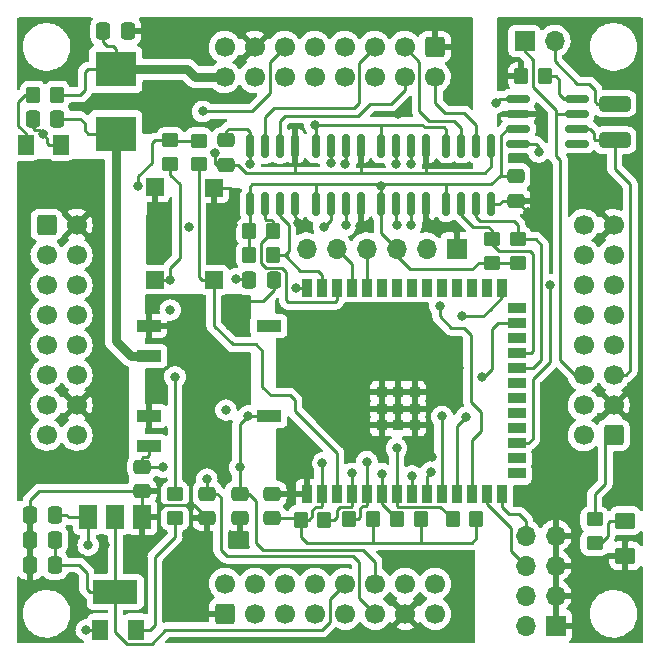
<source format=gbr>
%TF.GenerationSoftware,KiCad,Pcbnew,6.0.11+dfsg-1~bpo11+1*%
%TF.CreationDate,2023-07-05T16:33:08+02:00*%
%TF.ProjectId,avert_21,61766572-745f-4323-912e-6b696361645f,rev?*%
%TF.SameCoordinates,Original*%
%TF.FileFunction,Copper,L1,Top*%
%TF.FilePolarity,Positive*%
%FSLAX46Y46*%
G04 Gerber Fmt 4.6, Leading zero omitted, Abs format (unit mm)*
G04 Created by KiCad (PCBNEW 6.0.11+dfsg-1~bpo11+1) date 2023-07-05 16:33:08*
%MOMM*%
%LPD*%
G01*
G04 APERTURE LIST*
G04 Aperture macros list*
%AMRoundRect*
0 Rectangle with rounded corners*
0 $1 Rounding radius*
0 $2 $3 $4 $5 $6 $7 $8 $9 X,Y pos of 4 corners*
0 Add a 4 corners polygon primitive as box body*
4,1,4,$2,$3,$4,$5,$6,$7,$8,$9,$2,$3,0*
0 Add four circle primitives for the rounded corners*
1,1,$1+$1,$2,$3*
1,1,$1+$1,$4,$5*
1,1,$1+$1,$6,$7*
1,1,$1+$1,$8,$9*
0 Add four rect primitives between the rounded corners*
20,1,$1+$1,$2,$3,$4,$5,0*
20,1,$1+$1,$4,$5,$6,$7,0*
20,1,$1+$1,$6,$7,$8,$9,0*
20,1,$1+$1,$8,$9,$2,$3,0*%
G04 Aperture macros list end*
%TA.AperFunction,SMDPad,CuDef*%
%ADD10RoundRect,0.250000X-0.475000X0.337500X-0.475000X-0.337500X0.475000X-0.337500X0.475000X0.337500X0*%
%TD*%
%TA.AperFunction,SMDPad,CuDef*%
%ADD11RoundRect,0.250000X0.450000X-0.350000X0.450000X0.350000X-0.450000X0.350000X-0.450000X-0.350000X0*%
%TD*%
%TA.AperFunction,SMDPad,CuDef*%
%ADD12RoundRect,0.250000X0.337500X0.475000X-0.337500X0.475000X-0.337500X-0.475000X0.337500X-0.475000X0*%
%TD*%
%TA.AperFunction,SMDPad,CuDef*%
%ADD13RoundRect,0.250000X-0.350000X-0.450000X0.350000X-0.450000X0.350000X0.450000X-0.350000X0.450000X0*%
%TD*%
%TA.AperFunction,SMDPad,CuDef*%
%ADD14RoundRect,0.150000X0.150000X-0.825000X0.150000X0.825000X-0.150000X0.825000X-0.150000X-0.825000X0*%
%TD*%
%TA.AperFunction,SMDPad,CuDef*%
%ADD15RoundRect,0.150000X-0.825000X-0.150000X0.825000X-0.150000X0.825000X0.150000X-0.825000X0.150000X0*%
%TD*%
%TA.AperFunction,SMDPad,CuDef*%
%ADD16RoundRect,0.250000X0.475000X-0.337500X0.475000X0.337500X-0.475000X0.337500X-0.475000X-0.337500X0*%
%TD*%
%TA.AperFunction,ComponentPad*%
%ADD17RoundRect,0.250000X0.600000X0.600000X-0.600000X0.600000X-0.600000X-0.600000X0.600000X-0.600000X0*%
%TD*%
%TA.AperFunction,ComponentPad*%
%ADD18C,1.700000*%
%TD*%
%TA.AperFunction,SMDPad,CuDef*%
%ADD19R,2.100000X1.000000*%
%TD*%
%TA.AperFunction,SMDPad,CuDef*%
%ADD20R,0.900000X1.500000*%
%TD*%
%TA.AperFunction,SMDPad,CuDef*%
%ADD21R,1.500000X0.900000*%
%TD*%
%TA.AperFunction,SMDPad,CuDef*%
%ADD22R,0.900000X0.900000*%
%TD*%
%TA.AperFunction,SMDPad,CuDef*%
%ADD23RoundRect,0.250000X-1.075000X0.400000X-1.075000X-0.400000X1.075000X-0.400000X1.075000X0.400000X0*%
%TD*%
%TA.AperFunction,SMDPad,CuDef*%
%ADD24RoundRect,0.250000X0.350000X0.450000X-0.350000X0.450000X-0.350000X-0.450000X0.350000X-0.450000X0*%
%TD*%
%TA.AperFunction,ComponentPad*%
%ADD25RoundRect,0.250000X0.600000X-0.600000X0.600000X0.600000X-0.600000X0.600000X-0.600000X-0.600000X0*%
%TD*%
%TA.AperFunction,ComponentPad*%
%ADD26R,1.700000X1.700000*%
%TD*%
%TA.AperFunction,ComponentPad*%
%ADD27O,1.700000X1.700000*%
%TD*%
%TA.AperFunction,ComponentPad*%
%ADD28RoundRect,0.250000X-0.600000X0.600000X-0.600000X-0.600000X0.600000X-0.600000X0.600000X0.600000X0*%
%TD*%
%TA.AperFunction,SMDPad,CuDef*%
%ADD29R,3.500000X2.950000*%
%TD*%
%TA.AperFunction,SMDPad,CuDef*%
%ADD30RoundRect,0.250001X0.462499X0.624999X-0.462499X0.624999X-0.462499X-0.624999X0.462499X-0.624999X0*%
%TD*%
%TA.AperFunction,SMDPad,CuDef*%
%ADD31RoundRect,0.250001X-0.462499X-0.624999X0.462499X-0.624999X0.462499X0.624999X-0.462499X0.624999X0*%
%TD*%
%TA.AperFunction,SMDPad,CuDef*%
%ADD32R,1.500000X1.500000*%
%TD*%
%TA.AperFunction,SMDPad,CuDef*%
%ADD33RoundRect,0.250000X-0.337500X-0.475000X0.337500X-0.475000X0.337500X0.475000X-0.337500X0.475000X0*%
%TD*%
%TA.AperFunction,ComponentPad*%
%ADD34RoundRect,0.250000X-0.600000X-0.600000X0.600000X-0.600000X0.600000X0.600000X-0.600000X0.600000X0*%
%TD*%
%TA.AperFunction,SMDPad,CuDef*%
%ADD35RoundRect,0.250000X-0.450000X0.350000X-0.450000X-0.350000X0.450000X-0.350000X0.450000X0.350000X0*%
%TD*%
%TA.AperFunction,SMDPad,CuDef*%
%ADD36RoundRect,0.250001X0.624999X-0.462499X0.624999X0.462499X-0.624999X0.462499X-0.624999X-0.462499X0*%
%TD*%
%TA.AperFunction,SMDPad,CuDef*%
%ADD37R,1.500000X2.000000*%
%TD*%
%TA.AperFunction,SMDPad,CuDef*%
%ADD38R,3.800000X2.000000*%
%TD*%
%TA.AperFunction,ViaPad*%
%ADD39C,0.800000*%
%TD*%
%TA.AperFunction,Conductor*%
%ADD40C,0.250000*%
%TD*%
%TA.AperFunction,Conductor*%
%ADD41C,0.800000*%
%TD*%
G04 APERTURE END LIST*
D10*
%TO.P,C5,1*%
%TO.N,+12V*%
X136050000Y-107170000D03*
%TO.P,C5,2*%
%TO.N,GNDD*%
X136050000Y-109245000D03*
%TD*%
D11*
%TO.P,R2,1*%
%TO.N,/IO0*%
X130165000Y-79260000D03*
%TO.P,R2,2*%
%TO.N,+3V3*%
X130165000Y-77260000D03*
%TD*%
D12*
%TO.P,C7,1*%
%TO.N,+12V*%
X120390000Y-108940000D03*
%TO.P,C7,2*%
%TO.N,GNDD*%
X118315000Y-108940000D03*
%TD*%
D13*
%TO.P,R13,1*%
%TO.N,/SCL2*%
X154080000Y-109340000D03*
%TO.P,R13,2*%
%TO.N,+3V3*%
X156080000Y-109340000D03*
%TD*%
D14*
%TO.P,U8,1,VCC1*%
%TO.N,+3V3*%
X142460000Y-82675000D03*
%TO.P,U8,2,SDA1*%
%TO.N,/SDA3*%
X143730000Y-82675000D03*
%TO.P,U8,3,SCL1*%
%TO.N,/SCL3*%
X145000000Y-82675000D03*
%TO.P,U8,4,GND1*%
%TO.N,GND*%
X146270000Y-82675000D03*
%TO.P,U8,5,GND2*%
%TO.N,GNDD*%
X146270000Y-77725000D03*
%TO.P,U8,6,SCL2*%
%TO.N,/SC3*%
X145000000Y-77725000D03*
%TO.P,U8,7,SDA2*%
%TO.N,/SD3*%
X143730000Y-77725000D03*
%TO.P,U8,8,VCC2*%
%TO.N,+5V*%
X142460000Y-77725000D03*
%TD*%
D15*
%TO.P,U2,1,D*%
%TO.N,/CTX*%
X159620000Y-73735000D03*
%TO.P,U2,2,GND*%
%TO.N,GND*%
X159620000Y-75005000D03*
%TO.P,U2,3,VCC*%
%TO.N,+3V3*%
X159620000Y-76275000D03*
%TO.P,U2,4,R*%
%TO.N,/CRX*%
X159620000Y-77545000D03*
%TO.P,U2,5,Vref*%
%TO.N,unconnected-(U2-Pad5)*%
X164570000Y-77545000D03*
%TO.P,U2,6,CANL*%
%TO.N,/CANL*%
X164570000Y-76275000D03*
%TO.P,U2,7,CANH*%
%TO.N,/CANH*%
X164570000Y-75005000D03*
%TO.P,U2,8,Rs*%
%TO.N,Net-(R10-Pad1)*%
X164570000Y-73735000D03*
%TD*%
D16*
%TO.P,C8,1*%
%TO.N,GNDD*%
X133280000Y-109235000D03*
%TO.P,C8,2*%
%TO.N,-12V*%
X133280000Y-107160000D03*
%TD*%
D17*
%TO.P,J4,1,Pin_1*%
%TO.N,+24V*%
X167700000Y-102210000D03*
D18*
%TO.P,J4,2,Pin_2*%
X165160000Y-102210000D03*
%TO.P,J4,3,Pin_3*%
%TO.N,GND*%
X167700000Y-99670000D03*
%TO.P,J4,4,Pin_4*%
%TO.N,Earth*%
X165160000Y-99670000D03*
%TO.P,J4,5,Pin_5*%
%TO.N,/CANL*%
X167700000Y-97130000D03*
%TO.P,J4,6,Pin_6*%
%TO.N,/CANH*%
X165160000Y-97130000D03*
%TO.P,J4,7,Pin_7*%
%TO.N,/SS*%
X167700000Y-94590000D03*
%TO.P,J4,8,Pin_8*%
%TO.N,/SCK*%
X165160000Y-94590000D03*
%TO.P,J4,9,Pin_9*%
%TO.N,/MOSI*%
X167700000Y-92050000D03*
%TO.P,J4,10,Pin_10*%
%TO.N,/MISO*%
X165160000Y-92050000D03*
%TO.P,J4,11,Pin_11*%
%TO.N,/SDA*%
X167700000Y-89510000D03*
%TO.P,J4,12,Pin_12*%
%TO.N,/SCL*%
X165160000Y-89510000D03*
%TO.P,J4,13,Pin_13*%
%TO.N,/RXD*%
X167700000Y-86970000D03*
%TO.P,J4,14,Pin_14*%
%TO.N,/TXD*%
X165160000Y-86970000D03*
%TO.P,J4,15,Pin_15*%
%TO.N,GND*%
X167700000Y-84430000D03*
%TO.P,J4,16,Pin_16*%
%TO.N,+3V3*%
X165160000Y-84430000D03*
%TD*%
D13*
%TO.P,R12,1*%
%TO.N,+3V3*%
X136865000Y-84970000D03*
%TO.P,R12,2*%
%TO.N,/SDA1*%
X138865000Y-84970000D03*
%TD*%
D11*
%TO.P,R18,1*%
%TO.N,+3V3*%
X159605000Y-87640000D03*
%TO.P,R18,2*%
%TO.N,/SCL0*%
X159605000Y-85640000D03*
%TD*%
D19*
%TO.P,U3,1,GND*%
%TO.N,GNDD*%
X128330000Y-92950000D03*
%TO.P,U3,2,VIN*%
%TO.N,Net-(C4-Pad1)*%
X128350000Y-95510000D03*
%TO.P,U3,4,0V*%
%TO.N,GNDD*%
X128350000Y-100590000D03*
%TO.P,U3,5,-VOUT*%
%TO.N,-12V*%
X128350000Y-103130000D03*
%TO.P,U3,7,+VOUT*%
%TO.N,+12V*%
X138510000Y-100590000D03*
%TO.P,U3,10,NC*%
%TO.N,unconnected-(U3-Pad10)*%
X138510000Y-92970000D03*
%TD*%
D20*
%TO.P,U1,1,GND*%
%TO.N,GND*%
X141735000Y-107220000D03*
%TO.P,U1,2,3V3*%
%TO.N,+3V3*%
X143005000Y-107220000D03*
%TO.P,U1,3,EN*%
%TO.N,/RST*%
X144275000Y-107220000D03*
%TO.P,U1,4,GPIO4/TOUCH4/ADC1_CH3*%
%TO.N,/SDA3*%
X145545000Y-107220000D03*
%TO.P,U1,5,GPIO5/TOUCH5/ADC1_CH4*%
%TO.N,/SCL3*%
X146815000Y-107220000D03*
%TO.P,U1,6,GPIO6/TOUCH6/ADC1_CH5*%
%TO.N,/SDA2*%
X148085000Y-107220000D03*
%TO.P,U1,7,GPIO7/TOUCH7/ADC1_CH6*%
%TO.N,/SCL2*%
X149355000Y-107220000D03*
%TO.P,U1,8,GPIO15/U0RTS/ADC2_CH4/XTAL_32K_P*%
%TO.N,/ADDR0*%
X150625000Y-107220000D03*
%TO.P,U1,9,GPIO16/U0CTS/ADC2_CH5/XTAL_32K_N*%
%TO.N,/ADDR1*%
X151895000Y-107220000D03*
%TO.P,U1,10,GPIO17/U1TXD/ADC2_CH6*%
%TO.N,/CTX*%
X153165000Y-107220000D03*
%TO.P,U1,11,GPIO18/U1RXD/ADC2_CH7/CLK_OUT3*%
%TO.N,/CRX*%
X154435000Y-107220000D03*
%TO.P,U1,12,GPIO8/TOUCH8/ADC1_CH7/SUBSPICS1*%
%TO.N,/SDA*%
X155705000Y-107220000D03*
%TO.P,U1,13,GPIO19/U1RTS/ADC2_CH8/CLK_OUT2/USB_D-*%
%TO.N,/ADDR2*%
X156975000Y-107220000D03*
%TO.P,U1,14,GPIO20/U1CTS/ADC2_CH9/CLK_OUT1/USB_D+*%
%TO.N,/ADDR3*%
X158245000Y-107220000D03*
D21*
%TO.P,U1,15,GPIO3/TOUCH3/ADC1_CH2*%
%TO.N,unconnected-(U1-Pad15)*%
X159495000Y-105455000D03*
%TO.P,U1,16,GPIO46*%
%TO.N,unconnected-(U1-Pad16)*%
X159495000Y-104185000D03*
%TO.P,U1,17,GPIO9/TOUCH9/ADC1_CH8/FSPIHD/SUBSPIHD*%
%TO.N,/SCL*%
X159495000Y-102915000D03*
%TO.P,U1,18,GPIO10/TOUCH10/ADC1_CH9/FSPICS0/FSPIIO4/SUBSPICS0*%
%TO.N,unconnected-(U1-Pad18)*%
X159495000Y-101645000D03*
%TO.P,U1,19,GPIO11/TOUCH11/ADC2_CH0/FSPID/FSPIIO5/SUBSPID*%
%TO.N,unconnected-(U1-Pad19)*%
X159495000Y-100375000D03*
%TO.P,U1,20,GPIO12/TOUCH12/ADC2_CH1/FSPICLK/FSPIIO6/SUBSPICLK*%
%TO.N,unconnected-(U1-Pad20)*%
X159495000Y-99105000D03*
%TO.P,U1,21,GPIO13/TOUCH13/ADC2_CH2/FSPIQ/FSPIIO7/SUBSPIQ*%
%TO.N,unconnected-(U1-Pad21)*%
X159495000Y-97835000D03*
%TO.P,U1,22,GPIO14/TOUCH14/ADC2_CH3/FSPIWP/FSPIDQS/SUBSPIWP*%
%TO.N,/SCL0*%
X159495000Y-96565000D03*
%TO.P,U1,23,GPIO21*%
%TO.N,/SDA0*%
X159495000Y-95295000D03*
%TO.P,U1,24,GPIO47/SPICLK_P/SUBSPICLK_P_DIFF*%
%TO.N,unconnected-(U1-Pad24)*%
X159495000Y-94025000D03*
%TO.P,U1,25,GPIO48/SPICLK_N/SUBSPICLK_N_DIFF*%
%TO.N,/LED_MQTT*%
X159495000Y-92755000D03*
%TO.P,U1,26,GPIO45*%
%TO.N,unconnected-(U1-Pad26)*%
X159495000Y-91485000D03*
D20*
%TO.P,U1,27,GPIO0/BOOT*%
%TO.N,/IO0*%
X158245000Y-89720000D03*
%TO.P,U1,28,SPIIO6/GPIO35/FSPID/SUBSPID*%
%TO.N,unconnected-(U1-Pad28)*%
X156975000Y-89720000D03*
%TO.P,U1,29,SPIIO7/GPIO36/FSPICLK/SUBSPICLK*%
%TO.N,unconnected-(U1-Pad29)*%
X155705000Y-89720000D03*
%TO.P,U1,30,SPIDQS/GPIO37/FSPIQ/SUBSPIQ*%
%TO.N,unconnected-(U1-Pad30)*%
X154435000Y-89720000D03*
%TO.P,U1,31,GPIO38/FSPIWP/SUBSPIWP*%
%TO.N,unconnected-(U1-Pad31)*%
X153165000Y-89720000D03*
%TO.P,U1,32,MTCK/GPIO39/CLK_OUT3/SUBSPICS1*%
%TO.N,unconnected-(U1-Pad32)*%
X151895000Y-89720000D03*
%TO.P,U1,33,MTDO/GPIO40/CLK_OUT2*%
%TO.N,unconnected-(U1-Pad33)*%
X150625000Y-89720000D03*
%TO.P,U1,34,MTDI/GPIO41/CLK_OUT1*%
%TO.N,unconnected-(U1-Pad34)*%
X149355000Y-89720000D03*
%TO.P,U1,35,MTMS/GPIO42*%
%TO.N,unconnected-(U1-Pad35)*%
X148085000Y-89720000D03*
%TO.P,U1,36,U0RXD/GPIO44/CLK_OUT2*%
%TO.N,/RX_0*%
X146815000Y-89720000D03*
%TO.P,U1,37,U0TXD/GPIO43/CLK_OUT1*%
%TO.N,/TX_0*%
X145545000Y-89720000D03*
%TO.P,U1,38,GPIO2/TOUCH2/ADC1_CH1*%
%TO.N,/SDA1*%
X144275000Y-89720000D03*
%TO.P,U1,39,GPIO1/TOUCH1/ADC1_CH0*%
%TO.N,/SCL1*%
X143005000Y-89720000D03*
%TO.P,U1,40,GND*%
%TO.N,GND*%
X141735000Y-89720000D03*
D22*
%TO.P,U1,41,GND*%
X149455000Y-99970000D03*
X149455000Y-101370000D03*
X148055000Y-99970000D03*
X150855000Y-98570000D03*
X150855000Y-99970000D03*
X148055000Y-101370000D03*
X150855000Y-101370000D03*
X148055000Y-98570000D03*
X149455000Y-98570000D03*
%TD*%
D23*
%TO.P,R11,1*%
%TO.N,Net-(J7-Pad2)*%
X167795000Y-74140000D03*
%TO.P,R11,2*%
%TO.N,/CANL*%
X167795000Y-77240000D03*
%TD*%
D14*
%TO.P,U6,1,VCC1*%
%TO.N,+3V3*%
X136910000Y-82685000D03*
%TO.P,U6,2,SDA1*%
%TO.N,/SDA1*%
X138180000Y-82685000D03*
%TO.P,U6,3,SCL1*%
%TO.N,/SCL1*%
X139450000Y-82685000D03*
%TO.P,U6,4,GND1*%
%TO.N,GND*%
X140720000Y-82685000D03*
%TO.P,U6,5,GND2*%
%TO.N,GNDD*%
X140720000Y-77735000D03*
%TO.P,U6,6,SCL2*%
%TO.N,/SC1*%
X139450000Y-77735000D03*
%TO.P,U6,7,SDA2*%
%TO.N,/SD1*%
X138180000Y-77735000D03*
%TO.P,U6,8,VCC2*%
%TO.N,+5V*%
X136910000Y-77735000D03*
%TD*%
D12*
%TO.P,C9,1*%
%TO.N,+5V*%
X120390000Y-113210000D03*
%TO.P,C9,2*%
%TO.N,GNDD*%
X118315000Y-113210000D03*
%TD*%
%TO.P,C12,1*%
%TO.N,GNDD*%
X138927500Y-89090000D03*
%TO.P,C12,2*%
%TO.N,+5V*%
X136852500Y-89090000D03*
%TD*%
D11*
%TO.P,R16,1*%
%TO.N,+3V3*%
X157375000Y-87610000D03*
%TO.P,R16,2*%
%TO.N,/SDA0*%
X157375000Y-85610000D03*
%TD*%
D24*
%TO.P,R19,1*%
%TO.N,/SDA3*%
X143205000Y-109360000D03*
%TO.P,R19,2*%
%TO.N,+3V3*%
X141205000Y-109360000D03*
%TD*%
D13*
%TO.P,R15,1*%
%TO.N,/SDA2*%
X149360000Y-109330000D03*
%TO.P,R15,2*%
%TO.N,+3V3*%
X151360000Y-109330000D03*
%TD*%
%TO.P,R17,1*%
%TO.N,/SCL3*%
X145295000Y-109350000D03*
%TO.P,R17,2*%
%TO.N,+3V3*%
X147295000Y-109350000D03*
%TD*%
D25*
%TO.P,J2,1,Pin_1*%
%TO.N,GNDD*%
X134790000Y-117340000D03*
D18*
%TO.P,J2,2,Pin_2*%
%TO.N,/SC2*%
X134790000Y-114800000D03*
%TO.P,J2,3,Pin_3*%
%TO.N,/SD2*%
X137330000Y-117340000D03*
%TO.P,J2,4,Pin_4*%
%TO.N,/SC3*%
X137330000Y-114800000D03*
%TO.P,J2,5,Pin_5*%
%TO.N,/SD3*%
X139870000Y-117340000D03*
%TO.P,J2,6,Pin_6*%
%TO.N,unconnected-(J2-Pad6)*%
X139870000Y-114800000D03*
%TO.P,J2,7,Pin_7*%
%TO.N,unconnected-(J2-Pad7)*%
X142410000Y-117340000D03*
%TO.P,J2,8,Pin_8*%
%TO.N,unconnected-(J2-Pad8)*%
X142410000Y-114800000D03*
%TO.P,J2,9,Pin_9*%
%TO.N,unconnected-(J2-Pad9)*%
X144950000Y-117340000D03*
%TO.P,J2,10,Pin_10*%
%TO.N,+5V*%
X144950000Y-114800000D03*
%TO.P,J2,11,Pin_11*%
%TO.N,-12V*%
X147490000Y-117340000D03*
%TO.P,J2,12,Pin_12*%
%TO.N,+12V*%
X147490000Y-114800000D03*
%TO.P,J2,13,Pin_13*%
%TO.N,GNDD*%
X150030000Y-117340000D03*
%TO.P,J2,14,Pin_14*%
%TO.N,Earth*%
X150030000Y-114800000D03*
%TO.P,J2,15,Pin_15*%
%TO.N,+VSW*%
X152570000Y-117340000D03*
%TO.P,J2,16,Pin_16*%
X152570000Y-114800000D03*
%TD*%
D10*
%TO.P,C1,1*%
%TO.N,GND*%
X138775000Y-107172500D03*
%TO.P,C1,2*%
%TO.N,+3V3*%
X138775000Y-109247500D03*
%TD*%
D26*
%TO.P,J7,1,Pin_1*%
%TO.N,/CANH*%
X160155000Y-68840000D03*
D27*
%TO.P,J7,2,Pin_2*%
%TO.N,Net-(J7-Pad2)*%
X162695000Y-68840000D03*
%TD*%
D14*
%TO.P,U5,1,VCC1*%
%TO.N,+3V3*%
X153550000Y-82655000D03*
%TO.P,U5,2,SDA1*%
%TO.N,/SDA0*%
X154820000Y-82655000D03*
%TO.P,U5,3,SCL1*%
%TO.N,/SCL0*%
X156090000Y-82655000D03*
%TO.P,U5,4,GND1*%
%TO.N,GND*%
X157360000Y-82655000D03*
%TO.P,U5,5,GND2*%
%TO.N,GNDD*%
X157360000Y-77705000D03*
%TO.P,U5,6,SCL2*%
%TO.N,/SC0*%
X156090000Y-77705000D03*
%TO.P,U5,7,SDA2*%
%TO.N,/SD0*%
X154820000Y-77705000D03*
%TO.P,U5,8,VCC2*%
%TO.N,+5V*%
X153550000Y-77705000D03*
%TD*%
D28*
%TO.P,J1,1,Pin_1*%
%TO.N,GNDD*%
X152550000Y-69357500D03*
D18*
%TO.P,J1,2,Pin_2*%
%TO.N,/SC0*%
X152550000Y-71897500D03*
%TO.P,J1,3,Pin_3*%
%TO.N,/SD0*%
X150010000Y-69357500D03*
%TO.P,J1,4,Pin_4*%
%TO.N,/SC1*%
X150010000Y-71897500D03*
%TO.P,J1,5,Pin_5*%
%TO.N,/SD1*%
X147470000Y-69357500D03*
%TO.P,J1,6,Pin_6*%
%TO.N,unconnected-(J1-Pad6)*%
X147470000Y-71897500D03*
%TO.P,J1,7,Pin_7*%
%TO.N,unconnected-(J1-Pad7)*%
X144930000Y-69357500D03*
%TO.P,J1,8,Pin_8*%
%TO.N,unconnected-(J1-Pad8)*%
X144930000Y-71897500D03*
%TO.P,J1,9,Pin_9*%
%TO.N,unconnected-(J1-Pad9)*%
X142390000Y-69357500D03*
%TO.P,J1,10,Pin_10*%
%TO.N,+5V*%
X142390000Y-71897500D03*
%TO.P,J1,11,Pin_11*%
%TO.N,-12V*%
X139850000Y-69357500D03*
%TO.P,J1,12,Pin_12*%
%TO.N,+12V*%
X139850000Y-71897500D03*
%TO.P,J1,13,Pin_13*%
%TO.N,GNDD*%
X137310000Y-69357500D03*
%TO.P,J1,14,Pin_14*%
%TO.N,Earth*%
X137310000Y-71897500D03*
%TO.P,J1,15,Pin_15*%
%TO.N,+VSW*%
X134770000Y-69357500D03*
%TO.P,J1,16,Pin_16*%
X134770000Y-71897500D03*
%TD*%
D16*
%TO.P,C2,1*%
%TO.N,GND*%
X159425000Y-82360000D03*
%TO.P,C2,2*%
%TO.N,+3V3*%
X159425000Y-80285000D03*
%TD*%
D29*
%TO.P,L1,1,1*%
%TO.N,+VSW*%
X125545000Y-71250000D03*
%TO.P,L1,2,2*%
%TO.N,Net-(C4-Pad1)*%
X125545000Y-76700000D03*
%TD*%
D12*
%TO.P,C10,1*%
%TO.N,+5V*%
X120390000Y-111070000D03*
%TO.P,C10,2*%
%TO.N,GNDD*%
X118315000Y-111070000D03*
%TD*%
D30*
%TO.P,D3,1,K*%
%TO.N,GNDD*%
X120900000Y-77620000D03*
%TO.P,D3,2,A*%
%TO.N,Net-(D3-Pad2)*%
X117925000Y-77620000D03*
%TD*%
D24*
%TO.P,R20,1*%
%TO.N,+VSW*%
X120570000Y-73410000D03*
%TO.P,R20,2*%
%TO.N,Net-(D3-Pad2)*%
X118570000Y-73410000D03*
%TD*%
D31*
%TO.P,D1,1,K*%
%TO.N,GND*%
X124255000Y-118680000D03*
%TO.P,D1,2,A*%
%TO.N,Net-(D1-Pad2)*%
X127230000Y-118680000D03*
%TD*%
D16*
%TO.P,C11,1*%
%TO.N,GNDD*%
X134915000Y-79317500D03*
%TO.P,C11,2*%
%TO.N,+5V*%
X134915000Y-77242500D03*
%TD*%
D32*
%TO.P,SW2,1,1*%
%TO.N,GND*%
X128855000Y-81240000D03*
%TO.P,SW2,2,2*%
%TO.N,/IO0*%
X128855000Y-89040000D03*
%TD*%
D14*
%TO.P,U7,1,VCC1*%
%TO.N,+3V3*%
X148020000Y-82675000D03*
%TO.P,U7,2,SDA1*%
%TO.N,/SDA2*%
X149290000Y-82675000D03*
%TO.P,U7,3,SCL1*%
%TO.N,/SCL2*%
X150560000Y-82675000D03*
%TO.P,U7,4,GND1*%
%TO.N,GND*%
X151830000Y-82675000D03*
%TO.P,U7,5,GND2*%
%TO.N,GNDD*%
X151830000Y-77725000D03*
%TO.P,U7,6,SCL2*%
%TO.N,/SC2*%
X150560000Y-77725000D03*
%TO.P,U7,7,SDA2*%
%TO.N,/SD2*%
X149290000Y-77725000D03*
%TO.P,U7,8,VCC2*%
%TO.N,+5V*%
X148020000Y-77725000D03*
%TD*%
D32*
%TO.P,SW1,1,1*%
%TO.N,GND*%
X133855000Y-81280000D03*
%TO.P,SW1,2,2*%
%TO.N,/RST*%
X133855000Y-89080000D03*
%TD*%
D26*
%TO.P,J5,1,Pin_1*%
%TO.N,GND*%
X154400000Y-86415000D03*
D27*
%TO.P,J5,2,Pin_2*%
%TO.N,unconnected-(J5-Pad2)*%
X151860000Y-86415000D03*
%TO.P,J5,3,Pin_3*%
%TO.N,+3V3*%
X149320000Y-86415000D03*
%TO.P,J5,4,Pin_4*%
%TO.N,/RX_0*%
X146780000Y-86415000D03*
%TO.P,J5,5,Pin_5*%
%TO.N,/TX_0*%
X144240000Y-86415000D03*
%TO.P,J5,6,Pin_6*%
%TO.N,unconnected-(J5-Pad6)*%
X141700000Y-86415000D03*
%TD*%
D13*
%TO.P,R14,1*%
%TO.N,+3V3*%
X136865000Y-86970000D03*
%TO.P,R14,2*%
%TO.N,/SCL1*%
X138865000Y-86970000D03*
%TD*%
D33*
%TO.P,C3,1*%
%TO.N,+VSW*%
X124500000Y-68000000D03*
%TO.P,C3,2*%
%TO.N,GNDD*%
X126575000Y-68000000D03*
%TD*%
D11*
%TO.P,R1,1*%
%TO.N,/RST*%
X132555000Y-79270000D03*
%TO.P,R1,2*%
%TO.N,+3V3*%
X132555000Y-77270000D03*
%TD*%
D26*
%TO.P,J8,1,Pin_1*%
%TO.N,GND*%
X162795000Y-118340000D03*
D27*
%TO.P,J8,2,Pin_2*%
%TO.N,/ADDR0*%
X160255000Y-118340000D03*
%TO.P,J8,3,Pin_3*%
%TO.N,GND*%
X162795000Y-115800000D03*
%TO.P,J8,4,Pin_4*%
%TO.N,/ADDR1*%
X160255000Y-115800000D03*
%TO.P,J8,5,Pin_5*%
%TO.N,GND*%
X162795000Y-113260000D03*
%TO.P,J8,6,Pin_6*%
%TO.N,/ADDR2*%
X160255000Y-113260000D03*
%TO.P,J8,7,Pin_7*%
%TO.N,GND*%
X162795000Y-110720000D03*
%TO.P,J8,8,Pin_8*%
%TO.N,/ADDR3*%
X160255000Y-110720000D03*
%TD*%
D34*
%TO.P,J3,1,Pin_1*%
%TO.N,+3V3*%
X119690000Y-84400000D03*
D18*
%TO.P,J3,2,Pin_2*%
%TO.N,GND*%
X122230000Y-84400000D03*
%TO.P,J3,3,Pin_3*%
%TO.N,/TXD*%
X119690000Y-86940000D03*
%TO.P,J3,4,Pin_4*%
%TO.N,/RXD*%
X122230000Y-86940000D03*
%TO.P,J3,5,Pin_5*%
%TO.N,/SCL*%
X119690000Y-89480000D03*
%TO.P,J3,6,Pin_6*%
%TO.N,/SDA*%
X122230000Y-89480000D03*
%TO.P,J3,7,Pin_7*%
%TO.N,/MISO*%
X119690000Y-92020000D03*
%TO.P,J3,8,Pin_8*%
%TO.N,/MOSI*%
X122230000Y-92020000D03*
%TO.P,J3,9,Pin_9*%
%TO.N,/SCK*%
X119690000Y-94560000D03*
%TO.P,J3,10,Pin_10*%
%TO.N,/SS*%
X122230000Y-94560000D03*
%TO.P,J3,11,Pin_11*%
%TO.N,/CANH*%
X119690000Y-97100000D03*
%TO.P,J3,12,Pin_12*%
%TO.N,/CANL*%
X122230000Y-97100000D03*
%TO.P,J3,13,Pin_13*%
%TO.N,Earth*%
X119690000Y-99640000D03*
%TO.P,J3,14,Pin_14*%
%TO.N,GND*%
X122230000Y-99640000D03*
%TO.P,J3,15,Pin_15*%
%TO.N,+24V*%
X119690000Y-102180000D03*
%TO.P,J3,16,Pin_16*%
X122230000Y-102180000D03*
%TD*%
D35*
%TO.P,R9,1*%
%TO.N,+24V*%
X166095000Y-109340000D03*
%TO.P,R9,2*%
%TO.N,Net-(D2-Pad2)*%
X166095000Y-111340000D03*
%TD*%
D36*
%TO.P,D2,1,K*%
%TO.N,GND*%
X168695000Y-112440000D03*
%TO.P,D2,2,A*%
%TO.N,Net-(D2-Pad2)*%
X168695000Y-109465000D03*
%TD*%
D12*
%TO.P,C4,1*%
%TO.N,Net-(C4-Pad1)*%
X120600000Y-75420000D03*
%TO.P,C4,2*%
%TO.N,GNDD*%
X118525000Y-75420000D03*
%TD*%
D35*
%TO.P,R8,1*%
%TO.N,/LED_MQTT*%
X130565000Y-107220000D03*
%TO.P,R8,2*%
%TO.N,Net-(D1-Pad2)*%
X130565000Y-109220000D03*
%TD*%
D16*
%TO.P,C6,1*%
%TO.N,GNDD*%
X127765000Y-106957500D03*
%TO.P,C6,2*%
%TO.N,-12V*%
X127765000Y-104882500D03*
%TD*%
D37*
%TO.P,U4,1,GND*%
%TO.N,GNDD*%
X127795000Y-109170000D03*
%TO.P,U4,2,VO*%
%TO.N,+5V*%
X125495000Y-109170000D03*
D38*
X125495000Y-115470000D03*
D37*
%TO.P,U4,3,VI*%
%TO.N,+12V*%
X123195000Y-109170000D03*
%TD*%
D24*
%TO.P,R10,1*%
%TO.N,Net-(R10-Pad1)*%
X161895000Y-71840000D03*
%TO.P,R10,2*%
%TO.N,GND*%
X159895000Y-71840000D03*
%TD*%
D39*
%TO.N,GND*%
X161650000Y-75020000D03*
X128840000Y-82810000D03*
X123050000Y-118710000D03*
X142140000Y-103440000D03*
X140810000Y-92980000D03*
X160430000Y-83350000D03*
X152300000Y-104100000D03*
X154650000Y-96510000D03*
X135440000Y-84400000D03*
X146260000Y-84470000D03*
X140790000Y-89730000D03*
X140960000Y-84280000D03*
%TO.N,+3V3*%
X127430000Y-81100000D03*
X143050000Y-104570000D03*
X148020000Y-81100000D03*
%TO.N,GNDD*%
X149440000Y-75050000D03*
X136040000Y-111030000D03*
X132270000Y-103430000D03*
X148760000Y-112560000D03*
X132570000Y-92950000D03*
X124610000Y-111540000D03*
X130310000Y-73680000D03*
X133920000Y-78330000D03*
X119420000Y-76760000D03*
X132790000Y-110980000D03*
X135210000Y-92960000D03*
X122630000Y-67270000D03*
%TO.N,+12V*%
X123210000Y-111520000D03*
X136770000Y-100590000D03*
X136050000Y-104930000D03*
%TO.N,-12V*%
X133260000Y-105940000D03*
X129530000Y-104920000D03*
X132910000Y-74810000D03*
%TO.N,+5V*%
X136910000Y-79280000D03*
X142420000Y-75914500D03*
X135690000Y-88990000D03*
%TO.N,/SC2*%
X150570000Y-79250000D03*
%TO.N,/SD2*%
X149290000Y-79230000D03*
%TO.N,/SCL*%
X162340000Y-89520000D03*
%TO.N,/SDA*%
X152990000Y-91260000D03*
%TO.N,Earth*%
X134874500Y-100090000D03*
X131780000Y-84610000D03*
%TO.N,/CTX*%
X153170000Y-100630000D03*
X157720000Y-74080000D03*
%TO.N,/CRX*%
X155180000Y-100720000D03*
X161360000Y-78230000D03*
%TO.N,/IO0*%
X154850000Y-92140000D03*
X130140000Y-89040000D03*
X130160000Y-91620000D03*
%TO.N,/ADDR0*%
X150640000Y-105670000D03*
%TO.N,/ADDR1*%
X152230000Y-105330000D03*
%TO.N,/LED_MQTT*%
X156520000Y-97270000D03*
X130565000Y-97275000D03*
%TO.N,/SC3*%
X144980000Y-79230000D03*
%TO.N,/SD3*%
X143740000Y-79200000D03*
%TO.N,/SCL2*%
X149320000Y-103320000D03*
X150550000Y-84440000D03*
%TO.N,/SDA2*%
X149330000Y-84450000D03*
X148080000Y-105480000D03*
%TO.N,/SCL3*%
X145000000Y-84460000D03*
X146810000Y-104450000D03*
%TO.N,/SDA3*%
X145580000Y-105440000D03*
X143160000Y-84560000D03*
%TD*%
D40*
%TO.N,GND*%
X138775000Y-107172500D02*
X138822500Y-107220000D01*
X154400000Y-84980000D02*
X154400000Y-86415000D01*
X167300000Y-112440000D02*
X166480000Y-113260000D01*
X135440000Y-81460000D02*
X135440000Y-84400000D01*
X141735000Y-89720000D02*
X140800000Y-89720000D01*
X159425000Y-82360000D02*
X159425000Y-82695000D01*
X128840000Y-82810000D02*
X128840000Y-81255000D01*
X142140000Y-103440000D02*
X142140000Y-104140000D01*
X146270000Y-84460000D02*
X146260000Y-84470000D01*
X151830000Y-83740000D02*
X152560000Y-84470000D01*
X152560000Y-84470000D02*
X153890000Y-84470000D01*
X151830000Y-82675000D02*
X151830000Y-83740000D01*
X138822500Y-107220000D02*
X141735000Y-107220000D01*
X140710000Y-83740000D02*
X140710000Y-82695000D01*
X133855000Y-81280000D02*
X135260000Y-81280000D01*
X140800000Y-89720000D02*
X140790000Y-89730000D01*
X141735000Y-107220000D02*
X141735000Y-104545000D01*
X140710000Y-82695000D02*
X140720000Y-82685000D01*
X159425000Y-82360000D02*
X159440000Y-82360000D01*
X159620000Y-75005000D02*
X161635000Y-75005000D01*
X135260000Y-81280000D02*
X135440000Y-81460000D01*
X166480000Y-113260000D02*
X162795000Y-113260000D01*
X142140000Y-104140000D02*
X141735000Y-104545000D01*
X153890000Y-84470000D02*
X154400000Y-84980000D01*
X124255000Y-118680000D02*
X123080000Y-118680000D01*
X157360000Y-82655000D02*
X158035000Y-82655000D01*
X140960000Y-84280000D02*
X140960000Y-83990000D01*
X168695000Y-112440000D02*
X167300000Y-112440000D01*
X146270000Y-82675000D02*
X146270000Y-84460000D01*
X158330000Y-82360000D02*
X159425000Y-82360000D01*
X161635000Y-75005000D02*
X161650000Y-75020000D01*
X140960000Y-83990000D02*
X140710000Y-83740000D01*
X159440000Y-82360000D02*
X160430000Y-83350000D01*
X123080000Y-118680000D02*
X123050000Y-118710000D01*
X128840000Y-81255000D02*
X128855000Y-81240000D01*
X158035000Y-82655000D02*
X158330000Y-82360000D01*
%TO.N,+3V3*%
X137120000Y-80980000D02*
X142540000Y-80980000D01*
X142540000Y-80980000D02*
X147900000Y-80980000D01*
X128840000Y-77260000D02*
X130165000Y-77260000D01*
X143005000Y-104615000D02*
X143050000Y-104570000D01*
X158140000Y-76850000D02*
X158140000Y-80200000D01*
X147900000Y-80980000D02*
X152910000Y-80980000D01*
X142460000Y-82675000D02*
X142460000Y-81060000D01*
X142935000Y-108290000D02*
X142480000Y-108290000D01*
X156080000Y-109340000D02*
X156080000Y-110960000D01*
X138775000Y-109247500D02*
X141092500Y-109247500D01*
X127430000Y-81100000D02*
X127430000Y-80300000D01*
X136910000Y-84925000D02*
X136865000Y-84970000D01*
X142200000Y-109060000D02*
X141900000Y-109360000D01*
X157360000Y-80980000D02*
X158055000Y-80285000D01*
X141205000Y-110835000D02*
X141205000Y-109360000D01*
X156280000Y-87610000D02*
X157375000Y-87610000D01*
X142480000Y-108290000D02*
X142200000Y-108570000D01*
X136865000Y-84970000D02*
X136865000Y-86970000D01*
X153550000Y-81050000D02*
X153550000Y-81180000D01*
X151450000Y-111340000D02*
X147330000Y-111340000D01*
X150440000Y-88180000D02*
X155710000Y-88180000D01*
X136910000Y-82685000D02*
X136910000Y-84925000D01*
X153550000Y-81180000D02*
X153550000Y-82655000D01*
X147295000Y-111305000D02*
X147330000Y-111340000D01*
X136910000Y-82685000D02*
X136910000Y-81190000D01*
X156080000Y-110960000D02*
X155700000Y-111340000D01*
X143005000Y-108220000D02*
X142935000Y-108290000D01*
X148020000Y-85115000D02*
X149320000Y-86415000D01*
X148020000Y-82675000D02*
X148020000Y-81100000D01*
X155710000Y-88180000D02*
X156280000Y-87610000D01*
X147295000Y-109350000D02*
X147295000Y-111305000D01*
X149320000Y-87060000D02*
X150440000Y-88180000D01*
X159620000Y-76275000D02*
X158715000Y-76275000D01*
X128585000Y-79145000D02*
X128585000Y-77515000D01*
X141900000Y-109360000D02*
X141205000Y-109360000D01*
X158715000Y-76275000D02*
X158140000Y-76850000D01*
X151360000Y-111250000D02*
X151450000Y-111340000D01*
X143005000Y-107220000D02*
X143005000Y-108220000D01*
X148020000Y-82675000D02*
X148020000Y-85115000D01*
X159605000Y-87640000D02*
X157405000Y-87640000D01*
X130175000Y-77270000D02*
X130165000Y-77260000D01*
X132555000Y-77270000D02*
X130175000Y-77270000D01*
X147330000Y-111340000D02*
X141710000Y-111340000D01*
X159425000Y-80285000D02*
X158055000Y-80285000D01*
X158140000Y-80200000D02*
X158055000Y-80285000D01*
X136910000Y-81190000D02*
X137120000Y-80980000D01*
X142200000Y-108570000D02*
X142200000Y-109060000D01*
X155700000Y-111340000D02*
X151450000Y-111340000D01*
X143005000Y-107220000D02*
X143005000Y-104615000D01*
X152910000Y-80980000D02*
X157360000Y-80980000D01*
X151360000Y-109330000D02*
X151360000Y-111250000D01*
X142460000Y-81060000D02*
X142540000Y-80980000D01*
X157405000Y-87640000D02*
X157375000Y-87610000D01*
X141710000Y-111340000D02*
X141205000Y-110835000D01*
X149320000Y-86415000D02*
X149320000Y-87060000D01*
X127430000Y-80300000D02*
X128585000Y-79145000D01*
X152910000Y-80980000D02*
X153350000Y-80980000D01*
X128585000Y-77515000D02*
X128840000Y-77260000D01*
X141092500Y-109247500D02*
X141205000Y-109360000D01*
%TO.N,Net-(D1-Pad2)*%
X130565000Y-109220000D02*
X130565000Y-110835000D01*
X128870000Y-112530000D02*
X128870000Y-118270000D01*
X128870000Y-118270000D02*
X128460000Y-118680000D01*
X130565000Y-110835000D02*
X128870000Y-112530000D01*
X128460000Y-118680000D02*
X127230000Y-118680000D01*
%TO.N,Net-(D2-Pad2)*%
X167415000Y-109465000D02*
X168695000Y-109465000D01*
X166630000Y-111340000D02*
X167200000Y-110770000D01*
X167200000Y-109680000D02*
X167415000Y-109465000D01*
X167200000Y-110770000D02*
X167200000Y-109680000D01*
X166095000Y-111340000D02*
X166630000Y-111340000D01*
D41*
%TO.N,+VSW*%
X131600000Y-71250000D02*
X125545000Y-71250000D01*
D40*
X123200000Y-71250000D02*
X125545000Y-71250000D01*
X124500000Y-68970000D02*
X124810000Y-69280000D01*
X125545000Y-71250000D02*
X125545000Y-69485000D01*
X122560000Y-73410000D02*
X122950000Y-73020000D01*
X125545000Y-69485000D02*
X125340000Y-69280000D01*
D41*
X132247500Y-71897500D02*
X131600000Y-71250000D01*
D40*
X120570000Y-73410000D02*
X122560000Y-73410000D01*
X124500000Y-68000000D02*
X124500000Y-68970000D01*
X122950000Y-71500000D02*
X123200000Y-71250000D01*
X125340000Y-69280000D02*
X124810000Y-69280000D01*
X122950000Y-73020000D02*
X122950000Y-71500000D01*
D41*
X134770000Y-71897500D02*
X132247500Y-71897500D01*
D40*
%TO.N,GNDD*%
X151090000Y-80010000D02*
X151860000Y-80010000D01*
X129205000Y-108535000D02*
X129595000Y-108145000D01*
X140720000Y-79980000D02*
X140750000Y-80010000D01*
X127765000Y-106957500D02*
X127765000Y-109140000D01*
X132190000Y-108145000D02*
X133280000Y-109235000D01*
X134057500Y-79317500D02*
X134915000Y-79317500D01*
X137980000Y-90900000D02*
X136100000Y-90900000D01*
X119420000Y-76760000D02*
X119760000Y-77100000D01*
X135210000Y-91720000D02*
X135210000Y-92960000D01*
X157360000Y-79450000D02*
X157360000Y-77705000D01*
X151830000Y-79980000D02*
X151860000Y-80010000D01*
X146340000Y-80010000D02*
X151090000Y-80010000D01*
X146270000Y-77725000D02*
X146270000Y-79940000D01*
X133280000Y-109235000D02*
X133280000Y-110490000D01*
X118525000Y-76195000D02*
X118670000Y-76340000D01*
X119910000Y-77620000D02*
X120900000Y-77620000D01*
X134915000Y-79317500D02*
X135857500Y-79317500D01*
X136560000Y-80010000D02*
X140750000Y-80010000D01*
X129595000Y-108145000D02*
X132190000Y-108145000D01*
X127795000Y-109170000D02*
X128980000Y-109170000D01*
X118670000Y-76340000D02*
X119030000Y-76340000D01*
X146270000Y-79940000D02*
X146340000Y-80010000D01*
X138927500Y-89952500D02*
X137980000Y-90900000D01*
X138927500Y-89090000D02*
X138927500Y-89952500D01*
X118315000Y-111070000D02*
X118315000Y-108940000D01*
X119760000Y-77470000D02*
X119910000Y-77620000D01*
X135867500Y-79317500D02*
X136560000Y-80010000D01*
X118315000Y-108940000D02*
X118315000Y-107725000D01*
X119420000Y-76730000D02*
X119420000Y-76760000D01*
X119760000Y-77100000D02*
X119760000Y-77470000D01*
X133920000Y-78330000D02*
X133920000Y-79180000D01*
X129205000Y-108945000D02*
X129205000Y-108535000D01*
X134915000Y-79317500D02*
X135867500Y-79317500D01*
X118315000Y-113210000D02*
X118315000Y-111070000D01*
X136030000Y-90900000D02*
X135210000Y-91720000D01*
X133920000Y-79180000D02*
X134057500Y-79317500D01*
X156800000Y-80010000D02*
X157360000Y-79450000D01*
X151830000Y-77725000D02*
X151830000Y-79980000D01*
X119030000Y-76340000D02*
X119420000Y-76730000D01*
X118315000Y-107725000D02*
X119082500Y-106957500D01*
X136050000Y-109245000D02*
X136050000Y-111020000D01*
X140750000Y-80010000D02*
X146340000Y-80010000D01*
X118525000Y-75420000D02*
X118525000Y-76195000D01*
X136050000Y-111020000D02*
X136040000Y-111030000D01*
X128980000Y-109170000D02*
X129205000Y-108945000D01*
X127765000Y-109140000D02*
X127795000Y-109170000D01*
X133280000Y-110490000D02*
X132790000Y-110980000D01*
X140720000Y-77735000D02*
X140720000Y-79980000D01*
X151860000Y-80010000D02*
X156800000Y-80010000D01*
X136100000Y-90900000D02*
X136030000Y-90900000D01*
X128330000Y-92950000D02*
X132570000Y-92950000D01*
X119082500Y-106957500D02*
X127765000Y-106957500D01*
%TO.N,Net-(C4-Pad1)*%
X125545000Y-76700000D02*
X123220000Y-76700000D01*
X123220000Y-76700000D02*
X122930000Y-76410000D01*
D41*
X125545000Y-76700000D02*
X125545000Y-94245000D01*
D40*
X122530000Y-75420000D02*
X122930000Y-75820000D01*
X120600000Y-75420000D02*
X122530000Y-75420000D01*
D41*
X125545000Y-94245000D02*
X126810000Y-95510000D01*
X126810000Y-95510000D02*
X128350000Y-95510000D01*
D40*
X122930000Y-75820000D02*
X122930000Y-76410000D01*
%TO.N,+12V*%
X121590000Y-109170000D02*
X123195000Y-109170000D01*
X136770000Y-100590000D02*
X138510000Y-100590000D01*
X147490000Y-114800000D02*
X147490000Y-112930000D01*
X120390000Y-108940000D02*
X121360000Y-108940000D01*
X136820000Y-107170000D02*
X136050000Y-107170000D01*
X138020000Y-111900000D02*
X137430000Y-111310000D01*
X136050000Y-104930000D02*
X136050000Y-101310000D01*
X137430000Y-107780000D02*
X136820000Y-107170000D01*
X121360000Y-108940000D02*
X121590000Y-109170000D01*
X137430000Y-111310000D02*
X137430000Y-107780000D01*
X147490000Y-112930000D02*
X146460000Y-111900000D01*
X136050000Y-107170000D02*
X136050000Y-104930000D01*
X123195000Y-109170000D02*
X123195000Y-111505000D01*
X136050000Y-101310000D02*
X136770000Y-100590000D01*
X146460000Y-111900000D02*
X138020000Y-111900000D01*
X123195000Y-111505000D02*
X123210000Y-111520000D01*
%TO.N,-12V*%
X127765000Y-104882500D02*
X129492500Y-104882500D01*
X133280000Y-107160000D02*
X134160000Y-107160000D01*
X127765000Y-104882500D02*
X127765000Y-104165000D01*
X137080000Y-74810000D02*
X138610000Y-73280000D01*
X133260000Y-107140000D02*
X133280000Y-107160000D01*
X138610000Y-73280000D02*
X138610000Y-71570000D01*
X134930000Y-112450000D02*
X145640000Y-112450000D01*
X128350000Y-103920000D02*
X128350000Y-103130000D01*
X145640000Y-112450000D02*
X146180000Y-112990000D01*
X133260000Y-105940000D02*
X133260000Y-107140000D01*
X129492500Y-104882500D02*
X129530000Y-104920000D01*
X146180000Y-116030000D02*
X147490000Y-117340000D01*
X127765000Y-104165000D02*
X127870000Y-104060000D01*
X133280000Y-106190000D02*
X133280000Y-107160000D01*
X127870000Y-104060000D02*
X128210000Y-104060000D01*
X134160000Y-107160000D02*
X134450000Y-107450000D01*
X138610000Y-70597500D02*
X138610000Y-71570000D01*
X146180000Y-112990000D02*
X146180000Y-116030000D01*
X134450000Y-107450000D02*
X134450000Y-111970000D01*
X134450000Y-111970000D02*
X134930000Y-112450000D01*
X128210000Y-104060000D02*
X128350000Y-103920000D01*
X132910000Y-74810000D02*
X137080000Y-74810000D01*
X139850000Y-69357500D02*
X138610000Y-70597500D01*
%TO.N,+5V*%
X148010000Y-75930000D02*
X142435500Y-75930000D01*
X142460000Y-75954500D02*
X142420000Y-75914500D01*
X123100000Y-115230000D02*
X123100000Y-113860000D01*
X153360000Y-76160000D02*
X153550000Y-76350000D01*
X122450000Y-113210000D02*
X120390000Y-113210000D01*
X125495000Y-113145000D02*
X125495000Y-115470000D01*
X129750000Y-118710000D02*
X128580000Y-119880000D01*
X148010000Y-75930000D02*
X151490000Y-75930000D01*
X136910000Y-79280000D02*
X136910000Y-77735000D01*
X142435500Y-75930000D02*
X142420000Y-75914500D01*
X123100000Y-113860000D02*
X122450000Y-113210000D01*
X120390000Y-111070000D02*
X120390000Y-113210000D01*
X142460000Y-77725000D02*
X142460000Y-75954500D01*
X143660000Y-116300000D02*
X143660000Y-118020000D01*
X134915000Y-77242500D02*
X134915000Y-76485000D01*
X123340000Y-115470000D02*
X123100000Y-115230000D01*
X125495000Y-118845672D02*
X125495000Y-115470000D01*
X134915000Y-76485000D02*
X135100000Y-76300000D01*
X135100000Y-76300000D02*
X136660000Y-76300000D01*
X125495000Y-109170000D02*
X125495000Y-113145000D01*
X153550000Y-76350000D02*
X153550000Y-77705000D01*
X151490000Y-75930000D02*
X151720000Y-76160000D01*
X142970000Y-118710000D02*
X129750000Y-118710000D01*
X136660000Y-76300000D02*
X136910000Y-76550000D01*
X144950000Y-114800000D02*
X143660000Y-116090000D01*
X126529328Y-119880000D02*
X125495000Y-118845672D01*
X128580000Y-119880000D02*
X126529328Y-119880000D01*
X125495000Y-115470000D02*
X123340000Y-115470000D01*
X151720000Y-76160000D02*
X153360000Y-76160000D01*
X148020000Y-77725000D02*
X148020000Y-75940000D01*
X136910000Y-76550000D02*
X136910000Y-77735000D01*
X148020000Y-75940000D02*
X148010000Y-75930000D01*
X143660000Y-116090000D02*
X143660000Y-116300000D01*
X136827500Y-88990000D02*
X136847500Y-89010000D01*
X135690000Y-88990000D02*
X136827500Y-88990000D01*
X143660000Y-118020000D02*
X142970000Y-118710000D01*
%TO.N,/SC0*%
X152585000Y-74075000D02*
X153450000Y-74940000D01*
X156090000Y-75990000D02*
X156090000Y-77705000D01*
X153450000Y-74940000D02*
X155040000Y-74940000D01*
X155040000Y-74940000D02*
X156090000Y-75990000D01*
X152585000Y-72627500D02*
X152585000Y-74075000D01*
%TO.N,/SD0*%
X154820000Y-76250000D02*
X154820000Y-77705000D01*
X154160000Y-75590000D02*
X154820000Y-76250000D01*
X150010000Y-69357500D02*
X151250000Y-70597500D01*
X151250000Y-71292500D02*
X151250000Y-74730000D01*
X151250000Y-74730000D02*
X152110000Y-75590000D01*
X152110000Y-75590000D02*
X154160000Y-75590000D01*
X151250000Y-70597500D02*
X151250000Y-71292500D01*
%TO.N,+24V*%
X166095000Y-107215000D02*
X166985000Y-106325000D01*
X166985000Y-106325000D02*
X166985000Y-102220000D01*
X166095000Y-109340000D02*
X166095000Y-107215000D01*
%TO.N,/SC1*%
X148843750Y-74166250D02*
X150010000Y-73000000D01*
X139450000Y-75630000D02*
X139890000Y-75190000D01*
X150010000Y-71897500D02*
X150010000Y-73000000D01*
X139890000Y-75190000D02*
X146070000Y-75190000D01*
X139450000Y-77735000D02*
X139450000Y-75630000D01*
X148056250Y-74166250D02*
X148843750Y-74166250D01*
X146070000Y-75190000D02*
X147093750Y-74166250D01*
X147093750Y-74166250D02*
X148056250Y-74166250D01*
%TO.N,/SD1*%
X138960000Y-74500000D02*
X145680000Y-74500000D01*
X138180000Y-75280000D02*
X138960000Y-74500000D01*
X138180000Y-77735000D02*
X138180000Y-75280000D01*
X145680000Y-74500000D02*
X146125000Y-74055000D01*
X147470000Y-69357500D02*
X146125000Y-70702500D01*
X146125000Y-70702500D02*
X146125000Y-74055000D01*
%TO.N,/SC2*%
X150560000Y-79240000D02*
X150570000Y-79250000D01*
X150560000Y-77725000D02*
X150560000Y-79240000D01*
%TO.N,/SD2*%
X149290000Y-77725000D02*
X149290000Y-79230000D01*
%TO.N,/SCL*%
X160840000Y-97500000D02*
X160840000Y-102520000D01*
X160840000Y-102520000D02*
X160445000Y-102915000D01*
X162340000Y-96000000D02*
X160840000Y-97500000D01*
X162340000Y-89520000D02*
X162340000Y-96000000D01*
X160445000Y-102915000D02*
X159495000Y-102915000D01*
%TO.N,/SDA*%
X155705000Y-102595000D02*
X155705000Y-107220000D01*
X152990000Y-91260000D02*
X152990000Y-92170000D01*
X156460000Y-101840000D02*
X155705000Y-102595000D01*
X155050000Y-93150000D02*
X155595000Y-93695000D01*
X155595000Y-93695000D02*
X155595000Y-99395000D01*
X156460000Y-100260000D02*
X156460000Y-101840000D01*
X152990000Y-92170000D02*
X153970000Y-93150000D01*
X153970000Y-93150000D02*
X155050000Y-93150000D01*
X155595000Y-99395000D02*
X156460000Y-100260000D01*
%TO.N,/CANH*%
X160155000Y-69715000D02*
X160860000Y-70420000D01*
X162805000Y-75005000D02*
X162780000Y-75030000D01*
X163180000Y-95875000D02*
X163180000Y-78950000D01*
X160860000Y-70420000D02*
X160860000Y-72750000D01*
X160860000Y-72750000D02*
X162650000Y-74540000D01*
X164570000Y-75005000D02*
X162805000Y-75005000D01*
X160155000Y-68840000D02*
X160155000Y-69715000D01*
X163180000Y-78950000D02*
X162780000Y-78550000D01*
X164445000Y-97140000D02*
X163180000Y-95875000D01*
X162780000Y-75030000D02*
X162780000Y-74670000D01*
X162780000Y-78550000D02*
X162780000Y-75030000D01*
X162780000Y-74670000D02*
X162650000Y-74540000D01*
%TO.N,/CANL*%
X165675000Y-76275000D02*
X166060000Y-76660000D01*
X167700000Y-97130000D02*
X168710000Y-97130000D01*
X166160000Y-77240000D02*
X167795000Y-77240000D01*
X168710000Y-97130000D02*
X169100000Y-96740000D01*
X166060000Y-77140000D02*
X166160000Y-77240000D01*
X166060000Y-76660000D02*
X166060000Y-77140000D01*
X167795000Y-79665000D02*
X167795000Y-77240000D01*
X164570000Y-76275000D02*
X165675000Y-76275000D01*
X169100000Y-96740000D02*
X169100000Y-80970000D01*
X169100000Y-80970000D02*
X167795000Y-79665000D01*
%TO.N,/RX_0*%
X146780000Y-86415000D02*
X146780000Y-89685000D01*
X146780000Y-89685000D02*
X146815000Y-89720000D01*
%TO.N,/TX_0*%
X144240000Y-86415000D02*
X145545000Y-87720000D01*
X145545000Y-87720000D02*
X145545000Y-89720000D01*
%TO.N,/CTX*%
X153165000Y-100635000D02*
X153165000Y-107220000D01*
X159620000Y-73735000D02*
X158065000Y-73735000D01*
X158065000Y-73735000D02*
X157720000Y-74080000D01*
X153170000Y-100630000D02*
X153165000Y-100635000D01*
%TO.N,/CRX*%
X161125000Y-77545000D02*
X161360000Y-77780000D01*
X161360000Y-77780000D02*
X161360000Y-78230000D01*
X154435000Y-107220000D02*
X154435000Y-101465000D01*
X159620000Y-77545000D02*
X161125000Y-77545000D01*
X154435000Y-101465000D02*
X155180000Y-100720000D01*
%TO.N,Net-(J7-Pad2)*%
X165640000Y-72500000D02*
X166100000Y-72960000D01*
X166100000Y-72960000D02*
X166100000Y-73930000D01*
X164630000Y-72500000D02*
X165640000Y-72500000D01*
X162695000Y-68840000D02*
X162695000Y-70565000D01*
X166100000Y-73930000D02*
X166310000Y-74140000D01*
X166310000Y-74140000D02*
X167795000Y-74140000D01*
X162695000Y-70565000D02*
X164630000Y-72500000D01*
%TO.N,/RST*%
X133855000Y-92955000D02*
X133855000Y-89080000D01*
X137430000Y-94540000D02*
X135440000Y-94540000D01*
X144275000Y-103745000D02*
X140710000Y-100180000D01*
X137970000Y-98120000D02*
X137970000Y-95080000D01*
X140280000Y-98850000D02*
X138700000Y-98850000D01*
X138700000Y-98850000D02*
X137970000Y-98120000D01*
X132810000Y-89080000D02*
X133855000Y-89080000D01*
X132555000Y-79270000D02*
X132555000Y-88825000D01*
X135440000Y-94540000D02*
X133855000Y-92955000D01*
X140710000Y-99280000D02*
X140280000Y-98850000D01*
X140710000Y-100180000D02*
X140710000Y-99280000D01*
X132555000Y-88825000D02*
X132810000Y-89080000D01*
X144275000Y-107220000D02*
X144275000Y-103745000D01*
X137970000Y-95080000D02*
X137430000Y-94540000D01*
%TO.N,/IO0*%
X156660000Y-92140000D02*
X154850000Y-92140000D01*
X157200000Y-91600000D02*
X156660000Y-92140000D01*
X158245000Y-89720000D02*
X158245000Y-90555000D01*
X130970000Y-87240000D02*
X130970000Y-80970000D01*
X128855000Y-89040000D02*
X130140000Y-89040000D01*
X158245000Y-90555000D02*
X157200000Y-91600000D01*
X130140000Y-88070000D02*
X130970000Y-87240000D01*
X130970000Y-80970000D02*
X130165000Y-80165000D01*
X130165000Y-80165000D02*
X130165000Y-79260000D01*
X130140000Y-89040000D02*
X130140000Y-88070000D01*
%TO.N,/ADDR0*%
X150625000Y-107220000D02*
X150625000Y-105685000D01*
X150625000Y-105685000D02*
X150640000Y-105670000D01*
%TO.N,/ADDR1*%
X151895000Y-107220000D02*
X151895000Y-105665000D01*
X151895000Y-105665000D02*
X152230000Y-105330000D01*
%TO.N,/ADDR2*%
X156975000Y-107220000D02*
X156975000Y-108035000D01*
X159020000Y-110080000D02*
X159020000Y-112025000D01*
X159020000Y-112025000D02*
X160255000Y-113260000D01*
X156975000Y-108035000D02*
X159020000Y-110080000D01*
%TO.N,/ADDR3*%
X158830000Y-108920000D02*
X159730000Y-108920000D01*
X158245000Y-107220000D02*
X158245000Y-108335000D01*
X158245000Y-108335000D02*
X158830000Y-108920000D01*
X160255000Y-109445000D02*
X160255000Y-110720000D01*
X159730000Y-108920000D02*
X160255000Y-109445000D01*
%TO.N,/LED_MQTT*%
X156520000Y-97270000D02*
X156750000Y-97270000D01*
X157915000Y-92755000D02*
X159495000Y-92755000D01*
X156750000Y-97270000D02*
X157440000Y-96580000D01*
X157440000Y-96580000D02*
X157440000Y-93230000D01*
X157440000Y-93230000D02*
X157915000Y-92755000D01*
X130565000Y-107220000D02*
X130565000Y-97275000D01*
%TO.N,Net-(R10-Pad1)*%
X161895000Y-71840000D02*
X162800000Y-71840000D01*
X163505000Y-73735000D02*
X164570000Y-73735000D01*
X163110000Y-73340000D02*
X163505000Y-73735000D01*
X163110000Y-72150000D02*
X163110000Y-73340000D01*
X162800000Y-71840000D02*
X163110000Y-72150000D01*
%TO.N,/SC3*%
X145000000Y-77725000D02*
X145000000Y-79210000D01*
X145000000Y-79210000D02*
X144980000Y-79230000D01*
%TO.N,/SD3*%
X143730000Y-77725000D02*
X143730000Y-79190000D01*
X143730000Y-79190000D02*
X143740000Y-79200000D01*
%TO.N,/SDA1*%
X138865000Y-84105000D02*
X138865000Y-84970000D01*
X138270000Y-83970000D02*
X138730000Y-83970000D01*
X138865000Y-84970000D02*
X137850000Y-85985000D01*
X140000000Y-90810000D02*
X140160000Y-90970000D01*
X144120000Y-90970000D02*
X144275000Y-90815000D01*
X140160000Y-90970000D02*
X144120000Y-90970000D01*
X138180000Y-83880000D02*
X138270000Y-83970000D01*
X138250000Y-88040000D02*
X139650000Y-88040000D01*
X140000000Y-88390000D02*
X140000000Y-90810000D01*
X137850000Y-87640000D02*
X138250000Y-88040000D01*
X137850000Y-85985000D02*
X137850000Y-87640000D01*
X138730000Y-83970000D02*
X138865000Y-84105000D01*
X138180000Y-82685000D02*
X138180000Y-83880000D01*
X144275000Y-90815000D02*
X144275000Y-89720000D01*
X139650000Y-88040000D02*
X140000000Y-88390000D01*
%TO.N,/SCL2*%
X149355000Y-108220000D02*
X149435000Y-108300000D01*
X150550000Y-84440000D02*
X150550000Y-82685000D01*
X153040000Y-108300000D02*
X154080000Y-109340000D01*
X149435000Y-108300000D02*
X153040000Y-108300000D01*
X150550000Y-82685000D02*
X150560000Y-82675000D01*
X149355000Y-107220000D02*
X149355000Y-103355000D01*
X149355000Y-107220000D02*
X149355000Y-108220000D01*
X149355000Y-103355000D02*
X149320000Y-103320000D01*
%TO.N,/SCL1*%
X140180000Y-86660000D02*
X140030000Y-86810000D01*
X140005000Y-86835000D02*
X140005000Y-87105000D01*
X139450000Y-82685000D02*
X139450000Y-83700000D01*
X139450000Y-83700000D02*
X140180000Y-84430000D01*
X143005000Y-89720000D02*
X143005000Y-88615000D01*
X140005000Y-87105000D02*
X139870000Y-86970000D01*
X140180000Y-84430000D02*
X140180000Y-86660000D01*
X140030000Y-86810000D02*
X139870000Y-86970000D01*
X143005000Y-88615000D02*
X142670000Y-88280000D01*
X142670000Y-88280000D02*
X141180000Y-88280000D01*
X141180000Y-88280000D02*
X140005000Y-87105000D01*
X139870000Y-86970000D02*
X138865000Y-86970000D01*
X140030000Y-86810000D02*
X140005000Y-86835000D01*
%TO.N,/SDA2*%
X148085000Y-108055000D02*
X149360000Y-109330000D01*
X149290000Y-82675000D02*
X149290000Y-84410000D01*
X149290000Y-84410000D02*
X149330000Y-84450000D01*
X148085000Y-107220000D02*
X148085000Y-108055000D01*
X148085000Y-105485000D02*
X148080000Y-105480000D01*
X148085000Y-107220000D02*
X148085000Y-105485000D01*
%TO.N,/SDA0*%
X154820000Y-83560000D02*
X155820000Y-84560000D01*
X157375000Y-85996827D02*
X157998173Y-86620000D01*
X157100000Y-84560000D02*
X157375000Y-84835000D01*
X157375000Y-84835000D02*
X157375000Y-85610000D01*
X160910000Y-86880000D02*
X160650000Y-86620000D01*
X157998173Y-86620000D02*
X160650000Y-86620000D01*
X157375000Y-85610000D02*
X157375000Y-85996827D01*
X155820000Y-84560000D02*
X157100000Y-84560000D01*
X160725000Y-95295000D02*
X159495000Y-95295000D01*
X160910000Y-95110000D02*
X160910000Y-86880000D01*
X154820000Y-82655000D02*
X154820000Y-83560000D01*
X160910000Y-95110000D02*
X160725000Y-95295000D01*
%TO.N,/SCL3*%
X146020000Y-109350000D02*
X145295000Y-109350000D01*
X146815000Y-104455000D02*
X146810000Y-104450000D01*
X146815000Y-107220000D02*
X146815000Y-108115000D01*
X146815000Y-107220000D02*
X146815000Y-104455000D01*
X146240000Y-109130000D02*
X146020000Y-109350000D01*
X146240000Y-108420000D02*
X146240000Y-109130000D01*
X146450000Y-108210000D02*
X146240000Y-108420000D01*
X146720000Y-108210000D02*
X146450000Y-108210000D01*
X146815000Y-108115000D02*
X146720000Y-108210000D01*
X145000000Y-84460000D02*
X145000000Y-82675000D01*
%TO.N,/SCL0*%
X160855000Y-96565000D02*
X161570000Y-95850000D01*
X156090000Y-83760000D02*
X156390000Y-84060000D01*
X159270000Y-84060000D02*
X159605000Y-84395000D01*
X159495000Y-96565000D02*
X160855000Y-96565000D01*
X156390000Y-84060000D02*
X159270000Y-84060000D01*
X159605000Y-84395000D02*
X159605000Y-85640000D01*
X161570000Y-95850000D02*
X161570000Y-86090000D01*
X161570000Y-86090000D02*
X161120000Y-85640000D01*
X156090000Y-82655000D02*
X156090000Y-83760000D01*
X159605000Y-85640000D02*
X161120000Y-85640000D01*
%TO.N,/SDA3*%
X145545000Y-108225000D02*
X145445000Y-108325000D01*
X144250000Y-108570000D02*
X144250000Y-109140000D01*
X144250000Y-109140000D02*
X144030000Y-109360000D01*
X145580000Y-107185000D02*
X145545000Y-107220000D01*
X145545000Y-107220000D02*
X145545000Y-108225000D01*
X143730000Y-82675000D02*
X143730000Y-83990000D01*
X145445000Y-108325000D02*
X144495000Y-108325000D01*
X144495000Y-108325000D02*
X144250000Y-108570000D01*
X145580000Y-105440000D02*
X145580000Y-107185000D01*
X143730000Y-83990000D02*
X143160000Y-84560000D01*
X144030000Y-109360000D02*
X143205000Y-109360000D01*
%TO.N,Net-(D3-Pad2)*%
X117880000Y-73410000D02*
X117280000Y-74010000D01*
X117925000Y-76645000D02*
X117925000Y-77620000D01*
X117280000Y-76000000D02*
X117925000Y-76645000D01*
X117280000Y-74010000D02*
X117280000Y-76000000D01*
X118570000Y-73410000D02*
X117880000Y-73410000D01*
%TD*%
%TA.AperFunction,Conductor*%
%TO.N,GND*%
G36*
X119959156Y-78840002D02*
G01*
X119961718Y-78841831D01*
X119964197Y-78844305D01*
X119970429Y-78848147D01*
X119970431Y-78848148D01*
X120108532Y-78933275D01*
X120114762Y-78937115D01*
X120141550Y-78946000D01*
X120276111Y-78990632D01*
X120276113Y-78990632D01*
X120282639Y-78992797D01*
X120289475Y-78993497D01*
X120289478Y-78993498D01*
X120332531Y-78997909D01*
X120387100Y-79003500D01*
X121412900Y-79003500D01*
X121416146Y-79003163D01*
X121416150Y-79003163D01*
X121511807Y-78993238D01*
X121511811Y-78993237D01*
X121518665Y-78992526D01*
X121525201Y-78990345D01*
X121525203Y-78990345D01*
X121658120Y-78946000D01*
X121686445Y-78936550D01*
X121755758Y-78893658D01*
X121830619Y-78847333D01*
X121830621Y-78847331D01*
X121836848Y-78843478D01*
X121837488Y-78844513D01*
X121896533Y-78820617D01*
X121908983Y-78820000D01*
X124510500Y-78820000D01*
X124578621Y-78840002D01*
X124625114Y-78893658D01*
X124636500Y-78946000D01*
X124636500Y-94163583D01*
X124634949Y-94183292D01*
X124632748Y-94197190D01*
X124633093Y-94203777D01*
X124633093Y-94203782D01*
X124636327Y-94265480D01*
X124636500Y-94272074D01*
X124636500Y-94292610D01*
X124636844Y-94295882D01*
X124636844Y-94295884D01*
X124638647Y-94313042D01*
X124639164Y-94319616D01*
X124640365Y-94342522D01*
X124642743Y-94387903D01*
X124644453Y-94394284D01*
X124644453Y-94394286D01*
X124646383Y-94401491D01*
X124649985Y-94420925D01*
X124650766Y-94428354D01*
X124650768Y-94428363D01*
X124651458Y-94434928D01*
X124672600Y-94499997D01*
X124674467Y-94506299D01*
X124692171Y-94572370D01*
X124698559Y-94584907D01*
X124706125Y-94603173D01*
X124710473Y-94616556D01*
X124713776Y-94622278D01*
X124713777Y-94622279D01*
X124744667Y-94675782D01*
X124747814Y-94681577D01*
X124778871Y-94742530D01*
X124783024Y-94747658D01*
X124783025Y-94747660D01*
X124787727Y-94753466D01*
X124798927Y-94769763D01*
X124802657Y-94776224D01*
X124802660Y-94776228D01*
X124805960Y-94781944D01*
X124810377Y-94786850D01*
X124810381Y-94786855D01*
X124851722Y-94832769D01*
X124856006Y-94837784D01*
X124868928Y-94853741D01*
X124883443Y-94868256D01*
X124887984Y-94873041D01*
X124933747Y-94923866D01*
X124939086Y-94927745D01*
X124939087Y-94927746D01*
X124945135Y-94932140D01*
X124960168Y-94944981D01*
X126110019Y-96094832D01*
X126122860Y-96109865D01*
X126131134Y-96121253D01*
X126136043Y-96125673D01*
X126181959Y-96167016D01*
X126186744Y-96171557D01*
X126201259Y-96186072D01*
X126203823Y-96188148D01*
X126217216Y-96198994D01*
X126222231Y-96203278D01*
X126268145Y-96244619D01*
X126268150Y-96244623D01*
X126273056Y-96249040D01*
X126278772Y-96252340D01*
X126278776Y-96252343D01*
X126285237Y-96256073D01*
X126301533Y-96267273D01*
X126312470Y-96276129D01*
X126373421Y-96307185D01*
X126379215Y-96310331D01*
X126438444Y-96344527D01*
X126444726Y-96346568D01*
X126444728Y-96346569D01*
X126451826Y-96348875D01*
X126470092Y-96356440D01*
X126482630Y-96362829D01*
X126489006Y-96364538D01*
X126489010Y-96364539D01*
X126548685Y-96380529D01*
X126555009Y-96382402D01*
X126582936Y-96391476D01*
X126641542Y-96431549D01*
X126669179Y-96496946D01*
X126670000Y-96511309D01*
X126670000Y-104069556D01*
X126651260Y-104135672D01*
X126597885Y-104222262D01*
X126542203Y-104390139D01*
X126531500Y-104494600D01*
X126531500Y-105270400D01*
X126542474Y-105376166D01*
X126598450Y-105543946D01*
X126651144Y-105629098D01*
X126670000Y-105695401D01*
X126670000Y-106144556D01*
X126651260Y-106210671D01*
X126618317Y-106264115D01*
X126565545Y-106311609D01*
X126511057Y-106324000D01*
X119161267Y-106324000D01*
X119150084Y-106323473D01*
X119142591Y-106321798D01*
X119134665Y-106322047D01*
X119134664Y-106322047D01*
X119074501Y-106323938D01*
X119070543Y-106324000D01*
X119042644Y-106324000D01*
X119038654Y-106324504D01*
X119026820Y-106325436D01*
X118982611Y-106326826D01*
X118974997Y-106329038D01*
X118974992Y-106329039D01*
X118963159Y-106332477D01*
X118943796Y-106336488D01*
X118923703Y-106339026D01*
X118916336Y-106341943D01*
X118916331Y-106341944D01*
X118882592Y-106355302D01*
X118871365Y-106359146D01*
X118828907Y-106371482D01*
X118822081Y-106375519D01*
X118811472Y-106381793D01*
X118793724Y-106390488D01*
X118774883Y-106397948D01*
X118768467Y-106402610D01*
X118768466Y-106402610D01*
X118739113Y-106423936D01*
X118729193Y-106430452D01*
X118697965Y-106448920D01*
X118697962Y-106448922D01*
X118691138Y-106452958D01*
X118676817Y-106467279D01*
X118661784Y-106480119D01*
X118645393Y-106492028D01*
X118619016Y-106523913D01*
X118617212Y-106526093D01*
X118609222Y-106534874D01*
X117922742Y-107221353D01*
X117914463Y-107228887D01*
X117907982Y-107233000D01*
X117861357Y-107282651D01*
X117858602Y-107285493D01*
X117838865Y-107305230D01*
X117836385Y-107308427D01*
X117828682Y-107317447D01*
X117798414Y-107349679D01*
X117794595Y-107356625D01*
X117794593Y-107356628D01*
X117788652Y-107367434D01*
X117777801Y-107383953D01*
X117765386Y-107399959D01*
X117762241Y-107407228D01*
X117762238Y-107407232D01*
X117747826Y-107440537D01*
X117742609Y-107451187D01*
X117721305Y-107489940D01*
X117719334Y-107497615D01*
X117719334Y-107497616D01*
X117716267Y-107509562D01*
X117709863Y-107528266D01*
X117701819Y-107546855D01*
X117700580Y-107554678D01*
X117700577Y-107554688D01*
X117694901Y-107590524D01*
X117692495Y-107602144D01*
X117683472Y-107637289D01*
X117681500Y-107644970D01*
X117681500Y-107665224D01*
X117679949Y-107684935D01*
X117678559Y-107693711D01*
X117648146Y-107757864D01*
X117587878Y-107795391D01*
X117554110Y-107800000D01*
X117329500Y-107800000D01*
X117261379Y-107779998D01*
X117214886Y-107726342D01*
X117203500Y-107674000D01*
X117203500Y-102146695D01*
X118327251Y-102146695D01*
X118327548Y-102151848D01*
X118327548Y-102151851D01*
X118333011Y-102246590D01*
X118340110Y-102369715D01*
X118341247Y-102374761D01*
X118341248Y-102374767D01*
X118361119Y-102462939D01*
X118389222Y-102587639D01*
X118473266Y-102794616D01*
X118524019Y-102877438D01*
X118587291Y-102980688D01*
X118589987Y-102985088D01*
X118736250Y-103153938D01*
X118908126Y-103296632D01*
X119101000Y-103409338D01*
X119309692Y-103489030D01*
X119314760Y-103490061D01*
X119314763Y-103490062D01*
X119422017Y-103511883D01*
X119528597Y-103533567D01*
X119533772Y-103533757D01*
X119533774Y-103533757D01*
X119746673Y-103541564D01*
X119746677Y-103541564D01*
X119751837Y-103541753D01*
X119756957Y-103541097D01*
X119756959Y-103541097D01*
X119968288Y-103514025D01*
X119968289Y-103514025D01*
X119973416Y-103513368D01*
X119978366Y-103511883D01*
X120182429Y-103450661D01*
X120182434Y-103450659D01*
X120187384Y-103449174D01*
X120387994Y-103350896D01*
X120569860Y-103221173D01*
X120728096Y-103063489D01*
X120787594Y-102980689D01*
X120858453Y-102882077D01*
X120859776Y-102883028D01*
X120906645Y-102839857D01*
X120976580Y-102827625D01*
X121042026Y-102855144D01*
X121069875Y-102886994D01*
X121129987Y-102985088D01*
X121276250Y-103153938D01*
X121448126Y-103296632D01*
X121641000Y-103409338D01*
X121849692Y-103489030D01*
X121854760Y-103490061D01*
X121854763Y-103490062D01*
X121962017Y-103511883D01*
X122068597Y-103533567D01*
X122073772Y-103533757D01*
X122073774Y-103533757D01*
X122286673Y-103541564D01*
X122286677Y-103541564D01*
X122291837Y-103541753D01*
X122296957Y-103541097D01*
X122296959Y-103541097D01*
X122508288Y-103514025D01*
X122508289Y-103514025D01*
X122513416Y-103513368D01*
X122518366Y-103511883D01*
X122722429Y-103450661D01*
X122722434Y-103450659D01*
X122727384Y-103449174D01*
X122927994Y-103350896D01*
X123109860Y-103221173D01*
X123268096Y-103063489D01*
X123327594Y-102980689D01*
X123395435Y-102886277D01*
X123398453Y-102882077D01*
X123419320Y-102839857D01*
X123495136Y-102686453D01*
X123495137Y-102686451D01*
X123497430Y-102681811D01*
X123562370Y-102468069D01*
X123591529Y-102246590D01*
X123593156Y-102180000D01*
X123574852Y-101957361D01*
X123520431Y-101740702D01*
X123431354Y-101535840D01*
X123310014Y-101348277D01*
X123159670Y-101183051D01*
X123155619Y-101179852D01*
X123155615Y-101179848D01*
X122988414Y-101047800D01*
X122988410Y-101047798D01*
X122984359Y-101044598D01*
X122942569Y-101021529D01*
X122892598Y-100971097D01*
X122877826Y-100901654D01*
X122902942Y-100835248D01*
X122930293Y-100808642D01*
X122979247Y-100773723D01*
X122987648Y-100763023D01*
X122980660Y-100749870D01*
X122242812Y-100012022D01*
X122228868Y-100004408D01*
X122227035Y-100004539D01*
X122220420Y-100008790D01*
X121476737Y-100752473D01*
X121469977Y-100764853D01*
X121475258Y-100771907D01*
X121521969Y-100799203D01*
X121570693Y-100850841D01*
X121583764Y-100920624D01*
X121557033Y-100986396D01*
X121516584Y-101019752D01*
X121503607Y-101026507D01*
X121499474Y-101029610D01*
X121499471Y-101029612D01*
X121475247Y-101047800D01*
X121324965Y-101160635D01*
X121170629Y-101322138D01*
X121063201Y-101479621D01*
X121008293Y-101524621D01*
X120937768Y-101532792D01*
X120874021Y-101501538D01*
X120853324Y-101477054D01*
X120772822Y-101352617D01*
X120772820Y-101352614D01*
X120770014Y-101348277D01*
X120619670Y-101183051D01*
X120615619Y-101179852D01*
X120615615Y-101179848D01*
X120448414Y-101047800D01*
X120448410Y-101047798D01*
X120444359Y-101044598D01*
X120403053Y-101021796D01*
X120353084Y-100971364D01*
X120338312Y-100901921D01*
X120363428Y-100835516D01*
X120390780Y-100808909D01*
X120455110Y-100763023D01*
X120569860Y-100681173D01*
X120728096Y-100523489D01*
X120787594Y-100440689D01*
X120858453Y-100342077D01*
X120859640Y-100342930D01*
X120906960Y-100299362D01*
X120976897Y-100287145D01*
X121042338Y-100314678D01*
X121070166Y-100346512D01*
X121096459Y-100389419D01*
X121106916Y-100398880D01*
X121115694Y-100395096D01*
X121857978Y-99652812D01*
X121864356Y-99641132D01*
X122594408Y-99641132D01*
X122594539Y-99642965D01*
X122598790Y-99649580D01*
X123340474Y-100391264D01*
X123352484Y-100397823D01*
X123364223Y-100388855D01*
X123395004Y-100346019D01*
X123400315Y-100337180D01*
X123494670Y-100146267D01*
X123498469Y-100136672D01*
X123560376Y-99932915D01*
X123562555Y-99922834D01*
X123590590Y-99709887D01*
X123591109Y-99703212D01*
X123592572Y-99643364D01*
X123592378Y-99636646D01*
X123574781Y-99422604D01*
X123573096Y-99412424D01*
X123521214Y-99205875D01*
X123517894Y-99196124D01*
X123432972Y-99000814D01*
X123428105Y-98991739D01*
X123363063Y-98891197D01*
X123352377Y-98881995D01*
X123342812Y-98886398D01*
X122602022Y-99627188D01*
X122594408Y-99641132D01*
X121864356Y-99641132D01*
X121865592Y-99638868D01*
X121865461Y-99637035D01*
X121861210Y-99630420D01*
X121119849Y-98889059D01*
X121108313Y-98882759D01*
X121096031Y-98892382D01*
X121063499Y-98940072D01*
X121008587Y-98985075D01*
X120938063Y-98993246D01*
X120874316Y-98961992D01*
X120853618Y-98937508D01*
X120772822Y-98812617D01*
X120772820Y-98812614D01*
X120770014Y-98808277D01*
X120619670Y-98643051D01*
X120615619Y-98639852D01*
X120615615Y-98639848D01*
X120448414Y-98507800D01*
X120448410Y-98507798D01*
X120444359Y-98504598D01*
X120403053Y-98481796D01*
X120353084Y-98431364D01*
X120338312Y-98361921D01*
X120363428Y-98295516D01*
X120390780Y-98268909D01*
X120434603Y-98237650D01*
X120569860Y-98141173D01*
X120728096Y-97983489D01*
X120787594Y-97900689D01*
X120858453Y-97802077D01*
X120859776Y-97803028D01*
X120906645Y-97759857D01*
X120976580Y-97747625D01*
X121042026Y-97775144D01*
X121069875Y-97806994D01*
X121129987Y-97905088D01*
X121276250Y-98073938D01*
X121448126Y-98216632D01*
X121521445Y-98259476D01*
X121521955Y-98259774D01*
X121570679Y-98311412D01*
X121583750Y-98381195D01*
X121557019Y-98446967D01*
X121516562Y-98480327D01*
X121508460Y-98484544D01*
X121499734Y-98490039D01*
X121479677Y-98505099D01*
X121471223Y-98516427D01*
X121477968Y-98528758D01*
X122217188Y-99267978D01*
X122231132Y-99275592D01*
X122232965Y-99275461D01*
X122239580Y-99271210D01*
X122983389Y-98527401D01*
X122990410Y-98514544D01*
X122983611Y-98505213D01*
X122979559Y-98502521D01*
X122942602Y-98482120D01*
X122892631Y-98431687D01*
X122877859Y-98362245D01*
X122902975Y-98295839D01*
X122930327Y-98269232D01*
X122953797Y-98252491D01*
X123109860Y-98141173D01*
X123268096Y-97983489D01*
X123327594Y-97900689D01*
X123395435Y-97806277D01*
X123398453Y-97802077D01*
X123419320Y-97759857D01*
X123495136Y-97606453D01*
X123495137Y-97606451D01*
X123497430Y-97601811D01*
X123562370Y-97388069D01*
X123591529Y-97166590D01*
X123593156Y-97100000D01*
X123574852Y-96877361D01*
X123520431Y-96660702D01*
X123431354Y-96455840D01*
X123372289Y-96364539D01*
X123312822Y-96272617D01*
X123312820Y-96272614D01*
X123310014Y-96268277D01*
X123159670Y-96103051D01*
X123155619Y-96099852D01*
X123155615Y-96099848D01*
X122988414Y-95967800D01*
X122988410Y-95967798D01*
X122984359Y-95964598D01*
X122943053Y-95941796D01*
X122893084Y-95891364D01*
X122878312Y-95821921D01*
X122903428Y-95755516D01*
X122930780Y-95728909D01*
X122974603Y-95697650D01*
X123109860Y-95601173D01*
X123268096Y-95443489D01*
X123327594Y-95360689D01*
X123395435Y-95266277D01*
X123398453Y-95262077D01*
X123419320Y-95219857D01*
X123495136Y-95066453D01*
X123495137Y-95066451D01*
X123497430Y-95061811D01*
X123562370Y-94848069D01*
X123591529Y-94626590D01*
X123592332Y-94593741D01*
X123593074Y-94563365D01*
X123593074Y-94563361D01*
X123593156Y-94560000D01*
X123574852Y-94337361D01*
X123520431Y-94120702D01*
X123431354Y-93915840D01*
X123310014Y-93728277D01*
X123159670Y-93563051D01*
X123155619Y-93559852D01*
X123155615Y-93559848D01*
X122988414Y-93427800D01*
X122988410Y-93427798D01*
X122984359Y-93424598D01*
X122943053Y-93401796D01*
X122893084Y-93351364D01*
X122878312Y-93281921D01*
X122903428Y-93215516D01*
X122930780Y-93188909D01*
X122974603Y-93157650D01*
X123109860Y-93061173D01*
X123268096Y-92903489D01*
X123327594Y-92820689D01*
X123395435Y-92726277D01*
X123398453Y-92722077D01*
X123419320Y-92679857D01*
X123495136Y-92526453D01*
X123495137Y-92526451D01*
X123497430Y-92521811D01*
X123562370Y-92308069D01*
X123591529Y-92086590D01*
X123593156Y-92020000D01*
X123574852Y-91797361D01*
X123520431Y-91580702D01*
X123431354Y-91375840D01*
X123310014Y-91188277D01*
X123159670Y-91023051D01*
X123155619Y-91019852D01*
X123155615Y-91019848D01*
X122988414Y-90887800D01*
X122988410Y-90887798D01*
X122984359Y-90884598D01*
X122943053Y-90861796D01*
X122893084Y-90811364D01*
X122878312Y-90741921D01*
X122903428Y-90675516D01*
X122930780Y-90648909D01*
X122974603Y-90617650D01*
X123109860Y-90521173D01*
X123268096Y-90363489D01*
X123327594Y-90280689D01*
X123395435Y-90186277D01*
X123398453Y-90182077D01*
X123419320Y-90139857D01*
X123495136Y-89986453D01*
X123495137Y-89986451D01*
X123497430Y-89981811D01*
X123562370Y-89768069D01*
X123591529Y-89546590D01*
X123593156Y-89480000D01*
X123574852Y-89257361D01*
X123520431Y-89040702D01*
X123431354Y-88835840D01*
X123310014Y-88648277D01*
X123159670Y-88483051D01*
X123155619Y-88479852D01*
X123155615Y-88479848D01*
X122988414Y-88347800D01*
X122988410Y-88347798D01*
X122984359Y-88344598D01*
X122943053Y-88321796D01*
X122893084Y-88271364D01*
X122878312Y-88201921D01*
X122903428Y-88135516D01*
X122930780Y-88108909D01*
X122974603Y-88077650D01*
X123109860Y-87981173D01*
X123268096Y-87823489D01*
X123327594Y-87740689D01*
X123395435Y-87646277D01*
X123398453Y-87642077D01*
X123419320Y-87599857D01*
X123495136Y-87446453D01*
X123495137Y-87446451D01*
X123497430Y-87441811D01*
X123562370Y-87228069D01*
X123591529Y-87006590D01*
X123593156Y-86940000D01*
X123574852Y-86717361D01*
X123520431Y-86500702D01*
X123431354Y-86295840D01*
X123310014Y-86108277D01*
X123159670Y-85943051D01*
X123155616Y-85939849D01*
X123155615Y-85939848D01*
X122988414Y-85807800D01*
X122988410Y-85807798D01*
X122984359Y-85804598D01*
X122942569Y-85781529D01*
X122892598Y-85731097D01*
X122877826Y-85661654D01*
X122902942Y-85595248D01*
X122930293Y-85568642D01*
X122979247Y-85533723D01*
X122987648Y-85523023D01*
X122980660Y-85509870D01*
X122242812Y-84772022D01*
X122228868Y-84764408D01*
X122227035Y-84764539D01*
X122220420Y-84768790D01*
X121476737Y-85512473D01*
X121469977Y-85524853D01*
X121475258Y-85531907D01*
X121521969Y-85559203D01*
X121570693Y-85610841D01*
X121583764Y-85680624D01*
X121557033Y-85746396D01*
X121516584Y-85779752D01*
X121503607Y-85786507D01*
X121499474Y-85789610D01*
X121499471Y-85789612D01*
X121329100Y-85917530D01*
X121324965Y-85920635D01*
X121170629Y-86082138D01*
X121063201Y-86239621D01*
X121008293Y-86284621D01*
X120937768Y-86292792D01*
X120874021Y-86261538D01*
X120853324Y-86237054D01*
X120772822Y-86112617D01*
X120772820Y-86112614D01*
X120770014Y-86108277D01*
X120619670Y-85943051D01*
X120577006Y-85909357D01*
X120535944Y-85851441D01*
X120532712Y-85780518D01*
X120568337Y-85719107D01*
X120601647Y-85696376D01*
X120607007Y-85693865D01*
X120613946Y-85691550D01*
X120764348Y-85598478D01*
X120889305Y-85473303D01*
X120982115Y-85322738D01*
X121006913Y-85247975D01*
X121047342Y-85189616D01*
X121076630Y-85171934D01*
X121115694Y-85155096D01*
X121857978Y-84412812D01*
X121864356Y-84401132D01*
X122594408Y-84401132D01*
X122594539Y-84402965D01*
X122598790Y-84409580D01*
X123340474Y-85151264D01*
X123352484Y-85157823D01*
X123364223Y-85148855D01*
X123395004Y-85106019D01*
X123400315Y-85097180D01*
X123494670Y-84906267D01*
X123498469Y-84896672D01*
X123560376Y-84692915D01*
X123562555Y-84682834D01*
X123590590Y-84469887D01*
X123591109Y-84463212D01*
X123592572Y-84403364D01*
X123592378Y-84396646D01*
X123574781Y-84182604D01*
X123573096Y-84172424D01*
X123521214Y-83965875D01*
X123517894Y-83956124D01*
X123432972Y-83760814D01*
X123428105Y-83751739D01*
X123363063Y-83651197D01*
X123352377Y-83641995D01*
X123342812Y-83646398D01*
X122602022Y-84387188D01*
X122594408Y-84401132D01*
X121864356Y-84401132D01*
X121865592Y-84398868D01*
X121865461Y-84397035D01*
X121861210Y-84390420D01*
X121119849Y-83649059D01*
X121079510Y-83627031D01*
X121066523Y-83624206D01*
X121016322Y-83574003D01*
X121007388Y-83553497D01*
X120983870Y-83483007D01*
X120983869Y-83483005D01*
X120981550Y-83476054D01*
X120888478Y-83325652D01*
X120839167Y-83276427D01*
X121471223Y-83276427D01*
X121477968Y-83288758D01*
X122217188Y-84027978D01*
X122231132Y-84035592D01*
X122232965Y-84035461D01*
X122239580Y-84031210D01*
X122983389Y-83287401D01*
X122990410Y-83274544D01*
X122983611Y-83265213D01*
X122979554Y-83262518D01*
X122793117Y-83159599D01*
X122783705Y-83155369D01*
X122582959Y-83084280D01*
X122572989Y-83081646D01*
X122363327Y-83044301D01*
X122353073Y-83043331D01*
X122140116Y-83040728D01*
X122129832Y-83041448D01*
X121919321Y-83073661D01*
X121909293Y-83076050D01*
X121706868Y-83142212D01*
X121697359Y-83146209D01*
X121508466Y-83244540D01*
X121499734Y-83250039D01*
X121479677Y-83265099D01*
X121471223Y-83276427D01*
X120839167Y-83276427D01*
X120763303Y-83200695D01*
X120757072Y-83196854D01*
X120618968Y-83111725D01*
X120618966Y-83111724D01*
X120612738Y-83107885D01*
X120452254Y-83054655D01*
X120451389Y-83054368D01*
X120451387Y-83054368D01*
X120444861Y-83052203D01*
X120438025Y-83051503D01*
X120438022Y-83051502D01*
X120394969Y-83047091D01*
X120340400Y-83041500D01*
X119039600Y-83041500D01*
X119036354Y-83041837D01*
X119036350Y-83041837D01*
X118940692Y-83051762D01*
X118940688Y-83051763D01*
X118933834Y-83052474D01*
X118927298Y-83054655D01*
X118927296Y-83054655D01*
X118870329Y-83073661D01*
X118766054Y-83108450D01*
X118615652Y-83201522D01*
X118490695Y-83326697D01*
X118397885Y-83477262D01*
X118342203Y-83645139D01*
X118331500Y-83749600D01*
X118331500Y-85050400D01*
X118331837Y-85053646D01*
X118331837Y-85053650D01*
X118336354Y-85097180D01*
X118342474Y-85156166D01*
X118344655Y-85162702D01*
X118344655Y-85162704D01*
X118353634Y-85189616D01*
X118398450Y-85323946D01*
X118491522Y-85474348D01*
X118616697Y-85599305D01*
X118622927Y-85603145D01*
X118622928Y-85603146D01*
X118640464Y-85613955D01*
X118767262Y-85692115D01*
X118774209Y-85694419D01*
X118776276Y-85695383D01*
X118829561Y-85742299D01*
X118849023Y-85810576D01*
X118828482Y-85878536D01*
X118798681Y-85910337D01*
X118784965Y-85920635D01*
X118630629Y-86082138D01*
X118504743Y-86266680D01*
X118410688Y-86469305D01*
X118350989Y-86684570D01*
X118327251Y-86906695D01*
X118327548Y-86911848D01*
X118327548Y-86911851D01*
X118333011Y-87006590D01*
X118340110Y-87129715D01*
X118341247Y-87134761D01*
X118341248Y-87134767D01*
X118361119Y-87222939D01*
X118389222Y-87347639D01*
X118473266Y-87554616D01*
X118524019Y-87637438D01*
X118587291Y-87740688D01*
X118589987Y-87745088D01*
X118736250Y-87913938D01*
X118908126Y-88056632D01*
X118978595Y-88097811D01*
X118981445Y-88099476D01*
X119030169Y-88151114D01*
X119043240Y-88220897D01*
X119016509Y-88286669D01*
X118976055Y-88320027D01*
X118963607Y-88326507D01*
X118959474Y-88329610D01*
X118959471Y-88329612D01*
X118935247Y-88347800D01*
X118784965Y-88460635D01*
X118630629Y-88622138D01*
X118504743Y-88806680D01*
X118410688Y-89009305D01*
X118350989Y-89224570D01*
X118327251Y-89446695D01*
X118327548Y-89451848D01*
X118327548Y-89451851D01*
X118333011Y-89546590D01*
X118340110Y-89669715D01*
X118341247Y-89674761D01*
X118341248Y-89674767D01*
X118361119Y-89762939D01*
X118389222Y-89887639D01*
X118473266Y-90094616D01*
X118524019Y-90177438D01*
X118587291Y-90280688D01*
X118589987Y-90285088D01*
X118736250Y-90453938D01*
X118908126Y-90596632D01*
X118978595Y-90637811D01*
X118981445Y-90639476D01*
X119030169Y-90691114D01*
X119043240Y-90760897D01*
X119016509Y-90826669D01*
X118976055Y-90860027D01*
X118963607Y-90866507D01*
X118959474Y-90869610D01*
X118959471Y-90869612D01*
X118935247Y-90887800D01*
X118784965Y-91000635D01*
X118630629Y-91162138D01*
X118504743Y-91346680D01*
X118410688Y-91549305D01*
X118350989Y-91764570D01*
X118327251Y-91986695D01*
X118327548Y-91991848D01*
X118327548Y-91991851D01*
X118333011Y-92086590D01*
X118340110Y-92209715D01*
X118341247Y-92214761D01*
X118341248Y-92214767D01*
X118361119Y-92302939D01*
X118389222Y-92427639D01*
X118473266Y-92634616D01*
X118524019Y-92717438D01*
X118587291Y-92820688D01*
X118589987Y-92825088D01*
X118736250Y-92993938D01*
X118908126Y-93136632D01*
X118978595Y-93177811D01*
X118981445Y-93179476D01*
X119030169Y-93231114D01*
X119043240Y-93300897D01*
X119016509Y-93366669D01*
X118976055Y-93400027D01*
X118963607Y-93406507D01*
X118959474Y-93409610D01*
X118959471Y-93409612D01*
X118935247Y-93427800D01*
X118784965Y-93540635D01*
X118630629Y-93702138D01*
X118504743Y-93886680D01*
X118410688Y-94089305D01*
X118350989Y-94304570D01*
X118327251Y-94526695D01*
X118327548Y-94531848D01*
X118327548Y-94531851D01*
X118333011Y-94626590D01*
X118340110Y-94749715D01*
X118341247Y-94754761D01*
X118341248Y-94754767D01*
X118346084Y-94776224D01*
X118389222Y-94967639D01*
X118473266Y-95174616D01*
X118524019Y-95257438D01*
X118587291Y-95360688D01*
X118589987Y-95365088D01*
X118736250Y-95533938D01*
X118908126Y-95676632D01*
X118978595Y-95717811D01*
X118981445Y-95719476D01*
X119030169Y-95771114D01*
X119043240Y-95840897D01*
X119016509Y-95906669D01*
X118976055Y-95940027D01*
X118963607Y-95946507D01*
X118959474Y-95949610D01*
X118959471Y-95949612D01*
X118936643Y-95966752D01*
X118784965Y-96080635D01*
X118781393Y-96084373D01*
X118667765Y-96203278D01*
X118630629Y-96242138D01*
X118627720Y-96246403D01*
X118627714Y-96246411D01*
X118563038Y-96341223D01*
X118504743Y-96426680D01*
X118410688Y-96629305D01*
X118350989Y-96844570D01*
X118327251Y-97066695D01*
X118327548Y-97071848D01*
X118327548Y-97071851D01*
X118333011Y-97166590D01*
X118340110Y-97289715D01*
X118341247Y-97294761D01*
X118341248Y-97294767D01*
X118361119Y-97382939D01*
X118389222Y-97507639D01*
X118473266Y-97714616D01*
X118524019Y-97797438D01*
X118587291Y-97900688D01*
X118589987Y-97905088D01*
X118736250Y-98073938D01*
X118908126Y-98216632D01*
X118978595Y-98257811D01*
X118981445Y-98259476D01*
X119030169Y-98311114D01*
X119043240Y-98380897D01*
X119016509Y-98446669D01*
X118976055Y-98480027D01*
X118963607Y-98486507D01*
X118959474Y-98489610D01*
X118959471Y-98489612D01*
X118789100Y-98617530D01*
X118784965Y-98620635D01*
X118630629Y-98782138D01*
X118504743Y-98966680D01*
X118410688Y-99169305D01*
X118350989Y-99384570D01*
X118327251Y-99606695D01*
X118327548Y-99611848D01*
X118327548Y-99611851D01*
X118329910Y-99652812D01*
X118340110Y-99829715D01*
X118341247Y-99834761D01*
X118341248Y-99834767D01*
X118362275Y-99928069D01*
X118389222Y-100047639D01*
X118473266Y-100254616D01*
X118589987Y-100445088D01*
X118736250Y-100613938D01*
X118908126Y-100756632D01*
X118919063Y-100763023D01*
X118981445Y-100799476D01*
X119030169Y-100851114D01*
X119043240Y-100920897D01*
X119016509Y-100986669D01*
X118976055Y-101020027D01*
X118963607Y-101026507D01*
X118959474Y-101029610D01*
X118959471Y-101029612D01*
X118935247Y-101047800D01*
X118784965Y-101160635D01*
X118630629Y-101322138D01*
X118504743Y-101506680D01*
X118410688Y-101709305D01*
X118350989Y-101924570D01*
X118327251Y-102146695D01*
X117203500Y-102146695D01*
X117203500Y-79121697D01*
X117223502Y-79053576D01*
X117277158Y-79007083D01*
X117342342Y-78996353D01*
X117404067Y-79002677D01*
X117412100Y-79003500D01*
X118437900Y-79003500D01*
X118441146Y-79003163D01*
X118441150Y-79003163D01*
X118536807Y-78993238D01*
X118536811Y-78993237D01*
X118543665Y-78992526D01*
X118550201Y-78990345D01*
X118550203Y-78990345D01*
X118683120Y-78946000D01*
X118711445Y-78936550D01*
X118780758Y-78893658D01*
X118855619Y-78847333D01*
X118855621Y-78847331D01*
X118861848Y-78843478D01*
X118862488Y-78844513D01*
X118921533Y-78820617D01*
X118933983Y-78820000D01*
X119891035Y-78820000D01*
X119959156Y-78840002D01*
G37*
%TD.AperFunction*%
%TD*%
%TA.AperFunction,Conductor*%
%TO.N,GNDD*%
G36*
X152026121Y-77491002D02*
G01*
X152072614Y-77544658D01*
X152084000Y-77597000D01*
X152084000Y-79186878D01*
X152087973Y-79200409D01*
X152095871Y-79201544D01*
X152235790Y-79160893D01*
X152250221Y-79154648D01*
X152379678Y-79078089D01*
X152392104Y-79068449D01*
X152498449Y-78962104D01*
X152508089Y-78949677D01*
X152587170Y-78815957D01*
X152639063Y-78767504D01*
X152708913Y-78754799D01*
X152774545Y-78781874D01*
X152804073Y-78815951D01*
X152875547Y-78936807D01*
X152993193Y-79054453D01*
X153000017Y-79058489D01*
X153000020Y-79058491D01*
X153050748Y-79088491D01*
X153136399Y-79139145D01*
X153144010Y-79141356D01*
X153144012Y-79141357D01*
X153196231Y-79156528D01*
X153296169Y-79185562D01*
X153302574Y-79186066D01*
X153302579Y-79186067D01*
X153331042Y-79188307D01*
X153331050Y-79188307D01*
X153333498Y-79188500D01*
X153766502Y-79188500D01*
X153768950Y-79188307D01*
X153768958Y-79188307D01*
X153797421Y-79186067D01*
X153797426Y-79186066D01*
X153803831Y-79185562D01*
X153903769Y-79156528D01*
X153955988Y-79141357D01*
X153955990Y-79141356D01*
X153963601Y-79139145D01*
X154106807Y-79054453D01*
X154109489Y-79051771D01*
X154173861Y-79026498D01*
X154243484Y-79040400D01*
X154259312Y-79050572D01*
X154263193Y-79054453D01*
X154406399Y-79139145D01*
X154414010Y-79141356D01*
X154414012Y-79141357D01*
X154466231Y-79156528D01*
X154566169Y-79185562D01*
X154572574Y-79186066D01*
X154572579Y-79186067D01*
X154601042Y-79188307D01*
X154601050Y-79188307D01*
X154603498Y-79188500D01*
X155036502Y-79188500D01*
X155038950Y-79188307D01*
X155038958Y-79188307D01*
X155067421Y-79186067D01*
X155067426Y-79186066D01*
X155073831Y-79185562D01*
X155173769Y-79156528D01*
X155225988Y-79141357D01*
X155225990Y-79141356D01*
X155233601Y-79139145D01*
X155376807Y-79054453D01*
X155379489Y-79051771D01*
X155443861Y-79026498D01*
X155513484Y-79040400D01*
X155529312Y-79050572D01*
X155533193Y-79054453D01*
X155676399Y-79139145D01*
X155738844Y-79157287D01*
X155798679Y-79195498D01*
X155828357Y-79259994D01*
X155829691Y-79278189D01*
X155829904Y-79562597D01*
X155809953Y-79630732D01*
X155756332Y-79677265D01*
X155702603Y-79688684D01*
X151568714Y-79645972D01*
X151500804Y-79625267D01*
X151454868Y-79571134D01*
X151445490Y-79500760D01*
X151450183Y-79481043D01*
X151461502Y-79446206D01*
X151463542Y-79439928D01*
X151464304Y-79432684D01*
X151476920Y-79312643D01*
X151503933Y-79246987D01*
X151562155Y-79206357D01*
X151565290Y-79205841D01*
X151571970Y-79201521D01*
X151576000Y-79192629D01*
X151576000Y-77597000D01*
X151596002Y-77528879D01*
X151649658Y-77482386D01*
X151702000Y-77471000D01*
X151958000Y-77471000D01*
X152026121Y-77491002D01*
G37*
%TD.AperFunction*%
%TA.AperFunction,Conductor*%
G36*
X146466121Y-77491002D02*
G01*
X146512614Y-77544658D01*
X146524000Y-77597000D01*
X146524000Y-79186878D01*
X146527973Y-79200409D01*
X146535871Y-79201544D01*
X146675790Y-79160893D01*
X146690221Y-79154648D01*
X146819678Y-79078089D01*
X146832104Y-79068449D01*
X146938449Y-78962104D01*
X146948089Y-78949678D01*
X147024647Y-78820223D01*
X147029087Y-78809962D01*
X147074497Y-78755387D01*
X147142204Y-78734026D01*
X147210711Y-78752661D01*
X147259512Y-78808977D01*
X147260855Y-78813601D01*
X147264893Y-78820429D01*
X147341509Y-78949980D01*
X147341511Y-78949983D01*
X147345547Y-78956807D01*
X147463193Y-79074453D01*
X147470017Y-79078489D01*
X147470020Y-79078491D01*
X147489603Y-79090072D01*
X147606399Y-79159145D01*
X147614010Y-79161356D01*
X147614012Y-79161357D01*
X147646836Y-79170893D01*
X147766169Y-79205562D01*
X147772574Y-79206066D01*
X147772579Y-79206067D01*
X147801042Y-79208307D01*
X147801050Y-79208307D01*
X147803498Y-79208500D01*
X148236502Y-79208500D01*
X148238960Y-79208307D01*
X148238974Y-79208306D01*
X148250736Y-79207380D01*
X148320217Y-79221973D01*
X148370778Y-79271814D01*
X148385936Y-79319820D01*
X148395767Y-79413358D01*
X148396458Y-79419928D01*
X148405289Y-79447107D01*
X148407317Y-79518072D01*
X148370655Y-79578870D01*
X148306943Y-79610196D01*
X148284154Y-79612035D01*
X146550608Y-79594124D01*
X145990940Y-79588342D01*
X145923031Y-79567638D01*
X145877095Y-79513504D01*
X145867717Y-79443130D01*
X145870203Y-79432684D01*
X145870128Y-79432668D01*
X145871503Y-79426202D01*
X145873542Y-79419928D01*
X145875384Y-79402408D01*
X145884808Y-79312737D01*
X145911821Y-79247080D01*
X145970043Y-79206450D01*
X146009759Y-79199908D01*
X146012705Y-79199900D01*
X146016000Y-79192630D01*
X146016000Y-77597000D01*
X146036002Y-77528879D01*
X146089658Y-77482386D01*
X146142000Y-77471000D01*
X146398000Y-77471000D01*
X146466121Y-77491002D01*
G37*
%TD.AperFunction*%
%TA.AperFunction,Conductor*%
G36*
X141451601Y-75843502D02*
G01*
X141498094Y-75897158D01*
X141508790Y-75936329D01*
X141523622Y-76077449D01*
X141526458Y-76104428D01*
X141585473Y-76286056D01*
X141588776Y-76291778D01*
X141588777Y-76291779D01*
X141636548Y-76374521D01*
X141680960Y-76451444D01*
X141685378Y-76456351D01*
X141685379Y-76456352D01*
X141697057Y-76469322D01*
X141727773Y-76533331D01*
X141719007Y-76603784D01*
X141711878Y-76617760D01*
X141700855Y-76636399D01*
X141700801Y-76636367D01*
X141657790Y-76688059D01*
X141590083Y-76709420D01*
X141521575Y-76690784D01*
X141481724Y-76644801D01*
X141478682Y-76646600D01*
X141398089Y-76510322D01*
X141388449Y-76497896D01*
X141282104Y-76391551D01*
X141269678Y-76381911D01*
X141140221Y-76305352D01*
X141125790Y-76299107D01*
X140991395Y-76260061D01*
X140977294Y-76260101D01*
X140974000Y-76267370D01*
X140974000Y-79196878D01*
X140977973Y-79210409D01*
X140985871Y-79211544D01*
X141125790Y-79170893D01*
X141140221Y-79164648D01*
X141269678Y-79088089D01*
X141282104Y-79078449D01*
X141388449Y-78972104D01*
X141398089Y-78959678D01*
X141474647Y-78830223D01*
X141476251Y-78826516D01*
X141478285Y-78824072D01*
X141478682Y-78823400D01*
X141478790Y-78823464D01*
X141521661Y-78771941D01*
X141589368Y-78750580D01*
X141657876Y-78769215D01*
X141697871Y-78815366D01*
X141700855Y-78813601D01*
X141781509Y-78949980D01*
X141781511Y-78949983D01*
X141785547Y-78956807D01*
X141903193Y-79074453D01*
X141910017Y-79078489D01*
X141910020Y-79078491D01*
X141929603Y-79090072D01*
X142046399Y-79159145D01*
X142054010Y-79161356D01*
X142054012Y-79161357D01*
X142086836Y-79170893D01*
X142206169Y-79205562D01*
X142212574Y-79206066D01*
X142212579Y-79206067D01*
X142241042Y-79208307D01*
X142241050Y-79208307D01*
X142243498Y-79208500D01*
X142676502Y-79208500D01*
X142687727Y-79207616D01*
X142703788Y-79206353D01*
X142773267Y-79220950D01*
X142823826Y-79270793D01*
X142838982Y-79318794D01*
X142846458Y-79389928D01*
X142848500Y-79396213D01*
X142849817Y-79402408D01*
X142844417Y-79473199D01*
X142801602Y-79529833D01*
X142734965Y-79554328D01*
X142725280Y-79554601D01*
X137938475Y-79505143D01*
X137870565Y-79484438D01*
X137824629Y-79430305D01*
X137814467Y-79365979D01*
X137818233Y-79330149D01*
X137845247Y-79264492D01*
X137903468Y-79223863D01*
X137953423Y-79217708D01*
X137961027Y-79218306D01*
X137961039Y-79218306D01*
X137963498Y-79218500D01*
X138396502Y-79218500D01*
X138398950Y-79218307D01*
X138398958Y-79218307D01*
X138427421Y-79216067D01*
X138427426Y-79216066D01*
X138433831Y-79215562D01*
X138533769Y-79186528D01*
X138585988Y-79171357D01*
X138585990Y-79171356D01*
X138593601Y-79169145D01*
X138736807Y-79084453D01*
X138739489Y-79081771D01*
X138803861Y-79056498D01*
X138873484Y-79070400D01*
X138889312Y-79080572D01*
X138893193Y-79084453D01*
X139036399Y-79169145D01*
X139044010Y-79171356D01*
X139044012Y-79171357D01*
X139096231Y-79186528D01*
X139196169Y-79215562D01*
X139202574Y-79216066D01*
X139202579Y-79216067D01*
X139231042Y-79218307D01*
X139231050Y-79218307D01*
X139233498Y-79218500D01*
X139666502Y-79218500D01*
X139668950Y-79218307D01*
X139668958Y-79218307D01*
X139697421Y-79216067D01*
X139697426Y-79216066D01*
X139703831Y-79215562D01*
X139803769Y-79186528D01*
X139855988Y-79171357D01*
X139855990Y-79171356D01*
X139863601Y-79169145D01*
X140006807Y-79084453D01*
X140009747Y-79081513D01*
X140074271Y-79056179D01*
X140143894Y-79070080D01*
X140162640Y-79082129D01*
X140170323Y-79088089D01*
X140299779Y-79164648D01*
X140314210Y-79170893D01*
X140448605Y-79209939D01*
X140462706Y-79209899D01*
X140466000Y-79202630D01*
X140466000Y-76273122D01*
X140462027Y-76259591D01*
X140454129Y-76258456D01*
X140314210Y-76299107D01*
X140299779Y-76305352D01*
X140273639Y-76320811D01*
X140204823Y-76338270D01*
X140137491Y-76315753D01*
X140093022Y-76260409D01*
X140083500Y-76212357D01*
X140083500Y-75949500D01*
X140103502Y-75881379D01*
X140157158Y-75834886D01*
X140209500Y-75823500D01*
X141383480Y-75823500D01*
X141451601Y-75843502D01*
G37*
%TD.AperFunction*%
%TA.AperFunction,Conductor*%
G36*
X133815696Y-78024661D02*
G01*
X133833736Y-78043158D01*
X133837666Y-78048116D01*
X133841522Y-78054348D01*
X133846706Y-78059523D01*
X133874303Y-78087072D01*
X133966697Y-78179305D01*
X133971235Y-78182102D01*
X134011824Y-78239353D01*
X134015054Y-78310276D01*
X133979428Y-78371687D01*
X133970932Y-78379062D01*
X133960793Y-78387098D01*
X133846258Y-78501832D01*
X133841051Y-78508425D01*
X133783133Y-78549487D01*
X133712210Y-78552717D01*
X133650799Y-78517091D01*
X133635027Y-78496635D01*
X133603478Y-78445652D01*
X133516891Y-78359216D01*
X133482812Y-78296934D01*
X133487815Y-78226114D01*
X133516736Y-78181025D01*
X133599134Y-78098483D01*
X133604305Y-78093303D01*
X133627728Y-78055304D01*
X133680500Y-78007811D01*
X133750572Y-77996387D01*
X133815696Y-78024661D01*
G37*
%TD.AperFunction*%
%TA.AperFunction,Conductor*%
G36*
X119653546Y-76355574D02*
G01*
X119660346Y-76363407D01*
X119664022Y-76369348D01*
X119752078Y-76457250D01*
X119759796Y-76464955D01*
X119793875Y-76527237D01*
X119788872Y-76598057D01*
X119778038Y-76620244D01*
X119749682Y-76666245D01*
X119743538Y-76679422D01*
X119737006Y-76699115D01*
X119696576Y-76757475D01*
X119631012Y-76784712D01*
X119618041Y-76785446D01*
X119305245Y-76787006D01*
X119237026Y-76767344D01*
X119190266Y-76713921D01*
X119179812Y-76643699D01*
X119208982Y-76578971D01*
X119238314Y-76553864D01*
X119330307Y-76496937D01*
X119341708Y-76487901D01*
X119456238Y-76373172D01*
X119463294Y-76364238D01*
X119521212Y-76323177D01*
X119592135Y-76319947D01*
X119653546Y-76355574D01*
G37*
%TD.AperFunction*%
%TA.AperFunction,Conductor*%
G36*
X131239618Y-72178502D02*
G01*
X131260592Y-72195405D01*
X131547519Y-72482332D01*
X131560360Y-72497365D01*
X131568634Y-72508753D01*
X131573543Y-72513173D01*
X131619459Y-72554516D01*
X131624244Y-72559057D01*
X131638759Y-72573572D01*
X131641323Y-72575648D01*
X131654716Y-72586494D01*
X131659731Y-72590778D01*
X131705645Y-72632119D01*
X131705650Y-72632123D01*
X131710556Y-72636540D01*
X131716272Y-72639840D01*
X131716276Y-72639843D01*
X131722737Y-72643573D01*
X131739033Y-72654773D01*
X131749970Y-72663629D01*
X131802466Y-72690377D01*
X131810921Y-72694685D01*
X131816715Y-72697831D01*
X131875944Y-72732027D01*
X131882226Y-72734068D01*
X131882228Y-72734069D01*
X131889326Y-72736375D01*
X131907592Y-72743940D01*
X131920130Y-72750329D01*
X131926506Y-72752038D01*
X131926510Y-72752039D01*
X131986185Y-72768029D01*
X131992510Y-72769902D01*
X132057572Y-72791042D01*
X132064140Y-72791732D01*
X132064144Y-72791733D01*
X132071561Y-72792512D01*
X132091008Y-72796116D01*
X132104596Y-72799757D01*
X132111195Y-72800103D01*
X132111196Y-72800103D01*
X132172885Y-72803336D01*
X132179460Y-72803853D01*
X132193722Y-72805352D01*
X132199890Y-72806000D01*
X132220425Y-72806000D01*
X132227019Y-72806173D01*
X132288717Y-72809407D01*
X132288722Y-72809407D01*
X132295309Y-72809752D01*
X132309207Y-72807551D01*
X132328916Y-72806000D01*
X133702011Y-72806000D01*
X133770132Y-72826002D01*
X133797248Y-72849502D01*
X133812864Y-72867530D01*
X133812869Y-72867535D01*
X133816250Y-72871438D01*
X133963610Y-72993779D01*
X133977852Y-73005602D01*
X133988126Y-73014132D01*
X134181000Y-73126838D01*
X134389692Y-73206530D01*
X134394760Y-73207561D01*
X134394763Y-73207562D01*
X134489051Y-73226745D01*
X134608597Y-73251067D01*
X134613772Y-73251257D01*
X134613774Y-73251257D01*
X134826673Y-73259064D01*
X134826677Y-73259064D01*
X134831837Y-73259253D01*
X134836957Y-73258597D01*
X134836959Y-73258597D01*
X135048288Y-73231525D01*
X135048289Y-73231525D01*
X135053416Y-73230868D01*
X135058376Y-73229380D01*
X135262429Y-73168161D01*
X135262434Y-73168159D01*
X135267384Y-73166674D01*
X135467994Y-73068396D01*
X135649860Y-72938673D01*
X135808096Y-72780989D01*
X135811300Y-72776531D01*
X135938453Y-72599577D01*
X135939776Y-72600528D01*
X135986645Y-72557357D01*
X136056580Y-72545125D01*
X136122026Y-72572644D01*
X136149875Y-72604494D01*
X136209987Y-72702588D01*
X136356250Y-72871438D01*
X136503610Y-72993779D01*
X136517852Y-73005602D01*
X136528126Y-73014132D01*
X136721000Y-73126838D01*
X136929692Y-73206530D01*
X136934760Y-73207561D01*
X136934763Y-73207562D01*
X137029051Y-73226745D01*
X137148597Y-73251067D01*
X137153772Y-73251257D01*
X137153774Y-73251257D01*
X137366673Y-73259064D01*
X137366677Y-73259064D01*
X137371837Y-73259253D01*
X137376957Y-73258597D01*
X137376959Y-73258597D01*
X137422103Y-73252814D01*
X137492213Y-73263999D01*
X137545147Y-73311312D01*
X137564098Y-73379733D01*
X137543050Y-73447537D01*
X137527214Y-73466882D01*
X136854498Y-74139597D01*
X136792188Y-74173621D01*
X136765405Y-74176500D01*
X133618200Y-74176500D01*
X133550079Y-74156498D01*
X133530853Y-74140157D01*
X133530580Y-74140460D01*
X133525668Y-74136037D01*
X133521253Y-74131134D01*
X133498848Y-74114856D01*
X133372094Y-74022763D01*
X133372093Y-74022762D01*
X133366752Y-74018882D01*
X133360724Y-74016198D01*
X133360722Y-74016197D01*
X133198319Y-73943891D01*
X133198318Y-73943891D01*
X133192288Y-73941206D01*
X133085842Y-73918580D01*
X133011944Y-73902872D01*
X133011939Y-73902872D01*
X133005487Y-73901500D01*
X132814513Y-73901500D01*
X132808061Y-73902872D01*
X132808056Y-73902872D01*
X132734158Y-73918580D01*
X132627712Y-73941206D01*
X132621682Y-73943891D01*
X132621681Y-73943891D01*
X132459278Y-74016197D01*
X132459276Y-74016198D01*
X132453248Y-74018882D01*
X132447907Y-74022762D01*
X132447906Y-74022763D01*
X132397843Y-74059136D01*
X132298747Y-74131134D01*
X132294326Y-74136044D01*
X132294325Y-74136045D01*
X132252283Y-74182738D01*
X132170960Y-74273056D01*
X132153660Y-74303020D01*
X132084151Y-74423414D01*
X132075473Y-74438444D01*
X132016458Y-74620072D01*
X132015768Y-74626633D01*
X132015768Y-74626635D01*
X132000302Y-74773791D01*
X131996496Y-74810000D01*
X131997186Y-74816565D01*
X132012930Y-74966357D01*
X132016458Y-74999928D01*
X132075473Y-75181556D01*
X132078776Y-75187278D01*
X132078777Y-75187279D01*
X132110522Y-75242262D01*
X132170960Y-75346944D01*
X132175378Y-75351851D01*
X132175379Y-75351852D01*
X132257452Y-75443003D01*
X132298747Y-75488866D01*
X132453248Y-75601118D01*
X132459276Y-75603802D01*
X132459278Y-75603803D01*
X132606446Y-75669326D01*
X132627712Y-75678794D01*
X132717128Y-75697800D01*
X132808056Y-75717128D01*
X132808061Y-75717128D01*
X132814513Y-75718500D01*
X133005487Y-75718500D01*
X133011939Y-75717128D01*
X133011944Y-75717128D01*
X133102872Y-75697800D01*
X133192288Y-75678794D01*
X133213554Y-75669326D01*
X133360722Y-75603803D01*
X133360724Y-75603802D01*
X133366752Y-75601118D01*
X133456718Y-75535754D01*
X133499671Y-75504546D01*
X133521253Y-75488866D01*
X133525668Y-75483963D01*
X133530580Y-75479540D01*
X133531705Y-75480789D01*
X133585014Y-75447949D01*
X133618200Y-75443500D01*
X134881872Y-75443500D01*
X134949993Y-75463502D01*
X134996486Y-75517158D01*
X135006590Y-75587432D01*
X134977096Y-75652012D01*
X134928255Y-75686652D01*
X134900098Y-75697800D01*
X134888868Y-75701645D01*
X134872828Y-75706305D01*
X134846407Y-75713981D01*
X134839584Y-75718016D01*
X134828966Y-75724295D01*
X134811213Y-75732992D01*
X134803568Y-75736019D01*
X134792383Y-75740448D01*
X134778705Y-75750386D01*
X134756612Y-75766437D01*
X134746695Y-75772951D01*
X134708638Y-75795458D01*
X134694314Y-75809782D01*
X134679287Y-75822617D01*
X134662893Y-75834528D01*
X134657840Y-75840636D01*
X134634708Y-75868597D01*
X134626720Y-75877375D01*
X134522744Y-75981352D01*
X134514462Y-75988888D01*
X134507982Y-75993000D01*
X134502555Y-75998779D01*
X134502554Y-75998780D01*
X134461356Y-76042652D01*
X134458601Y-76045494D01*
X134438865Y-76065230D01*
X134436385Y-76068427D01*
X134428682Y-76077447D01*
X134398414Y-76109679D01*
X134397226Y-76108564D01*
X134348343Y-76146261D01*
X134315629Y-76154175D01*
X134312228Y-76154528D01*
X134290692Y-76156762D01*
X134290688Y-76156763D01*
X134283834Y-76157474D01*
X134277298Y-76159655D01*
X134277296Y-76159655D01*
X134217814Y-76179500D01*
X134116054Y-76213450D01*
X133965652Y-76306522D01*
X133840695Y-76431697D01*
X133836855Y-76437927D01*
X133836854Y-76437928D01*
X133825059Y-76457063D01*
X133772286Y-76504557D01*
X133702215Y-76515979D01*
X133637091Y-76487705D01*
X133610658Y-76457254D01*
X133603478Y-76445652D01*
X133478303Y-76320695D01*
X133472072Y-76316854D01*
X133333968Y-76231725D01*
X133333966Y-76231724D01*
X133327738Y-76227885D01*
X133247995Y-76201436D01*
X133166389Y-76174368D01*
X133166387Y-76174368D01*
X133159861Y-76172203D01*
X133153025Y-76171503D01*
X133153022Y-76171502D01*
X133109969Y-76167091D01*
X133055400Y-76161500D01*
X132054600Y-76161500D01*
X132051354Y-76161837D01*
X132051350Y-76161837D01*
X131955692Y-76171762D01*
X131955688Y-76171763D01*
X131948834Y-76172474D01*
X131942298Y-76174655D01*
X131942296Y-76174655D01*
X131832962Y-76211132D01*
X131781054Y-76228450D01*
X131630652Y-76321522D01*
X131505695Y-76446697D01*
X131501855Y-76452927D01*
X131501854Y-76452928D01*
X131497643Y-76459760D01*
X131470871Y-76503193D01*
X131470333Y-76504065D01*
X131417561Y-76551558D01*
X131347489Y-76562982D01*
X131282366Y-76534708D01*
X131255929Y-76504252D01*
X131245690Y-76487705D01*
X131213478Y-76435652D01*
X131088303Y-76310695D01*
X131057616Y-76291779D01*
X130943968Y-76221725D01*
X130943966Y-76221724D01*
X130937738Y-76217885D01*
X130806538Y-76174368D01*
X130776389Y-76164368D01*
X130776387Y-76164368D01*
X130769861Y-76162203D01*
X130763025Y-76161503D01*
X130763022Y-76161502D01*
X130716757Y-76156762D01*
X130665400Y-76151500D01*
X129664600Y-76151500D01*
X129661354Y-76151837D01*
X129661350Y-76151837D01*
X129565692Y-76161762D01*
X129565688Y-76161763D01*
X129558834Y-76162474D01*
X129552298Y-76164655D01*
X129552296Y-76164655D01*
X129440921Y-76201813D01*
X129391054Y-76218450D01*
X129240652Y-76311522D01*
X129115695Y-76436697D01*
X129111855Y-76442927D01*
X129111854Y-76442928D01*
X129035611Y-76566616D01*
X128982838Y-76614110D01*
X128928351Y-76626500D01*
X128918763Y-76626500D01*
X128907579Y-76625973D01*
X128900091Y-76624299D01*
X128892168Y-76624548D01*
X128832033Y-76626438D01*
X128828075Y-76626500D01*
X128800144Y-76626500D01*
X128796229Y-76626995D01*
X128796225Y-76626995D01*
X128796167Y-76627003D01*
X128796138Y-76627006D01*
X128784296Y-76627939D01*
X128740110Y-76629327D01*
X128725801Y-76633484D01*
X128720658Y-76634978D01*
X128701306Y-76638986D01*
X128689068Y-76640532D01*
X128689066Y-76640533D01*
X128681203Y-76641526D01*
X128673833Y-76644444D01*
X128671116Y-76645520D01*
X128640086Y-76657806D01*
X128628885Y-76661641D01*
X128586406Y-76673982D01*
X128579587Y-76678015D01*
X128579582Y-76678017D01*
X128568971Y-76684293D01*
X128551221Y-76692990D01*
X128532383Y-76700448D01*
X128509041Y-76717407D01*
X128435611Y-76741468D01*
X128107389Y-76743105D01*
X127930128Y-76743989D01*
X127861909Y-76724327D01*
X127815149Y-76670904D01*
X127803500Y-76617991D01*
X127803500Y-75176866D01*
X127796745Y-75114684D01*
X127745615Y-74978295D01*
X127658261Y-74861739D01*
X127541705Y-74774385D01*
X127405316Y-74723255D01*
X127343134Y-74716500D01*
X123746866Y-74716500D01*
X123684684Y-74723255D01*
X123548295Y-74774385D01*
X123431739Y-74861739D01*
X123344385Y-74978295D01*
X123341233Y-74986703D01*
X123341232Y-74986705D01*
X123314871Y-75057023D01*
X123272230Y-75113788D01*
X123205668Y-75138488D01*
X123136319Y-75123281D01*
X123107794Y-75101889D01*
X123033652Y-75027747D01*
X123026112Y-75019461D01*
X123022000Y-75012982D01*
X122994016Y-74986703D01*
X122972349Y-74966357D01*
X122969507Y-74963602D01*
X122949770Y-74943865D01*
X122946573Y-74941385D01*
X122937551Y-74933680D01*
X122905321Y-74903414D01*
X122898375Y-74899595D01*
X122898372Y-74899593D01*
X122887566Y-74893652D01*
X122871047Y-74882801D01*
X122868635Y-74880930D01*
X122855041Y-74870386D01*
X122847772Y-74867241D01*
X122847768Y-74867238D01*
X122814463Y-74852826D01*
X122803813Y-74847609D01*
X122765060Y-74826305D01*
X122745437Y-74821267D01*
X122726734Y-74814863D01*
X122715420Y-74809967D01*
X122715419Y-74809967D01*
X122708145Y-74806819D01*
X122700322Y-74805580D01*
X122700312Y-74805577D01*
X122664476Y-74799901D01*
X122652856Y-74797495D01*
X122617711Y-74788472D01*
X122617710Y-74788472D01*
X122610030Y-74786500D01*
X122589776Y-74786500D01*
X122570065Y-74784949D01*
X122568645Y-74784724D01*
X122550057Y-74781780D01*
X122542165Y-74782526D01*
X122506039Y-74785941D01*
X122494181Y-74786500D01*
X121775038Y-74786500D01*
X121706917Y-74766498D01*
X121660424Y-74712842D01*
X121655514Y-74700376D01*
X121631368Y-74628002D01*
X121629050Y-74621054D01*
X121535978Y-74470652D01*
X121532895Y-74467574D01*
X121506716Y-74402894D01*
X121519888Y-74333130D01*
X121524839Y-74324325D01*
X121608275Y-74188968D01*
X121608276Y-74188966D01*
X121612115Y-74182738D01*
X121629663Y-74129832D01*
X121670094Y-74071473D01*
X121735658Y-74044236D01*
X121749256Y-74043500D01*
X122481233Y-74043500D01*
X122492416Y-74044027D01*
X122499909Y-74045702D01*
X122507835Y-74045453D01*
X122507836Y-74045453D01*
X122567986Y-74043562D01*
X122571945Y-74043500D01*
X122599856Y-74043500D01*
X122603791Y-74043003D01*
X122603856Y-74042995D01*
X122615693Y-74042062D01*
X122647951Y-74041048D01*
X122651970Y-74040922D01*
X122659889Y-74040673D01*
X122679343Y-74035021D01*
X122698700Y-74031013D01*
X122710930Y-74029468D01*
X122710931Y-74029468D01*
X122718797Y-74028474D01*
X122726168Y-74025555D01*
X122726170Y-74025555D01*
X122759912Y-74012196D01*
X122771142Y-74008351D01*
X122805983Y-73998229D01*
X122805984Y-73998229D01*
X122813593Y-73996018D01*
X122820412Y-73991985D01*
X122820417Y-73991983D01*
X122831028Y-73985707D01*
X122848776Y-73977012D01*
X122867617Y-73969552D01*
X122903387Y-73943564D01*
X122913307Y-73937048D01*
X122944535Y-73918580D01*
X122944538Y-73918578D01*
X122951362Y-73914542D01*
X122965683Y-73900221D01*
X122980717Y-73887380D01*
X122990694Y-73880131D01*
X122997107Y-73875472D01*
X123025298Y-73841395D01*
X123033288Y-73832616D01*
X123342247Y-73523657D01*
X123350537Y-73516113D01*
X123357018Y-73512000D01*
X123403659Y-73462332D01*
X123406413Y-73459491D01*
X123426134Y-73439770D01*
X123428612Y-73436575D01*
X123436318Y-73427553D01*
X123461158Y-73401101D01*
X123466586Y-73395321D01*
X123472732Y-73384142D01*
X123476346Y-73377568D01*
X123487199Y-73361045D01*
X123488356Y-73359553D01*
X123499613Y-73345041D01*
X123517176Y-73304457D01*
X123522383Y-73293827D01*
X123528160Y-73283319D01*
X123578504Y-73233263D01*
X123647920Y-73218369D01*
X123669378Y-73223085D01*
X123669602Y-73222145D01*
X123677290Y-73223973D01*
X123684684Y-73226745D01*
X123692532Y-73227598D01*
X123692534Y-73227598D01*
X123728685Y-73231525D01*
X123746866Y-73233500D01*
X127343134Y-73233500D01*
X127405316Y-73226745D01*
X127541705Y-73175615D01*
X127658261Y-73088261D01*
X127745615Y-72971705D01*
X127796745Y-72835316D01*
X127803500Y-72773134D01*
X127803500Y-72284500D01*
X127823502Y-72216379D01*
X127877158Y-72169886D01*
X127929500Y-72158500D01*
X131171497Y-72158500D01*
X131239618Y-72178502D01*
G37*
%TD.AperFunction*%
%TA.AperFunction,Conductor*%
G36*
X150534532Y-73475538D02*
G01*
X150591368Y-73518085D01*
X150616179Y-73584605D01*
X150616500Y-73593594D01*
X150616500Y-74651233D01*
X150615973Y-74662416D01*
X150614298Y-74669909D01*
X150614547Y-74677835D01*
X150614547Y-74677836D01*
X150616438Y-74737986D01*
X150616500Y-74741945D01*
X150616500Y-74769856D01*
X150616997Y-74773790D01*
X150616997Y-74773791D01*
X150617005Y-74773856D01*
X150617938Y-74785693D01*
X150619327Y-74829889D01*
X150624474Y-74847604D01*
X150624978Y-74849339D01*
X150628987Y-74868700D01*
X150629814Y-74875242D01*
X150631526Y-74888797D01*
X150634445Y-74896168D01*
X150634445Y-74896170D01*
X150647804Y-74929912D01*
X150651649Y-74941142D01*
X150660355Y-74971109D01*
X150663982Y-74983593D01*
X150668015Y-74990412D01*
X150668017Y-74990417D01*
X150674293Y-75001028D01*
X150682988Y-75018776D01*
X150690448Y-75037617D01*
X150695110Y-75044033D01*
X150695110Y-75044034D01*
X150716436Y-75073387D01*
X150722951Y-75083306D01*
X150736585Y-75106359D01*
X150754046Y-75175175D01*
X150731530Y-75242507D01*
X150676187Y-75286977D01*
X150628133Y-75296500D01*
X148069776Y-75296500D01*
X148050065Y-75294949D01*
X148037886Y-75293020D01*
X148030057Y-75291780D01*
X148022165Y-75292526D01*
X147986039Y-75295941D01*
X147974181Y-75296500D01*
X147163594Y-75296500D01*
X147095473Y-75276498D01*
X147048980Y-75222842D01*
X147038876Y-75152568D01*
X147068370Y-75087988D01*
X147074499Y-75081405D01*
X147319249Y-74836655D01*
X147381561Y-74802629D01*
X147408344Y-74799750D01*
X148764983Y-74799750D01*
X148776166Y-74800277D01*
X148783659Y-74801952D01*
X148791585Y-74801703D01*
X148791586Y-74801703D01*
X148851736Y-74799812D01*
X148855695Y-74799750D01*
X148883606Y-74799750D01*
X148887541Y-74799253D01*
X148887606Y-74799245D01*
X148899443Y-74798312D01*
X148931701Y-74797298D01*
X148935720Y-74797172D01*
X148943639Y-74796923D01*
X148963093Y-74791271D01*
X148982450Y-74787263D01*
X148994680Y-74785718D01*
X148994681Y-74785718D01*
X149002547Y-74784724D01*
X149009918Y-74781805D01*
X149009920Y-74781805D01*
X149043662Y-74768446D01*
X149054892Y-74764601D01*
X149089733Y-74754479D01*
X149089734Y-74754479D01*
X149097343Y-74752268D01*
X149104162Y-74748235D01*
X149104167Y-74748233D01*
X149114778Y-74741957D01*
X149132526Y-74733262D01*
X149151367Y-74725802D01*
X149163663Y-74716869D01*
X149187137Y-74699814D01*
X149197057Y-74693298D01*
X149228285Y-74674830D01*
X149228288Y-74674828D01*
X149235112Y-74670792D01*
X149249433Y-74656471D01*
X149264467Y-74643630D01*
X149280857Y-74631722D01*
X149309048Y-74597645D01*
X149317038Y-74588866D01*
X150401405Y-73504499D01*
X150463717Y-73470473D01*
X150534532Y-73475538D01*
G37*
%TD.AperFunction*%
%TA.AperFunction,Conductor*%
G36*
X155762589Y-66868502D02*
G01*
X155809082Y-66922158D01*
X155820468Y-66974406D01*
X155822054Y-69089952D01*
X155826085Y-74466669D01*
X155826129Y-74525940D01*
X155806178Y-74594075D01*
X155752557Y-74640608D01*
X155682291Y-74650765D01*
X155617688Y-74621320D01*
X155611034Y-74615129D01*
X155543652Y-74547747D01*
X155536112Y-74539461D01*
X155532000Y-74532982D01*
X155482348Y-74486356D01*
X155479507Y-74483602D01*
X155459770Y-74463865D01*
X155456573Y-74461385D01*
X155447551Y-74453680D01*
X155421100Y-74428841D01*
X155415321Y-74423414D01*
X155408375Y-74419595D01*
X155408372Y-74419593D01*
X155397566Y-74413652D01*
X155381047Y-74402801D01*
X155380583Y-74402441D01*
X155365041Y-74390386D01*
X155357772Y-74387241D01*
X155357768Y-74387238D01*
X155324463Y-74372826D01*
X155313813Y-74367609D01*
X155275060Y-74346305D01*
X155255437Y-74341267D01*
X155236734Y-74334863D01*
X155225420Y-74329967D01*
X155225419Y-74329967D01*
X155218145Y-74326819D01*
X155210322Y-74325580D01*
X155210312Y-74325577D01*
X155174476Y-74319901D01*
X155162856Y-74317495D01*
X155127711Y-74308472D01*
X155127710Y-74308472D01*
X155120030Y-74306500D01*
X155099776Y-74306500D01*
X155080065Y-74304949D01*
X155067886Y-74303020D01*
X155060057Y-74301780D01*
X155052165Y-74302526D01*
X155016039Y-74305941D01*
X155004181Y-74306500D01*
X153764595Y-74306500D01*
X153696474Y-74286498D01*
X153675499Y-74269595D01*
X153255404Y-73849499D01*
X153221379Y-73787187D01*
X153218500Y-73760404D01*
X153218500Y-73154328D01*
X153238502Y-73086207D01*
X153271332Y-73051749D01*
X153429860Y-72938673D01*
X153588096Y-72780989D01*
X153591300Y-72776531D01*
X153715435Y-72603777D01*
X153718453Y-72599577D01*
X153723894Y-72588569D01*
X153815136Y-72403953D01*
X153815137Y-72403951D01*
X153817430Y-72399311D01*
X153874491Y-72211502D01*
X153880865Y-72190523D01*
X153880865Y-72190521D01*
X153882370Y-72185569D01*
X153911529Y-71964090D01*
X153913156Y-71897500D01*
X153894852Y-71674861D01*
X153840431Y-71458202D01*
X153751354Y-71253340D01*
X153672615Y-71131628D01*
X153632822Y-71070117D01*
X153632820Y-71070114D01*
X153630014Y-71065777D01*
X153479670Y-70900551D01*
X153436564Y-70866508D01*
X153395502Y-70808592D01*
X153392270Y-70737669D01*
X153427895Y-70676258D01*
X153461204Y-70653527D01*
X153479958Y-70644741D01*
X153617807Y-70559437D01*
X153629208Y-70550401D01*
X153743739Y-70435671D01*
X153752751Y-70424260D01*
X153837816Y-70286257D01*
X153843963Y-70273076D01*
X153895138Y-70118790D01*
X153898005Y-70105414D01*
X153907672Y-70011062D01*
X153908000Y-70004645D01*
X153908000Y-69629615D01*
X153903525Y-69614376D01*
X153902135Y-69613171D01*
X153894452Y-69611500D01*
X152422000Y-69611500D01*
X152353879Y-69591498D01*
X152307386Y-69537842D01*
X152296000Y-69485500D01*
X152296000Y-69085385D01*
X152804000Y-69085385D01*
X152808475Y-69100624D01*
X152809865Y-69101829D01*
X152817548Y-69103500D01*
X153889884Y-69103500D01*
X153905123Y-69099025D01*
X153906328Y-69097635D01*
X153907999Y-69089952D01*
X153907999Y-68710405D01*
X153907662Y-68703886D01*
X153897743Y-68608294D01*
X153894851Y-68594900D01*
X153843412Y-68440716D01*
X153837239Y-68427538D01*
X153751937Y-68289693D01*
X153742901Y-68278292D01*
X153628171Y-68163761D01*
X153616760Y-68154749D01*
X153478757Y-68069684D01*
X153465576Y-68063537D01*
X153311290Y-68012362D01*
X153297914Y-68009495D01*
X153203562Y-67999828D01*
X153197145Y-67999500D01*
X152822115Y-67999500D01*
X152806876Y-68003975D01*
X152805671Y-68005365D01*
X152804000Y-68013048D01*
X152804000Y-69085385D01*
X152296000Y-69085385D01*
X152296000Y-68017616D01*
X152291525Y-68002377D01*
X152290135Y-68001172D01*
X152282452Y-67999501D01*
X151902905Y-67999501D01*
X151896386Y-67999838D01*
X151800794Y-68009757D01*
X151787400Y-68012649D01*
X151633216Y-68064088D01*
X151620038Y-68070261D01*
X151482193Y-68155563D01*
X151470792Y-68164599D01*
X151356261Y-68279329D01*
X151347249Y-68290740D01*
X151262183Y-68428744D01*
X151253926Y-68446450D01*
X151207008Y-68499734D01*
X151138730Y-68519194D01*
X151070771Y-68498651D01*
X151046538Y-68477997D01*
X150943151Y-68364375D01*
X150943142Y-68364366D01*
X150939670Y-68360551D01*
X150935619Y-68357352D01*
X150935615Y-68357348D01*
X150768414Y-68225300D01*
X150768410Y-68225298D01*
X150764359Y-68222098D01*
X150568789Y-68114138D01*
X150563920Y-68112414D01*
X150563916Y-68112412D01*
X150363087Y-68041295D01*
X150363083Y-68041294D01*
X150358212Y-68039569D01*
X150353119Y-68038662D01*
X150353116Y-68038661D01*
X150143373Y-68001300D01*
X150143367Y-68001299D01*
X150138284Y-68000394D01*
X150064452Y-67999492D01*
X149920081Y-67997728D01*
X149920079Y-67997728D01*
X149914911Y-67997665D01*
X149694091Y-68031455D01*
X149481756Y-68100857D01*
X149283607Y-68204007D01*
X149279474Y-68207110D01*
X149279471Y-68207112D01*
X149154532Y-68300919D01*
X149104965Y-68338135D01*
X148950629Y-68499638D01*
X148843201Y-68657121D01*
X148788293Y-68702121D01*
X148717768Y-68710292D01*
X148654021Y-68679038D01*
X148633324Y-68654554D01*
X148552822Y-68530117D01*
X148552820Y-68530114D01*
X148550014Y-68525777D01*
X148399670Y-68360551D01*
X148395619Y-68357352D01*
X148395615Y-68357348D01*
X148228414Y-68225300D01*
X148228410Y-68225298D01*
X148224359Y-68222098D01*
X148028789Y-68114138D01*
X148023920Y-68112414D01*
X148023916Y-68112412D01*
X147823087Y-68041295D01*
X147823083Y-68041294D01*
X147818212Y-68039569D01*
X147813119Y-68038662D01*
X147813116Y-68038661D01*
X147603373Y-68001300D01*
X147603367Y-68001299D01*
X147598284Y-68000394D01*
X147524452Y-67999492D01*
X147380081Y-67997728D01*
X147380079Y-67997728D01*
X147374911Y-67997665D01*
X147154091Y-68031455D01*
X146941756Y-68100857D01*
X146743607Y-68204007D01*
X146739474Y-68207110D01*
X146739471Y-68207112D01*
X146614532Y-68300919D01*
X146564965Y-68338135D01*
X146410629Y-68499638D01*
X146303201Y-68657121D01*
X146248293Y-68702121D01*
X146177768Y-68710292D01*
X146114021Y-68679038D01*
X146093324Y-68654554D01*
X146012822Y-68530117D01*
X146012820Y-68530114D01*
X146010014Y-68525777D01*
X145859670Y-68360551D01*
X145855619Y-68357352D01*
X145855615Y-68357348D01*
X145688414Y-68225300D01*
X145688410Y-68225298D01*
X145684359Y-68222098D01*
X145488789Y-68114138D01*
X145483920Y-68112414D01*
X145483916Y-68112412D01*
X145283087Y-68041295D01*
X145283083Y-68041294D01*
X145278212Y-68039569D01*
X145273119Y-68038662D01*
X145273116Y-68038661D01*
X145063373Y-68001300D01*
X145063367Y-68001299D01*
X145058284Y-68000394D01*
X144984452Y-67999492D01*
X144840081Y-67997728D01*
X144840079Y-67997728D01*
X144834911Y-67997665D01*
X144614091Y-68031455D01*
X144401756Y-68100857D01*
X144203607Y-68204007D01*
X144199474Y-68207110D01*
X144199471Y-68207112D01*
X144074532Y-68300919D01*
X144024965Y-68338135D01*
X143870629Y-68499638D01*
X143763201Y-68657121D01*
X143708293Y-68702121D01*
X143637768Y-68710292D01*
X143574021Y-68679038D01*
X143553324Y-68654554D01*
X143472822Y-68530117D01*
X143472820Y-68530114D01*
X143470014Y-68525777D01*
X143319670Y-68360551D01*
X143315619Y-68357352D01*
X143315615Y-68357348D01*
X143148414Y-68225300D01*
X143148410Y-68225298D01*
X143144359Y-68222098D01*
X142948789Y-68114138D01*
X142943920Y-68112414D01*
X142943916Y-68112412D01*
X142743087Y-68041295D01*
X142743083Y-68041294D01*
X142738212Y-68039569D01*
X142733119Y-68038662D01*
X142733116Y-68038661D01*
X142523373Y-68001300D01*
X142523367Y-68001299D01*
X142518284Y-68000394D01*
X142444452Y-67999492D01*
X142300081Y-67997728D01*
X142300079Y-67997728D01*
X142294911Y-67997665D01*
X142074091Y-68031455D01*
X141861756Y-68100857D01*
X141663607Y-68204007D01*
X141659474Y-68207110D01*
X141659471Y-68207112D01*
X141534532Y-68300919D01*
X141484965Y-68338135D01*
X141330629Y-68499638D01*
X141223201Y-68657121D01*
X141168293Y-68702121D01*
X141097768Y-68710292D01*
X141034021Y-68679038D01*
X141013324Y-68654554D01*
X140932822Y-68530117D01*
X140932820Y-68530114D01*
X140930014Y-68525777D01*
X140779670Y-68360551D01*
X140775619Y-68357352D01*
X140775615Y-68357348D01*
X140608414Y-68225300D01*
X140608410Y-68225298D01*
X140604359Y-68222098D01*
X140408789Y-68114138D01*
X140403920Y-68112414D01*
X140403916Y-68112412D01*
X140203087Y-68041295D01*
X140203083Y-68041294D01*
X140198212Y-68039569D01*
X140193119Y-68038662D01*
X140193116Y-68038661D01*
X139983373Y-68001300D01*
X139983367Y-68001299D01*
X139978284Y-68000394D01*
X139904452Y-67999492D01*
X139760081Y-67997728D01*
X139760079Y-67997728D01*
X139754911Y-67997665D01*
X139534091Y-68031455D01*
X139321756Y-68100857D01*
X139123607Y-68204007D01*
X139119474Y-68207110D01*
X139119471Y-68207112D01*
X138994532Y-68300919D01*
X138944965Y-68338135D01*
X138790629Y-68499638D01*
X138683204Y-68657118D01*
X138682898Y-68657566D01*
X138627987Y-68702569D01*
X138557462Y-68710740D01*
X138493715Y-68679486D01*
X138473017Y-68655001D01*
X138443062Y-68608697D01*
X138432377Y-68599495D01*
X138422812Y-68603898D01*
X136556737Y-70469973D01*
X136549977Y-70482353D01*
X136555258Y-70489407D01*
X136601969Y-70516703D01*
X136650693Y-70568341D01*
X136663764Y-70638124D01*
X136637033Y-70703896D01*
X136596584Y-70737252D01*
X136583607Y-70744007D01*
X136579474Y-70747110D01*
X136579471Y-70747112D01*
X136420449Y-70866509D01*
X136404965Y-70878135D01*
X136401393Y-70881873D01*
X136286192Y-71002424D01*
X136250629Y-71039638D01*
X136143201Y-71197121D01*
X136088293Y-71242121D01*
X136017768Y-71250292D01*
X135954021Y-71219038D01*
X135933324Y-71194554D01*
X135852822Y-71070117D01*
X135852820Y-71070114D01*
X135850014Y-71065777D01*
X135699670Y-70900551D01*
X135695616Y-70897349D01*
X135695615Y-70897348D01*
X135528414Y-70765300D01*
X135528410Y-70765298D01*
X135524359Y-70762098D01*
X135483053Y-70739296D01*
X135433084Y-70688864D01*
X135418312Y-70619421D01*
X135443428Y-70553016D01*
X135470780Y-70526409D01*
X135518000Y-70492727D01*
X135649860Y-70398673D01*
X135704734Y-70343991D01*
X135759031Y-70289883D01*
X135808096Y-70240989D01*
X135847883Y-70185620D01*
X135938453Y-70059577D01*
X135939640Y-70060430D01*
X135986960Y-70016862D01*
X136056897Y-70004645D01*
X136122338Y-70032178D01*
X136150166Y-70064012D01*
X136176459Y-70106919D01*
X136186916Y-70116380D01*
X136195694Y-70112596D01*
X136937978Y-69370312D01*
X136945592Y-69356368D01*
X136945461Y-69354535D01*
X136941210Y-69347920D01*
X136199849Y-68606559D01*
X136188313Y-68600259D01*
X136176031Y-68609882D01*
X136143499Y-68657572D01*
X136088587Y-68702575D01*
X136018063Y-68710746D01*
X135954316Y-68679492D01*
X135933618Y-68655008D01*
X135852822Y-68530117D01*
X135852820Y-68530114D01*
X135850014Y-68525777D01*
X135699670Y-68360551D01*
X135695619Y-68357352D01*
X135695615Y-68357348D01*
X135539338Y-68233927D01*
X136551223Y-68233927D01*
X136557968Y-68246258D01*
X137297188Y-68985478D01*
X137311132Y-68993092D01*
X137312965Y-68992961D01*
X137319580Y-68988710D01*
X138063389Y-68244901D01*
X138070410Y-68232044D01*
X138063611Y-68222713D01*
X138059554Y-68220018D01*
X137873117Y-68117099D01*
X137863705Y-68112869D01*
X137662959Y-68041780D01*
X137652989Y-68039146D01*
X137443327Y-68001801D01*
X137433073Y-68000831D01*
X137220116Y-67998228D01*
X137209832Y-67998948D01*
X136999321Y-68031161D01*
X136989293Y-68033550D01*
X136786868Y-68099712D01*
X136777359Y-68103709D01*
X136588466Y-68202040D01*
X136579734Y-68207539D01*
X136559677Y-68222599D01*
X136551223Y-68233927D01*
X135539338Y-68233927D01*
X135528414Y-68225300D01*
X135528410Y-68225298D01*
X135524359Y-68222098D01*
X135328789Y-68114138D01*
X135323920Y-68112414D01*
X135323916Y-68112412D01*
X135123087Y-68041295D01*
X135123083Y-68041294D01*
X135118212Y-68039569D01*
X135113119Y-68038662D01*
X135113116Y-68038661D01*
X134903373Y-68001300D01*
X134903367Y-68001299D01*
X134898284Y-68000394D01*
X134824452Y-67999492D01*
X134680081Y-67997728D01*
X134680079Y-67997728D01*
X134674911Y-67997665D01*
X134454091Y-68031455D01*
X134241756Y-68100857D01*
X134043607Y-68204007D01*
X134039474Y-68207110D01*
X134039471Y-68207112D01*
X133914532Y-68300919D01*
X133864965Y-68338135D01*
X133710629Y-68499638D01*
X133584743Y-68684180D01*
X133490688Y-68886805D01*
X133430989Y-69102070D01*
X133407251Y-69324195D01*
X133407548Y-69329348D01*
X133407548Y-69329351D01*
X133413011Y-69424090D01*
X133420110Y-69547215D01*
X133421247Y-69552261D01*
X133421248Y-69552267D01*
X133438680Y-69629615D01*
X133469222Y-69765139D01*
X133553266Y-69972116D01*
X133604942Y-70056444D01*
X133667291Y-70158188D01*
X133669987Y-70162588D01*
X133816250Y-70331438D01*
X133988126Y-70474132D01*
X134011901Y-70488025D01*
X134061445Y-70516976D01*
X134110169Y-70568614D01*
X134123240Y-70638397D01*
X134096509Y-70704169D01*
X134056055Y-70737527D01*
X134043607Y-70744007D01*
X134039474Y-70747110D01*
X134039471Y-70747112D01*
X133880449Y-70866509D01*
X133864965Y-70878135D01*
X133839895Y-70904370D01*
X133796241Y-70950051D01*
X133734717Y-70985481D01*
X133705147Y-70989000D01*
X132676003Y-70989000D01*
X132607882Y-70968998D01*
X132586908Y-70952095D01*
X132299981Y-70665168D01*
X132287140Y-70650135D01*
X132282746Y-70644087D01*
X132282745Y-70644086D01*
X132278866Y-70638747D01*
X132228041Y-70592984D01*
X132223256Y-70588443D01*
X132208741Y-70573928D01*
X132201282Y-70567888D01*
X132192784Y-70561006D01*
X132187769Y-70556722D01*
X132141855Y-70515381D01*
X132141850Y-70515377D01*
X132136944Y-70510960D01*
X132131228Y-70507660D01*
X132131224Y-70507657D01*
X132124763Y-70503927D01*
X132108466Y-70492727D01*
X132102660Y-70488025D01*
X132102658Y-70488024D01*
X132097530Y-70483871D01*
X132036577Y-70452814D01*
X132030782Y-70449667D01*
X131977279Y-70418777D01*
X131977278Y-70418776D01*
X131971556Y-70415473D01*
X131965274Y-70413432D01*
X131965272Y-70413431D01*
X131958174Y-70411125D01*
X131939907Y-70403559D01*
X131927370Y-70397171D01*
X131861299Y-70379467D01*
X131854997Y-70377600D01*
X131789928Y-70356458D01*
X131783363Y-70355768D01*
X131783354Y-70355766D01*
X131775925Y-70354985D01*
X131756491Y-70351383D01*
X131749286Y-70349453D01*
X131749284Y-70349453D01*
X131742903Y-70347743D01*
X131736312Y-70347398D01*
X131736308Y-70347397D01*
X131674616Y-70344164D01*
X131668042Y-70343647D01*
X131650884Y-70341844D01*
X131650882Y-70341844D01*
X131647610Y-70341500D01*
X131627074Y-70341500D01*
X131620480Y-70341327D01*
X131558782Y-70338093D01*
X131558777Y-70338093D01*
X131552190Y-70337748D01*
X131538292Y-70339949D01*
X131518583Y-70341500D01*
X127929500Y-70341500D01*
X127861379Y-70321498D01*
X127814886Y-70267842D01*
X127803500Y-70215500D01*
X127803500Y-69726866D01*
X127796745Y-69664684D01*
X127745615Y-69528295D01*
X127658261Y-69411739D01*
X127541705Y-69324385D01*
X127428926Y-69282106D01*
X127372162Y-69239464D01*
X127347462Y-69172903D01*
X127362669Y-69103554D01*
X127387540Y-69074086D01*
X127386535Y-69073083D01*
X127506239Y-68953171D01*
X127515251Y-68941760D01*
X127600316Y-68803757D01*
X127606463Y-68790576D01*
X127657638Y-68636290D01*
X127660505Y-68622914D01*
X127670172Y-68528562D01*
X127670500Y-68522146D01*
X127670500Y-68272115D01*
X127666025Y-68256876D01*
X127664635Y-68255671D01*
X127656952Y-68254000D01*
X126447000Y-68254000D01*
X126378879Y-68233998D01*
X126332386Y-68180342D01*
X126321000Y-68128000D01*
X126321000Y-67872000D01*
X126341002Y-67803879D01*
X126394658Y-67757386D01*
X126447000Y-67746000D01*
X127652384Y-67746000D01*
X127667623Y-67741525D01*
X127668828Y-67740135D01*
X127670499Y-67732452D01*
X127670499Y-67477905D01*
X127670162Y-67471386D01*
X127660243Y-67375794D01*
X127657351Y-67362400D01*
X127605912Y-67208216D01*
X127599739Y-67195038D01*
X127514437Y-67057193D01*
X127510926Y-67052763D01*
X127484290Y-66986952D01*
X127497462Y-66917188D01*
X127546260Y-66865620D01*
X127609673Y-66848500D01*
X155694468Y-66848500D01*
X155762589Y-66868502D01*
G37*
%TD.AperFunction*%
%TA.AperFunction,Conductor*%
G36*
X123532807Y-66868502D02*
G01*
X123579300Y-66922158D01*
X123589404Y-66992432D01*
X123564525Y-67050365D01*
X123563195Y-67051697D01*
X123470385Y-67202262D01*
X123414703Y-67370139D01*
X123404000Y-67474600D01*
X123404000Y-68525400D01*
X123404337Y-68528646D01*
X123404337Y-68528650D01*
X123414118Y-68622914D01*
X123414974Y-68631166D01*
X123417155Y-68637702D01*
X123417155Y-68637704D01*
X123454246Y-68748879D01*
X123470950Y-68798946D01*
X123564022Y-68949348D01*
X123684283Y-69069399D01*
X123684284Y-69069401D01*
X123689197Y-69074305D01*
X123688357Y-69075146D01*
X123725255Y-69127194D01*
X123728483Y-69198117D01*
X123692855Y-69259527D01*
X123650327Y-69286135D01*
X123556705Y-69321232D01*
X123556704Y-69321233D01*
X123548295Y-69324385D01*
X123431739Y-69411739D01*
X123344385Y-69528295D01*
X123293255Y-69664684D01*
X123286500Y-69726866D01*
X123286500Y-70490500D01*
X123266498Y-70558621D01*
X123212842Y-70605114D01*
X123167969Y-70614875D01*
X123168056Y-70616251D01*
X123164096Y-70616500D01*
X123160144Y-70616500D01*
X123156229Y-70616995D01*
X123156225Y-70616995D01*
X123156167Y-70617003D01*
X123156138Y-70617006D01*
X123144296Y-70617939D01*
X123100110Y-70619327D01*
X123082744Y-70624372D01*
X123080658Y-70624978D01*
X123061306Y-70628986D01*
X123049068Y-70630532D01*
X123049066Y-70630533D01*
X123041203Y-70631526D01*
X123000086Y-70647806D01*
X122988885Y-70651641D01*
X122946406Y-70663982D01*
X122939587Y-70668015D01*
X122939582Y-70668017D01*
X122928971Y-70674293D01*
X122911221Y-70682990D01*
X122892383Y-70690448D01*
X122885967Y-70695109D01*
X122885966Y-70695110D01*
X122856625Y-70716428D01*
X122846701Y-70722947D01*
X122815460Y-70741422D01*
X122815455Y-70741426D01*
X122808637Y-70745458D01*
X122794313Y-70759782D01*
X122779281Y-70772621D01*
X122762893Y-70784528D01*
X122753569Y-70795799D01*
X122734712Y-70818593D01*
X122726722Y-70827373D01*
X122557747Y-70996348D01*
X122549461Y-71003888D01*
X122542982Y-71008000D01*
X122537557Y-71013777D01*
X122496357Y-71057651D01*
X122493602Y-71060493D01*
X122473865Y-71080230D01*
X122471385Y-71083427D01*
X122463682Y-71092447D01*
X122433414Y-71124679D01*
X122429595Y-71131625D01*
X122429593Y-71131628D01*
X122423652Y-71142434D01*
X122412801Y-71158953D01*
X122400386Y-71174959D01*
X122397241Y-71182228D01*
X122397238Y-71182232D01*
X122382826Y-71215537D01*
X122377609Y-71226187D01*
X122356305Y-71264940D01*
X122354334Y-71272615D01*
X122354334Y-71272616D01*
X122351267Y-71284562D01*
X122344863Y-71303266D01*
X122336819Y-71321855D01*
X122335580Y-71329678D01*
X122335577Y-71329688D01*
X122329901Y-71365524D01*
X122327495Y-71377144D01*
X122316500Y-71419970D01*
X122316500Y-71440224D01*
X122314949Y-71459934D01*
X122311780Y-71479943D01*
X122312526Y-71487835D01*
X122315941Y-71523961D01*
X122316500Y-71535819D01*
X122316500Y-72650500D01*
X122296498Y-72718621D01*
X122242842Y-72765114D01*
X122190500Y-72776500D01*
X121749197Y-72776500D01*
X121681076Y-72756498D01*
X121634583Y-72702842D01*
X121629674Y-72690377D01*
X121613867Y-72642998D01*
X121613866Y-72642996D01*
X121611550Y-72636054D01*
X121574170Y-72575648D01*
X121522332Y-72491880D01*
X121518478Y-72485652D01*
X121393303Y-72360695D01*
X121387072Y-72356854D01*
X121248968Y-72271725D01*
X121248966Y-72271724D01*
X121242738Y-72267885D01*
X121162995Y-72241436D01*
X121081389Y-72214368D01*
X121081387Y-72214368D01*
X121074861Y-72212203D01*
X121068025Y-72211503D01*
X121068022Y-72211502D01*
X121024969Y-72207091D01*
X120970400Y-72201500D01*
X120169600Y-72201500D01*
X120166354Y-72201837D01*
X120166350Y-72201837D01*
X120070692Y-72211762D01*
X120070688Y-72211763D01*
X120063834Y-72212474D01*
X120057298Y-72214655D01*
X120057296Y-72214655D01*
X120052129Y-72216379D01*
X119896054Y-72268450D01*
X119745652Y-72361522D01*
X119740479Y-72366704D01*
X119659216Y-72448109D01*
X119596934Y-72482188D01*
X119526114Y-72477185D01*
X119481025Y-72448264D01*
X119398483Y-72365866D01*
X119393303Y-72360695D01*
X119387072Y-72356854D01*
X119248968Y-72271725D01*
X119248966Y-72271724D01*
X119242738Y-72267885D01*
X119162995Y-72241436D01*
X119081389Y-72214368D01*
X119081387Y-72214368D01*
X119074861Y-72212203D01*
X119068025Y-72211503D01*
X119068022Y-72211502D01*
X119024969Y-72207091D01*
X118970400Y-72201500D01*
X118169600Y-72201500D01*
X118166354Y-72201837D01*
X118166350Y-72201837D01*
X118070692Y-72211762D01*
X118070688Y-72211763D01*
X118063834Y-72212474D01*
X118057298Y-72214655D01*
X118057296Y-72214655D01*
X118052129Y-72216379D01*
X117896054Y-72268450D01*
X117745652Y-72361522D01*
X117620695Y-72486697D01*
X117616855Y-72492927D01*
X117616854Y-72492928D01*
X117548084Y-72604494D01*
X117527885Y-72637262D01*
X117525581Y-72644209D01*
X117476650Y-72791733D01*
X117472203Y-72805139D01*
X117471502Y-72811977D01*
X117471502Y-72811979D01*
X117463941Y-72885772D01*
X117435684Y-72953242D01*
X117426587Y-72964239D01*
X117367754Y-73003979D01*
X117296776Y-73005602D01*
X117236188Y-72968595D01*
X117205225Y-72904706D01*
X117203500Y-72883926D01*
X117203500Y-69318918D01*
X117681917Y-69318918D01*
X117682334Y-69326156D01*
X117697682Y-69592320D01*
X117750405Y-69861053D01*
X117751792Y-69865103D01*
X117751793Y-69865108D01*
X117837723Y-70116088D01*
X117839112Y-70120144D01*
X117868075Y-70177730D01*
X117956704Y-70353950D01*
X117962160Y-70364799D01*
X117964586Y-70368328D01*
X117964589Y-70368334D01*
X118104464Y-70571852D01*
X118117274Y-70590490D01*
X118120161Y-70593663D01*
X118120162Y-70593664D01*
X118293834Y-70784528D01*
X118301582Y-70793043D01*
X118304877Y-70795798D01*
X118304878Y-70795799D01*
X118332140Y-70818593D01*
X118511675Y-70968707D01*
X118515316Y-70970991D01*
X118740024Y-71111951D01*
X118740028Y-71111953D01*
X118743664Y-71114234D01*
X118842705Y-71158953D01*
X118989345Y-71225164D01*
X118989349Y-71225166D01*
X118993257Y-71226930D01*
X118997377Y-71228150D01*
X118997376Y-71228150D01*
X119251723Y-71303491D01*
X119251727Y-71303492D01*
X119255836Y-71304709D01*
X119260070Y-71305357D01*
X119260075Y-71305358D01*
X119522298Y-71345483D01*
X119522300Y-71345483D01*
X119526540Y-71346132D01*
X119665912Y-71348322D01*
X119796071Y-71350367D01*
X119796077Y-71350367D01*
X119800362Y-71350434D01*
X120072235Y-71317534D01*
X120337127Y-71248041D01*
X120341087Y-71246401D01*
X120341092Y-71246399D01*
X120466256Y-71194554D01*
X120590136Y-71143241D01*
X120736606Y-71057651D01*
X120822879Y-71007237D01*
X120822880Y-71007236D01*
X120826582Y-71005073D01*
X121042089Y-70836094D01*
X121050541Y-70827373D01*
X121219009Y-70653527D01*
X121232669Y-70639431D01*
X121235202Y-70635983D01*
X121235206Y-70635978D01*
X121392257Y-70422178D01*
X121394795Y-70418723D01*
X121397668Y-70413431D01*
X121523418Y-70181830D01*
X121523419Y-70181828D01*
X121525468Y-70178054D01*
X121622269Y-69921877D01*
X121647107Y-69813427D01*
X121682449Y-69659117D01*
X121682450Y-69659113D01*
X121683407Y-69654933D01*
X121687284Y-69611500D01*
X121707531Y-69384627D01*
X121707531Y-69384625D01*
X121707751Y-69382161D01*
X121708193Y-69340000D01*
X121707249Y-69326156D01*
X121689859Y-69071055D01*
X121689858Y-69071049D01*
X121689567Y-69066778D01*
X121666320Y-68954521D01*
X121634901Y-68802809D01*
X121634032Y-68798612D01*
X121542617Y-68540465D01*
X121451730Y-68364375D01*
X121418978Y-68300919D01*
X121418978Y-68300918D01*
X121417013Y-68297112D01*
X121407040Y-68282921D01*
X121287204Y-68112412D01*
X121259545Y-68073057D01*
X121073125Y-67872445D01*
X121069810Y-67869731D01*
X121069806Y-67869728D01*
X120864523Y-67701706D01*
X120861205Y-67698990D01*
X120627704Y-67555901D01*
X120623768Y-67554173D01*
X120380873Y-67447549D01*
X120380869Y-67447548D01*
X120376945Y-67445825D01*
X120113566Y-67370800D01*
X120109324Y-67370196D01*
X120109318Y-67370195D01*
X119908834Y-67341662D01*
X119842443Y-67332213D01*
X119698589Y-67331460D01*
X119572877Y-67330802D01*
X119572871Y-67330802D01*
X119568591Y-67330780D01*
X119564347Y-67331339D01*
X119564343Y-67331339D01*
X119445302Y-67347011D01*
X119297078Y-67366525D01*
X119292938Y-67367658D01*
X119292936Y-67367658D01*
X119263196Y-67375794D01*
X119032928Y-67438788D01*
X119028980Y-67440472D01*
X118784982Y-67544546D01*
X118784978Y-67544548D01*
X118781030Y-67546232D01*
X118761125Y-67558145D01*
X118549725Y-67684664D01*
X118549721Y-67684667D01*
X118546043Y-67686868D01*
X118332318Y-67858094D01*
X118315717Y-67875588D01*
X118158467Y-68041295D01*
X118143808Y-68056742D01*
X117984002Y-68279136D01*
X117855857Y-68521161D01*
X117854385Y-68525184D01*
X117854383Y-68525188D01*
X117797915Y-68679492D01*
X117761743Y-68778337D01*
X117703404Y-69045907D01*
X117699647Y-69093638D01*
X117687376Y-69249563D01*
X117681917Y-69318918D01*
X117203500Y-69318918D01*
X117203500Y-66974500D01*
X117223502Y-66906379D01*
X117277158Y-66859886D01*
X117329500Y-66848500D01*
X123464686Y-66848500D01*
X123532807Y-66868502D01*
G37*
%TD.AperFunction*%
%TD*%
%TA.AperFunction,Conductor*%
%TO.N,GNDD*%
G36*
X118569000Y-114424884D02*
G01*
X118573475Y-114440123D01*
X118574865Y-114441328D01*
X118582548Y-114442999D01*
X118699595Y-114442999D01*
X118706114Y-114442662D01*
X118801706Y-114432743D01*
X118815100Y-114429851D01*
X118969284Y-114378412D01*
X118982462Y-114372239D01*
X119120307Y-114286937D01*
X119131708Y-114277901D01*
X119246238Y-114163172D01*
X119253294Y-114154238D01*
X119311212Y-114113177D01*
X119382135Y-114109947D01*
X119443546Y-114145574D01*
X119450346Y-114153407D01*
X119454022Y-114159348D01*
X119579197Y-114284305D01*
X119585427Y-114288145D01*
X119585428Y-114288146D01*
X119722788Y-114372816D01*
X119729762Y-114377115D01*
X119809505Y-114403564D01*
X119891111Y-114430632D01*
X119891113Y-114430632D01*
X119897639Y-114432797D01*
X119904475Y-114433497D01*
X119904478Y-114433498D01*
X119947531Y-114437909D01*
X120002100Y-114443500D01*
X120777900Y-114443500D01*
X120781146Y-114443163D01*
X120781150Y-114443163D01*
X120876808Y-114433238D01*
X120876812Y-114433237D01*
X120883666Y-114432526D01*
X120890202Y-114430345D01*
X120890204Y-114430345D01*
X121022306Y-114386272D01*
X121051446Y-114376550D01*
X121201848Y-114283478D01*
X121326805Y-114158303D01*
X121330646Y-114152072D01*
X121415775Y-114013968D01*
X121415776Y-114013966D01*
X121419615Y-114007738D01*
X121439959Y-113946403D01*
X121445455Y-113929833D01*
X121485886Y-113871473D01*
X121551450Y-113844236D01*
X121565048Y-113843500D01*
X122135405Y-113843500D01*
X122203526Y-113863502D01*
X122224501Y-113880405D01*
X122429596Y-114085501D01*
X122463621Y-114147813D01*
X122466500Y-114174596D01*
X122466500Y-115151233D01*
X122465973Y-115162416D01*
X122464298Y-115169909D01*
X122464547Y-115177835D01*
X122464547Y-115177836D01*
X122466438Y-115237986D01*
X122466500Y-115241945D01*
X122466500Y-115269856D01*
X122466997Y-115273790D01*
X122466997Y-115273791D01*
X122467005Y-115273856D01*
X122467938Y-115285693D01*
X122469327Y-115329889D01*
X122474978Y-115349339D01*
X122478987Y-115368700D01*
X122481526Y-115388797D01*
X122484445Y-115396168D01*
X122484445Y-115396170D01*
X122497804Y-115429912D01*
X122501649Y-115441142D01*
X122507086Y-115459857D01*
X122513982Y-115483593D01*
X122518015Y-115490412D01*
X122518017Y-115490417D01*
X122524293Y-115501028D01*
X122532988Y-115518776D01*
X122540448Y-115537617D01*
X122545110Y-115544033D01*
X122545110Y-115544034D01*
X122566436Y-115573387D01*
X122572952Y-115583307D01*
X122595458Y-115621362D01*
X122609779Y-115635683D01*
X122622619Y-115650716D01*
X122634528Y-115667107D01*
X122655751Y-115684664D01*
X122668605Y-115695298D01*
X122677384Y-115703288D01*
X122836343Y-115862247D01*
X122843887Y-115870537D01*
X122848000Y-115877018D01*
X122853777Y-115882443D01*
X122897667Y-115923658D01*
X122900509Y-115926413D01*
X122920230Y-115946134D01*
X122923425Y-115948612D01*
X122932447Y-115956318D01*
X122964679Y-115986586D01*
X122971628Y-115990406D01*
X122982432Y-115996346D01*
X122998956Y-116007199D01*
X123014959Y-116019613D01*
X123022232Y-116022760D01*
X123024639Y-116024184D01*
X123073092Y-116076077D01*
X123086500Y-116132637D01*
X123086500Y-116518134D01*
X123093255Y-116580316D01*
X123144385Y-116716705D01*
X123231739Y-116833261D01*
X123348295Y-116920615D01*
X123484684Y-116971745D01*
X123546866Y-116978500D01*
X124735500Y-116978500D01*
X124803621Y-116998502D01*
X124850114Y-117052158D01*
X124861500Y-117104500D01*
X124861500Y-117170500D01*
X124841498Y-117238621D01*
X124787842Y-117285114D01*
X124735500Y-117296500D01*
X123742100Y-117296500D01*
X123738854Y-117296837D01*
X123738850Y-117296837D01*
X123643193Y-117306762D01*
X123643189Y-117306763D01*
X123636335Y-117307474D01*
X123629799Y-117309655D01*
X123629797Y-117309655D01*
X123529956Y-117342965D01*
X123468555Y-117363450D01*
X123318152Y-117456522D01*
X123193195Y-117581697D01*
X123189355Y-117587927D01*
X123189354Y-117587928D01*
X123117474Y-117704539D01*
X123100385Y-117732262D01*
X123100048Y-117732054D01*
X123056039Y-117782036D01*
X122988763Y-117801500D01*
X122954513Y-117801500D01*
X122948061Y-117802872D01*
X122948056Y-117802872D01*
X122861112Y-117821353D01*
X122767712Y-117841206D01*
X122761682Y-117843891D01*
X122761681Y-117843891D01*
X122599278Y-117916197D01*
X122599276Y-117916198D01*
X122593248Y-117918882D01*
X122438747Y-118031134D01*
X122434326Y-118036044D01*
X122434325Y-118036045D01*
X122367747Y-118109988D01*
X122310960Y-118173056D01*
X122279736Y-118227137D01*
X122229622Y-118313938D01*
X122215473Y-118338444D01*
X122156458Y-118520072D01*
X122155768Y-118526633D01*
X122155768Y-118526635D01*
X122143149Y-118646703D01*
X122136496Y-118710000D01*
X122156458Y-118899928D01*
X122215473Y-119081556D01*
X122218776Y-119087278D01*
X122218777Y-119087279D01*
X122234340Y-119114234D01*
X122310960Y-119246944D01*
X122315378Y-119251851D01*
X122315379Y-119251852D01*
X122403678Y-119349918D01*
X122438747Y-119388866D01*
X122593248Y-119501118D01*
X122599276Y-119503802D01*
X122599278Y-119503803D01*
X122761681Y-119576109D01*
X122767712Y-119578794D01*
X122774173Y-119580167D01*
X122774178Y-119580169D01*
X122783985Y-119582254D01*
X122846459Y-119615982D01*
X122880780Y-119678132D01*
X122876052Y-119748971D01*
X122833776Y-119806008D01*
X122767374Y-119831135D01*
X122757788Y-119831500D01*
X117329500Y-119831500D01*
X117261379Y-119811498D01*
X117214886Y-119757842D01*
X117203500Y-119705500D01*
X117203500Y-117318918D01*
X117681917Y-117318918D01*
X117682334Y-117326156D01*
X117697682Y-117592320D01*
X117750405Y-117861053D01*
X117751792Y-117865103D01*
X117751793Y-117865108D01*
X117837723Y-118116088D01*
X117839112Y-118120144D01*
X117868238Y-118178054D01*
X117946027Y-118332721D01*
X117962160Y-118364799D01*
X117964586Y-118368328D01*
X117964589Y-118368334D01*
X118104003Y-118571181D01*
X118117274Y-118590490D01*
X118120161Y-118593663D01*
X118120162Y-118593664D01*
X118209675Y-118692038D01*
X118301582Y-118793043D01*
X118511675Y-118968707D01*
X118515316Y-118970991D01*
X118740024Y-119111951D01*
X118740028Y-119111953D01*
X118743664Y-119114234D01*
X118811544Y-119144883D01*
X118989345Y-119225164D01*
X118989349Y-119225166D01*
X118993257Y-119226930D01*
X118997377Y-119228150D01*
X118997376Y-119228150D01*
X119251723Y-119303491D01*
X119251727Y-119303492D01*
X119255836Y-119304709D01*
X119260070Y-119305357D01*
X119260075Y-119305358D01*
X119522298Y-119345483D01*
X119522300Y-119345483D01*
X119526540Y-119346132D01*
X119665912Y-119348322D01*
X119796071Y-119350367D01*
X119796077Y-119350367D01*
X119800362Y-119350434D01*
X120072235Y-119317534D01*
X120337127Y-119248041D01*
X120341087Y-119246401D01*
X120341092Y-119246399D01*
X120501076Y-119180131D01*
X120590136Y-119143241D01*
X120826582Y-119005073D01*
X121042089Y-118836094D01*
X121083809Y-118793043D01*
X121180508Y-118693257D01*
X121232669Y-118639431D01*
X121235202Y-118635983D01*
X121235206Y-118635978D01*
X121392257Y-118422178D01*
X121394795Y-118418723D01*
X121422154Y-118368334D01*
X121523418Y-118181830D01*
X121523419Y-118181828D01*
X121525468Y-118178054D01*
X121609898Y-117954616D01*
X121620751Y-117925895D01*
X121620752Y-117925891D01*
X121622269Y-117921877D01*
X121663173Y-117743279D01*
X121682449Y-117659117D01*
X121682450Y-117659113D01*
X121683407Y-117654933D01*
X121685363Y-117633023D01*
X121707531Y-117384627D01*
X121707531Y-117384625D01*
X121707751Y-117382161D01*
X121707972Y-117361132D01*
X121708167Y-117342484D01*
X121708167Y-117342483D01*
X121708193Y-117340000D01*
X121705923Y-117306695D01*
X121689859Y-117071055D01*
X121689858Y-117071049D01*
X121689567Y-117066778D01*
X121634032Y-116798612D01*
X121542617Y-116540465D01*
X121439071Y-116339848D01*
X121418978Y-116300919D01*
X121418978Y-116300918D01*
X121417013Y-116297112D01*
X121407040Y-116282921D01*
X121262008Y-116076562D01*
X121259545Y-116073057D01*
X121151065Y-115956318D01*
X121076046Y-115875588D01*
X121076043Y-115875585D01*
X121073125Y-115872445D01*
X121069810Y-115869731D01*
X121069806Y-115869728D01*
X120864523Y-115701706D01*
X120861205Y-115698990D01*
X120627704Y-115555901D01*
X120623768Y-115554173D01*
X120380873Y-115447549D01*
X120380869Y-115447548D01*
X120376945Y-115445825D01*
X120113566Y-115370800D01*
X120109324Y-115370196D01*
X120109318Y-115370195D01*
X119908834Y-115341662D01*
X119842443Y-115332213D01*
X119698589Y-115331460D01*
X119572877Y-115330802D01*
X119572871Y-115330802D01*
X119568591Y-115330780D01*
X119564347Y-115331339D01*
X119564343Y-115331339D01*
X119445302Y-115347011D01*
X119297078Y-115366525D01*
X119292938Y-115367658D01*
X119292936Y-115367658D01*
X119244422Y-115380930D01*
X119032928Y-115438788D01*
X119028980Y-115440472D01*
X118784982Y-115544546D01*
X118784978Y-115544548D01*
X118781030Y-115546232D01*
X118682688Y-115605088D01*
X118549725Y-115684664D01*
X118549721Y-115684667D01*
X118546043Y-115686868D01*
X118332318Y-115858094D01*
X118267486Y-115926413D01*
X118146830Y-116053558D01*
X118143808Y-116056742D01*
X117984002Y-116279136D01*
X117855857Y-116521161D01*
X117854385Y-116525184D01*
X117854383Y-116525188D01*
X117763214Y-116774317D01*
X117761743Y-116778337D01*
X117703404Y-117045907D01*
X117703068Y-117050177D01*
X117684578Y-117285114D01*
X117681917Y-117318918D01*
X117203500Y-117318918D01*
X117203500Y-114287241D01*
X117223502Y-114219120D01*
X117277158Y-114172627D01*
X117347432Y-114162523D01*
X117412012Y-114192017D01*
X117418518Y-114198068D01*
X117499329Y-114278739D01*
X117510740Y-114287751D01*
X117648743Y-114372816D01*
X117661924Y-114378963D01*
X117816210Y-114430138D01*
X117829586Y-114433005D01*
X117923938Y-114442672D01*
X117930354Y-114443000D01*
X118042885Y-114443000D01*
X118058124Y-114438525D01*
X118059329Y-114437135D01*
X118061000Y-114429452D01*
X118061000Y-109270000D01*
X118569000Y-109270000D01*
X118569000Y-114424884D01*
G37*
%TD.AperFunction*%
%TA.AperFunction,Conductor*%
G36*
X155928301Y-111969856D02*
G01*
X155981151Y-112017263D01*
X156000000Y-112083555D01*
X156000000Y-119705500D01*
X155979998Y-119773621D01*
X155926342Y-119820114D01*
X155874000Y-119831500D01*
X129828595Y-119831500D01*
X129760474Y-119811498D01*
X129713981Y-119757842D01*
X129703877Y-119687568D01*
X129733371Y-119622988D01*
X129739500Y-119616404D01*
X129773651Y-119582254D01*
X129975501Y-119380404D01*
X130037813Y-119346379D01*
X130064596Y-119343500D01*
X142891233Y-119343500D01*
X142902416Y-119344027D01*
X142909909Y-119345702D01*
X142917835Y-119345453D01*
X142917836Y-119345453D01*
X142977986Y-119343562D01*
X142981945Y-119343500D01*
X143009856Y-119343500D01*
X143013791Y-119343003D01*
X143013856Y-119342995D01*
X143025693Y-119342062D01*
X143057951Y-119341048D01*
X143061970Y-119340922D01*
X143069889Y-119340673D01*
X143089343Y-119335021D01*
X143108700Y-119331013D01*
X143120930Y-119329468D01*
X143120931Y-119329468D01*
X143128797Y-119328474D01*
X143136168Y-119325555D01*
X143136170Y-119325555D01*
X143169912Y-119312196D01*
X143181142Y-119308351D01*
X143215983Y-119298229D01*
X143215984Y-119298229D01*
X143223593Y-119296018D01*
X143230412Y-119291985D01*
X143230417Y-119291983D01*
X143241028Y-119285707D01*
X143258776Y-119277012D01*
X143277617Y-119269552D01*
X143313387Y-119243564D01*
X143323307Y-119237048D01*
X143354535Y-119218580D01*
X143354538Y-119218578D01*
X143361362Y-119214542D01*
X143375683Y-119200221D01*
X143390717Y-119187380D01*
X143400694Y-119180131D01*
X143407107Y-119175472D01*
X143435298Y-119141395D01*
X143443288Y-119132616D01*
X144052247Y-118523657D01*
X144060537Y-118516113D01*
X144067018Y-118512000D01*
X144072443Y-118506223D01*
X144078552Y-118501169D01*
X144080641Y-118503694D01*
X144128816Y-118475346D01*
X144199758Y-118478139D01*
X144223100Y-118488756D01*
X144361000Y-118569338D01*
X144569692Y-118649030D01*
X144574760Y-118650061D01*
X144574763Y-118650062D01*
X144679604Y-118671392D01*
X144788597Y-118693567D01*
X144793772Y-118693757D01*
X144793774Y-118693757D01*
X145006673Y-118701564D01*
X145006677Y-118701564D01*
X145011837Y-118701753D01*
X145016957Y-118701097D01*
X145016959Y-118701097D01*
X145228288Y-118674025D01*
X145228289Y-118674025D01*
X145233416Y-118673368D01*
X145238366Y-118671883D01*
X145442429Y-118610661D01*
X145442434Y-118610659D01*
X145447384Y-118609174D01*
X145647994Y-118510896D01*
X145829860Y-118381173D01*
X145846292Y-118364799D01*
X145984435Y-118227137D01*
X145988096Y-118223489D01*
X146023632Y-118174036D01*
X146118453Y-118042077D01*
X146119776Y-118043028D01*
X146166645Y-117999857D01*
X146236580Y-117987625D01*
X146302026Y-118015144D01*
X146329875Y-118046994D01*
X146389987Y-118145088D01*
X146536250Y-118313938D01*
X146708126Y-118456632D01*
X146901000Y-118569338D01*
X147109692Y-118649030D01*
X147114760Y-118650061D01*
X147114763Y-118650062D01*
X147219604Y-118671392D01*
X147328597Y-118693567D01*
X147333772Y-118693757D01*
X147333774Y-118693757D01*
X147546673Y-118701564D01*
X147546677Y-118701564D01*
X147551837Y-118701753D01*
X147556957Y-118701097D01*
X147556959Y-118701097D01*
X147768288Y-118674025D01*
X147768289Y-118674025D01*
X147773416Y-118673368D01*
X147778366Y-118671883D01*
X147982429Y-118610661D01*
X147982434Y-118610659D01*
X147987384Y-118609174D01*
X148187994Y-118510896D01*
X148252544Y-118464853D01*
X149269977Y-118464853D01*
X149275258Y-118471907D01*
X149436756Y-118566279D01*
X149446042Y-118570729D01*
X149645001Y-118646703D01*
X149654899Y-118649579D01*
X149863595Y-118692038D01*
X149873823Y-118693257D01*
X150086650Y-118701062D01*
X150096936Y-118700595D01*
X150308185Y-118673534D01*
X150318262Y-118671392D01*
X150522255Y-118610191D01*
X150531842Y-118606433D01*
X150723098Y-118512738D01*
X150731944Y-118507465D01*
X150779247Y-118473723D01*
X150787648Y-118463023D01*
X150780660Y-118449870D01*
X150042812Y-117712022D01*
X150028868Y-117704408D01*
X150027035Y-117704539D01*
X150020420Y-117708790D01*
X149276737Y-118452473D01*
X149269977Y-118464853D01*
X148252544Y-118464853D01*
X148369860Y-118381173D01*
X148386292Y-118364799D01*
X148524435Y-118227137D01*
X148528096Y-118223489D01*
X148563632Y-118174036D01*
X148658453Y-118042077D01*
X148659640Y-118042930D01*
X148706960Y-117999362D01*
X148776897Y-117987145D01*
X148842338Y-118014678D01*
X148870166Y-118046512D01*
X148896459Y-118089419D01*
X148906916Y-118098880D01*
X148915694Y-118095096D01*
X149657978Y-117352812D01*
X149665592Y-117338868D01*
X149665461Y-117337035D01*
X149661210Y-117330420D01*
X148919849Y-116589059D01*
X148908313Y-116582759D01*
X148896031Y-116592382D01*
X148863499Y-116640072D01*
X148808587Y-116685075D01*
X148738063Y-116693246D01*
X148674316Y-116661992D01*
X148653618Y-116637508D01*
X148572822Y-116512617D01*
X148572820Y-116512614D01*
X148570014Y-116508277D01*
X148419670Y-116343051D01*
X148415619Y-116339852D01*
X148415615Y-116339848D01*
X148248414Y-116207800D01*
X148248410Y-116207798D01*
X148244359Y-116204598D01*
X148203053Y-116181796D01*
X148153084Y-116131364D01*
X148138312Y-116061921D01*
X148163428Y-115995516D01*
X148190780Y-115968909D01*
X148250357Y-115926413D01*
X148369860Y-115841173D01*
X148378578Y-115832486D01*
X148512541Y-115698990D01*
X148528096Y-115683489D01*
X148587594Y-115600689D01*
X148658453Y-115502077D01*
X148659776Y-115503028D01*
X148706645Y-115459857D01*
X148776580Y-115447625D01*
X148842026Y-115475144D01*
X148869875Y-115506994D01*
X148929987Y-115605088D01*
X149076250Y-115773938D01*
X149248126Y-115916632D01*
X149316041Y-115956318D01*
X149321955Y-115959774D01*
X149370679Y-116011412D01*
X149383750Y-116081195D01*
X149357019Y-116146967D01*
X149316562Y-116180327D01*
X149308460Y-116184544D01*
X149299734Y-116190039D01*
X149279677Y-116205099D01*
X149271223Y-116216427D01*
X149277968Y-116228758D01*
X150017188Y-116967978D01*
X150031132Y-116975592D01*
X150032965Y-116975461D01*
X150039580Y-116971210D01*
X150783389Y-116227401D01*
X150790410Y-116214544D01*
X150783611Y-116205213D01*
X150779559Y-116202521D01*
X150742602Y-116182120D01*
X150692631Y-116131687D01*
X150677859Y-116062245D01*
X150702975Y-115995839D01*
X150730327Y-115969232D01*
X150762709Y-115946134D01*
X150909860Y-115841173D01*
X150918578Y-115832486D01*
X151052541Y-115698990D01*
X151068096Y-115683489D01*
X151127594Y-115600689D01*
X151198453Y-115502077D01*
X151199776Y-115503028D01*
X151246645Y-115459857D01*
X151316580Y-115447625D01*
X151382026Y-115475144D01*
X151409875Y-115506994D01*
X151469987Y-115605088D01*
X151616250Y-115773938D01*
X151788126Y-115916632D01*
X151856041Y-115956318D01*
X151861445Y-115959476D01*
X151910169Y-116011114D01*
X151923240Y-116080897D01*
X151896509Y-116146669D01*
X151856055Y-116180027D01*
X151843607Y-116186507D01*
X151839474Y-116189610D01*
X151839471Y-116189612D01*
X151691224Y-116300919D01*
X151664965Y-116320635D01*
X151510629Y-116482138D01*
X151403204Y-116639618D01*
X151402898Y-116640066D01*
X151347987Y-116685069D01*
X151277462Y-116693240D01*
X151213715Y-116661986D01*
X151193017Y-116637501D01*
X151163062Y-116591197D01*
X151152377Y-116581995D01*
X151142812Y-116586398D01*
X150402022Y-117327188D01*
X150394408Y-117341132D01*
X150394539Y-117342965D01*
X150398790Y-117349580D01*
X151140474Y-118091264D01*
X151152484Y-118097823D01*
X151164223Y-118088855D01*
X151198022Y-118041819D01*
X151199277Y-118042721D01*
X151246391Y-117999355D01*
X151316330Y-117987148D01*
X151381767Y-118014691D01*
X151409580Y-118046513D01*
X151467287Y-118140683D01*
X151467291Y-118140688D01*
X151469987Y-118145088D01*
X151616250Y-118313938D01*
X151788126Y-118456632D01*
X151981000Y-118569338D01*
X152189692Y-118649030D01*
X152194760Y-118650061D01*
X152194763Y-118650062D01*
X152299604Y-118671392D01*
X152408597Y-118693567D01*
X152413772Y-118693757D01*
X152413774Y-118693757D01*
X152626673Y-118701564D01*
X152626677Y-118701564D01*
X152631837Y-118701753D01*
X152636957Y-118701097D01*
X152636959Y-118701097D01*
X152848288Y-118674025D01*
X152848289Y-118674025D01*
X152853416Y-118673368D01*
X152858366Y-118671883D01*
X153062429Y-118610661D01*
X153062434Y-118610659D01*
X153067384Y-118609174D01*
X153267994Y-118510896D01*
X153449860Y-118381173D01*
X153466292Y-118364799D01*
X153604435Y-118227137D01*
X153608096Y-118223489D01*
X153643632Y-118174036D01*
X153735435Y-118046277D01*
X153738453Y-118042077D01*
X153743862Y-118031134D01*
X153835136Y-117846453D01*
X153835137Y-117846451D01*
X153837430Y-117841811D01*
X153902370Y-117628069D01*
X153931529Y-117406590D01*
X153932158Y-117380851D01*
X153933074Y-117343365D01*
X153933074Y-117343361D01*
X153933156Y-117340000D01*
X153914852Y-117117361D01*
X153860431Y-116900702D01*
X153771354Y-116695840D01*
X153704424Y-116592382D01*
X153652822Y-116512617D01*
X153652820Y-116512614D01*
X153650014Y-116508277D01*
X153499670Y-116343051D01*
X153495619Y-116339852D01*
X153495615Y-116339848D01*
X153328414Y-116207800D01*
X153328410Y-116207798D01*
X153324359Y-116204598D01*
X153283053Y-116181796D01*
X153233084Y-116131364D01*
X153218312Y-116061921D01*
X153243428Y-115995516D01*
X153270780Y-115968909D01*
X153330357Y-115926413D01*
X153449860Y-115841173D01*
X153458578Y-115832486D01*
X153592541Y-115698990D01*
X153608096Y-115683489D01*
X153667594Y-115600689D01*
X153735435Y-115506277D01*
X153738453Y-115502077D01*
X153747589Y-115483593D01*
X153835136Y-115306453D01*
X153835137Y-115306451D01*
X153837430Y-115301811D01*
X153902370Y-115088069D01*
X153931529Y-114866590D01*
X153933156Y-114800000D01*
X153914852Y-114577361D01*
X153860431Y-114360702D01*
X153771354Y-114155840D01*
X153676324Y-114008946D01*
X153652822Y-113972617D01*
X153652820Y-113972614D01*
X153650014Y-113968277D01*
X153499670Y-113803051D01*
X153495619Y-113799852D01*
X153495615Y-113799848D01*
X153328414Y-113667800D01*
X153328410Y-113667798D01*
X153324359Y-113664598D01*
X153319831Y-113662098D01*
X153232740Y-113614022D01*
X153128789Y-113556638D01*
X153123920Y-113554914D01*
X153123916Y-113554912D01*
X152923087Y-113483795D01*
X152923083Y-113483794D01*
X152918212Y-113482069D01*
X152913119Y-113481162D01*
X152913116Y-113481161D01*
X152703373Y-113443800D01*
X152703367Y-113443799D01*
X152698284Y-113442894D01*
X152624452Y-113441992D01*
X152480081Y-113440228D01*
X152480079Y-113440228D01*
X152474911Y-113440165D01*
X152254091Y-113473955D01*
X152041756Y-113543357D01*
X152011443Y-113559137D01*
X151867975Y-113633822D01*
X151843607Y-113646507D01*
X151839474Y-113649610D01*
X151839471Y-113649612D01*
X151730894Y-113731134D01*
X151664965Y-113780635D01*
X151661393Y-113784373D01*
X151531698Y-113920091D01*
X151510629Y-113942138D01*
X151403201Y-114099621D01*
X151348293Y-114144621D01*
X151277768Y-114152792D01*
X151214021Y-114121538D01*
X151193324Y-114097054D01*
X151112822Y-113972617D01*
X151112820Y-113972614D01*
X151110014Y-113968277D01*
X150959670Y-113803051D01*
X150955619Y-113799852D01*
X150955615Y-113799848D01*
X150788414Y-113667800D01*
X150788410Y-113667798D01*
X150784359Y-113664598D01*
X150779831Y-113662098D01*
X150692740Y-113614022D01*
X150588789Y-113556638D01*
X150583920Y-113554914D01*
X150583916Y-113554912D01*
X150383087Y-113483795D01*
X150383083Y-113483794D01*
X150378212Y-113482069D01*
X150373119Y-113481162D01*
X150373116Y-113481161D01*
X150163373Y-113443800D01*
X150163367Y-113443799D01*
X150158284Y-113442894D01*
X150084452Y-113441992D01*
X149940081Y-113440228D01*
X149940079Y-113440228D01*
X149934911Y-113440165D01*
X149714091Y-113473955D01*
X149501756Y-113543357D01*
X149471443Y-113559137D01*
X149327975Y-113633822D01*
X149303607Y-113646507D01*
X149299474Y-113649610D01*
X149299471Y-113649612D01*
X149190894Y-113731134D01*
X149124965Y-113780635D01*
X149121393Y-113784373D01*
X148991698Y-113920091D01*
X148970629Y-113942138D01*
X148863201Y-114099621D01*
X148808293Y-114144621D01*
X148737768Y-114152792D01*
X148674021Y-114121538D01*
X148653324Y-114097054D01*
X148572822Y-113972617D01*
X148572820Y-113972614D01*
X148570014Y-113968277D01*
X148419670Y-113803051D01*
X148415619Y-113799852D01*
X148415615Y-113799848D01*
X148248414Y-113667800D01*
X148248410Y-113667798D01*
X148244359Y-113664598D01*
X148239835Y-113662101D01*
X148239831Y-113662098D01*
X148188608Y-113633822D01*
X148138636Y-113583390D01*
X148123500Y-113523513D01*
X148123500Y-113008767D01*
X148124027Y-112997584D01*
X148125702Y-112990091D01*
X148123562Y-112922000D01*
X148123500Y-112918043D01*
X148123500Y-112890144D01*
X148122996Y-112886153D01*
X148122063Y-112874311D01*
X148120923Y-112838036D01*
X148120674Y-112830111D01*
X148118462Y-112822497D01*
X148118461Y-112822492D01*
X148115023Y-112810659D01*
X148111012Y-112791295D01*
X148109467Y-112779064D01*
X148108474Y-112771203D01*
X148105557Y-112763836D01*
X148105556Y-112763831D01*
X148092198Y-112730092D01*
X148088354Y-112718865D01*
X148078230Y-112684022D01*
X148076018Y-112676407D01*
X148065707Y-112658972D01*
X148057012Y-112641224D01*
X148049552Y-112622383D01*
X148023564Y-112586613D01*
X148017048Y-112576693D01*
X147998580Y-112545465D01*
X147998578Y-112545462D01*
X147994542Y-112538638D01*
X147980221Y-112524317D01*
X147967380Y-112509283D01*
X147960131Y-112499306D01*
X147955472Y-112492893D01*
X147949368Y-112487843D01*
X147949363Y-112487838D01*
X147921402Y-112464707D01*
X147912621Y-112456717D01*
X147644500Y-112188595D01*
X147610475Y-112126283D01*
X147615540Y-112055467D01*
X147658087Y-111998632D01*
X147724607Y-111973821D01*
X147733596Y-111973500D01*
X151390224Y-111973500D01*
X151409934Y-111975051D01*
X151429943Y-111978220D01*
X151437835Y-111977474D01*
X151456580Y-111975702D01*
X151473962Y-111974059D01*
X151485819Y-111973500D01*
X155621233Y-111973500D01*
X155632416Y-111974027D01*
X155639909Y-111975702D01*
X155647835Y-111975453D01*
X155647836Y-111975453D01*
X155707986Y-111973562D01*
X155711945Y-111973500D01*
X155739856Y-111973500D01*
X155743791Y-111973003D01*
X155743856Y-111972995D01*
X155755693Y-111972062D01*
X155787951Y-111971048D01*
X155791970Y-111970922D01*
X155799889Y-111970673D01*
X155819343Y-111965021D01*
X155838696Y-111961014D01*
X155858211Y-111958548D01*
X155928301Y-111969856D01*
G37*
%TD.AperFunction*%
%TA.AperFunction,Conductor*%
G36*
X132792505Y-90260640D02*
G01*
X132852068Y-90275948D01*
X132858295Y-90280615D01*
X132994684Y-90331745D01*
X133056866Y-90338500D01*
X133095500Y-90338500D01*
X133163621Y-90358502D01*
X133210114Y-90412158D01*
X133221500Y-90464500D01*
X133221500Y-92876233D01*
X133220973Y-92887416D01*
X133219298Y-92894909D01*
X133219547Y-92902835D01*
X133219547Y-92902836D01*
X133221438Y-92962986D01*
X133221500Y-92966945D01*
X133221500Y-92994856D01*
X133221997Y-92998790D01*
X133221997Y-92998791D01*
X133222005Y-92998856D01*
X133222938Y-93010693D01*
X133224327Y-93054889D01*
X133229978Y-93074339D01*
X133233987Y-93093700D01*
X133236526Y-93113797D01*
X133239445Y-93121168D01*
X133239445Y-93121170D01*
X133252804Y-93154912D01*
X133256649Y-93166142D01*
X133268982Y-93208593D01*
X133273015Y-93215412D01*
X133273017Y-93215417D01*
X133279293Y-93226028D01*
X133287988Y-93243776D01*
X133295448Y-93262617D01*
X133300110Y-93269033D01*
X133300110Y-93269034D01*
X133321436Y-93298387D01*
X133327952Y-93308307D01*
X133350458Y-93346362D01*
X133364779Y-93360683D01*
X133377619Y-93375716D01*
X133389528Y-93392107D01*
X133423605Y-93420298D01*
X133432384Y-93428288D01*
X134936343Y-94932247D01*
X134943887Y-94940537D01*
X134948000Y-94947018D01*
X134953777Y-94952443D01*
X134997667Y-94993658D01*
X135000509Y-94996413D01*
X135020230Y-95016134D01*
X135023425Y-95018612D01*
X135032447Y-95026318D01*
X135064679Y-95056586D01*
X135071628Y-95060406D01*
X135082432Y-95066346D01*
X135098956Y-95077199D01*
X135114959Y-95089613D01*
X135155543Y-95107176D01*
X135166173Y-95112383D01*
X135204940Y-95133695D01*
X135212617Y-95135666D01*
X135212622Y-95135668D01*
X135224558Y-95138732D01*
X135243266Y-95145137D01*
X135261855Y-95153181D01*
X135269680Y-95154420D01*
X135269682Y-95154421D01*
X135305519Y-95160097D01*
X135317140Y-95162504D01*
X135352289Y-95171528D01*
X135359970Y-95173500D01*
X135380231Y-95173500D01*
X135399940Y-95175051D01*
X135419943Y-95178219D01*
X135427835Y-95177473D01*
X135433062Y-95176979D01*
X135463954Y-95174059D01*
X135475811Y-95173500D01*
X136874000Y-95173500D01*
X136942121Y-95193502D01*
X136988614Y-95247158D01*
X137000000Y-95299500D01*
X137000000Y-99556395D01*
X136979998Y-99624516D01*
X136926342Y-99671009D01*
X136865487Y-99680943D01*
X136865487Y-99681500D01*
X136674513Y-99681500D01*
X136668061Y-99682872D01*
X136668056Y-99682872D01*
X136581113Y-99701353D01*
X136487712Y-99721206D01*
X136481682Y-99723891D01*
X136481681Y-99723891D01*
X136319278Y-99796197D01*
X136319276Y-99796198D01*
X136313248Y-99798882D01*
X136158747Y-99911134D01*
X136154326Y-99916044D01*
X136154325Y-99916045D01*
X136041036Y-100041866D01*
X136030960Y-100053056D01*
X136027659Y-100058774D01*
X136016031Y-100078914D01*
X135964649Y-100127907D01*
X135894935Y-100141344D01*
X135829024Y-100114957D01*
X135787842Y-100057125D01*
X135781602Y-100029085D01*
X135768732Y-99906635D01*
X135768732Y-99906633D01*
X135768042Y-99900072D01*
X135709027Y-99718444D01*
X135688490Y-99682872D01*
X135661818Y-99636676D01*
X135613540Y-99553056D01*
X135555162Y-99488220D01*
X135490175Y-99416045D01*
X135490174Y-99416044D01*
X135485753Y-99411134D01*
X135331252Y-99298882D01*
X135325224Y-99296198D01*
X135325222Y-99296197D01*
X135162819Y-99223891D01*
X135162818Y-99223891D01*
X135156788Y-99221206D01*
X135060325Y-99200702D01*
X134976444Y-99182872D01*
X134976439Y-99182872D01*
X134969987Y-99181500D01*
X134779013Y-99181500D01*
X134772561Y-99182872D01*
X134772556Y-99182872D01*
X134688675Y-99200702D01*
X134592212Y-99221206D01*
X134586182Y-99223891D01*
X134586181Y-99223891D01*
X134423778Y-99296197D01*
X134423776Y-99296198D01*
X134417748Y-99298882D01*
X134263247Y-99411134D01*
X134258826Y-99416044D01*
X134258825Y-99416045D01*
X134193839Y-99488220D01*
X134135460Y-99553056D01*
X134087182Y-99636676D01*
X134060511Y-99682872D01*
X134039973Y-99718444D01*
X133980958Y-99900072D01*
X133980268Y-99906633D01*
X133980268Y-99906635D01*
X133972511Y-99980437D01*
X133960996Y-100090000D01*
X133961686Y-100096565D01*
X133978298Y-100254616D01*
X133980958Y-100279928D01*
X134039973Y-100461556D01*
X134135460Y-100626944D01*
X134139878Y-100631851D01*
X134139879Y-100631852D01*
X134184288Y-100681173D01*
X134263247Y-100768866D01*
X134417748Y-100881118D01*
X134423776Y-100883802D01*
X134423778Y-100883803D01*
X134586181Y-100956109D01*
X134592212Y-100958794D01*
X134659046Y-100973000D01*
X134772556Y-100997128D01*
X134772561Y-100997128D01*
X134779013Y-100998500D01*
X134969987Y-100998500D01*
X134976439Y-100997128D01*
X134976444Y-100997128D01*
X135089954Y-100973000D01*
X135156788Y-100958794D01*
X135295891Y-100896862D01*
X135366256Y-100887428D01*
X135430553Y-100917534D01*
X135468367Y-100977623D01*
X135467691Y-101048616D01*
X135462691Y-101060483D01*
X135463042Y-101060622D01*
X135460122Y-101067996D01*
X135456305Y-101074940D01*
X135454334Y-101082615D01*
X135454334Y-101082616D01*
X135451267Y-101094562D01*
X135444863Y-101113266D01*
X135436819Y-101131855D01*
X135435580Y-101139678D01*
X135435577Y-101139688D01*
X135429901Y-101175524D01*
X135427495Y-101187144D01*
X135418472Y-101222289D01*
X135416500Y-101229970D01*
X135416500Y-101250224D01*
X135414949Y-101269934D01*
X135411780Y-101289943D01*
X135412526Y-101297835D01*
X135415941Y-101333961D01*
X135416500Y-101345819D01*
X135416500Y-104227476D01*
X135396498Y-104295597D01*
X135384142Y-104311779D01*
X135310960Y-104393056D01*
X135297489Y-104416389D01*
X135252021Y-104495142D01*
X135215473Y-104558444D01*
X135156458Y-104740072D01*
X135155768Y-104746633D01*
X135155768Y-104746635D01*
X135147212Y-104828045D01*
X135136496Y-104930000D01*
X135156458Y-105119928D01*
X135215473Y-105301556D01*
X135310960Y-105466944D01*
X135384137Y-105548215D01*
X135414853Y-105612221D01*
X135416500Y-105632524D01*
X135416500Y-105994962D01*
X135396498Y-106063083D01*
X135342842Y-106109576D01*
X135330376Y-106114486D01*
X135284091Y-106129928D01*
X135251054Y-106140950D01*
X135100652Y-106234022D01*
X134975695Y-106359197D01*
X134971855Y-106365427D01*
X134971854Y-106365428D01*
X134915162Y-106457400D01*
X134882885Y-106509762D01*
X134870848Y-106546054D01*
X134828623Y-106673357D01*
X134788192Y-106731717D01*
X134722628Y-106758954D01*
X134652747Y-106746421D01*
X134622777Y-106725540D01*
X134602348Y-106706356D01*
X134599506Y-106703601D01*
X134579770Y-106683865D01*
X134576573Y-106681385D01*
X134567551Y-106673680D01*
X134541100Y-106648841D01*
X134535321Y-106643414D01*
X134528375Y-106639595D01*
X134521961Y-106634935D01*
X134522835Y-106633732D01*
X134478953Y-106589600D01*
X134470188Y-106569406D01*
X134469181Y-106566386D01*
X134446550Y-106498554D01*
X134353478Y-106348152D01*
X134228303Y-106223195D01*
X134216366Y-106215837D01*
X134168872Y-106163066D01*
X134157170Y-106095405D01*
X134158033Y-106087203D01*
X134173504Y-105940000D01*
X134160187Y-105813296D01*
X134154232Y-105756635D01*
X134154232Y-105756633D01*
X134153542Y-105750072D01*
X134094527Y-105568444D01*
X133999040Y-105403056D01*
X133871253Y-105261134D01*
X133716752Y-105148882D01*
X133710724Y-105146198D01*
X133710722Y-105146197D01*
X133548319Y-105073891D01*
X133548318Y-105073891D01*
X133542288Y-105071206D01*
X133448888Y-105051353D01*
X133361944Y-105032872D01*
X133361939Y-105032872D01*
X133355487Y-105031500D01*
X133164513Y-105031500D01*
X133158061Y-105032872D01*
X133158056Y-105032872D01*
X133071112Y-105051353D01*
X132977712Y-105071206D01*
X132971682Y-105073891D01*
X132971681Y-105073891D01*
X132809278Y-105146197D01*
X132809276Y-105146198D01*
X132803248Y-105148882D01*
X132648747Y-105261134D01*
X132520960Y-105403056D01*
X132425473Y-105568444D01*
X132366458Y-105750072D01*
X132365768Y-105756633D01*
X132365768Y-105756635D01*
X132359813Y-105813296D01*
X132346496Y-105940000D01*
X132364251Y-106108924D01*
X132365720Y-106122904D01*
X132352948Y-106192743D01*
X132329583Y-106225093D01*
X132205695Y-106349197D01*
X132201855Y-106355427D01*
X132201854Y-106355428D01*
X132172575Y-106402928D01*
X132112885Y-106499762D01*
X132057203Y-106667639D01*
X132056503Y-106674475D01*
X132056502Y-106674478D01*
X132055922Y-106680139D01*
X132046500Y-106772100D01*
X132046500Y-107547900D01*
X132046837Y-107551146D01*
X132046837Y-107551150D01*
X132054360Y-107623650D01*
X132057474Y-107653666D01*
X132059655Y-107660202D01*
X132059655Y-107660204D01*
X132083843Y-107732704D01*
X132113450Y-107821446D01*
X132206522Y-107971848D01*
X132331697Y-108096805D01*
X132336235Y-108099602D01*
X132376824Y-108156853D01*
X132380054Y-108227776D01*
X132344428Y-108289187D01*
X132335932Y-108296562D01*
X132325793Y-108304598D01*
X132211261Y-108419329D01*
X132202249Y-108430740D01*
X132117184Y-108568743D01*
X132111037Y-108581924D01*
X132059862Y-108736210D01*
X132056995Y-108749586D01*
X132047328Y-108843938D01*
X132047000Y-108850355D01*
X132047000Y-108962885D01*
X132051475Y-108978124D01*
X132052865Y-108979329D01*
X132060548Y-108981000D01*
X133408000Y-108981000D01*
X133476121Y-109001002D01*
X133522614Y-109054658D01*
X133534000Y-109107000D01*
X133534000Y-110312384D01*
X133538475Y-110327623D01*
X133539865Y-110328828D01*
X133547548Y-110330499D01*
X133690500Y-110330499D01*
X133758621Y-110350501D01*
X133805114Y-110404157D01*
X133816500Y-110456499D01*
X133816500Y-111891233D01*
X133815973Y-111902416D01*
X133814298Y-111909909D01*
X133814547Y-111917835D01*
X133814547Y-111917836D01*
X133816438Y-111977986D01*
X133816500Y-111981945D01*
X133816500Y-112009856D01*
X133816997Y-112013790D01*
X133816997Y-112013791D01*
X133817005Y-112013856D01*
X133817938Y-112025693D01*
X133819327Y-112069889D01*
X133824902Y-112089079D01*
X133824978Y-112089339D01*
X133828987Y-112108700D01*
X133831526Y-112128797D01*
X133834445Y-112136168D01*
X133834445Y-112136170D01*
X133847804Y-112169912D01*
X133851649Y-112181142D01*
X133856750Y-112198699D01*
X133863982Y-112223593D01*
X133868015Y-112230412D01*
X133868017Y-112230417D01*
X133874293Y-112241028D01*
X133882988Y-112258776D01*
X133890448Y-112277617D01*
X133895110Y-112284033D01*
X133895110Y-112284034D01*
X133916436Y-112313387D01*
X133922952Y-112323307D01*
X133939836Y-112351855D01*
X133945458Y-112361362D01*
X133959779Y-112375683D01*
X133972619Y-112390716D01*
X133984528Y-112407107D01*
X133997698Y-112418002D01*
X134018605Y-112435298D01*
X134027384Y-112443288D01*
X134426343Y-112842247D01*
X134433887Y-112850537D01*
X134438000Y-112857018D01*
X134443777Y-112862443D01*
X134487667Y-112903658D01*
X134490509Y-112906413D01*
X134510231Y-112926135D01*
X134513355Y-112928558D01*
X134513359Y-112928562D01*
X134513424Y-112928612D01*
X134522445Y-112936317D01*
X134554679Y-112966586D01*
X134561627Y-112970405D01*
X134561629Y-112970407D01*
X134572432Y-112976346D01*
X134588959Y-112987202D01*
X134598698Y-112994757D01*
X134598700Y-112994758D01*
X134604960Y-112999614D01*
X134645540Y-113017174D01*
X134656188Y-113022391D01*
X134694940Y-113043695D01*
X134702616Y-113045666D01*
X134702619Y-113045667D01*
X134714562Y-113048733D01*
X134733267Y-113055137D01*
X134751855Y-113063181D01*
X134759678Y-113064420D01*
X134759688Y-113064423D01*
X134795524Y-113070099D01*
X134807144Y-113072505D01*
X134842289Y-113081528D01*
X134849970Y-113083500D01*
X134870224Y-113083500D01*
X134889934Y-113085051D01*
X134909943Y-113088220D01*
X134917835Y-113087474D01*
X134953961Y-113084059D01*
X134965819Y-113083500D01*
X145325406Y-113083500D01*
X145393527Y-113103502D01*
X145414501Y-113120405D01*
X145509595Y-113215499D01*
X145543621Y-113277811D01*
X145546500Y-113304594D01*
X145546500Y-113391706D01*
X145526498Y-113459827D01*
X145472842Y-113506320D01*
X145402568Y-113516424D01*
X145378441Y-113510479D01*
X145303091Y-113483796D01*
X145303083Y-113483794D01*
X145298212Y-113482069D01*
X145293119Y-113481162D01*
X145293116Y-113481161D01*
X145083373Y-113443800D01*
X145083367Y-113443799D01*
X145078284Y-113442894D01*
X145004452Y-113441992D01*
X144860081Y-113440228D01*
X144860079Y-113440228D01*
X144854911Y-113440165D01*
X144634091Y-113473955D01*
X144421756Y-113543357D01*
X144391443Y-113559137D01*
X144247975Y-113633822D01*
X144223607Y-113646507D01*
X144219474Y-113649610D01*
X144219471Y-113649612D01*
X144110894Y-113731134D01*
X144044965Y-113780635D01*
X144041393Y-113784373D01*
X143911698Y-113920091D01*
X143890629Y-113942138D01*
X143783201Y-114099621D01*
X143728293Y-114144621D01*
X143657768Y-114152792D01*
X143594021Y-114121538D01*
X143573324Y-114097054D01*
X143492822Y-113972617D01*
X143492820Y-113972614D01*
X143490014Y-113968277D01*
X143339670Y-113803051D01*
X143335619Y-113799852D01*
X143335615Y-113799848D01*
X143168414Y-113667800D01*
X143168410Y-113667798D01*
X143164359Y-113664598D01*
X143159831Y-113662098D01*
X143072740Y-113614022D01*
X142968789Y-113556638D01*
X142963920Y-113554914D01*
X142963916Y-113554912D01*
X142763087Y-113483795D01*
X142763083Y-113483794D01*
X142758212Y-113482069D01*
X142753119Y-113481162D01*
X142753116Y-113481161D01*
X142543373Y-113443800D01*
X142543367Y-113443799D01*
X142538284Y-113442894D01*
X142464452Y-113441992D01*
X142320081Y-113440228D01*
X142320079Y-113440228D01*
X142314911Y-113440165D01*
X142094091Y-113473955D01*
X141881756Y-113543357D01*
X141851443Y-113559137D01*
X141707975Y-113633822D01*
X141683607Y-113646507D01*
X141679474Y-113649610D01*
X141679471Y-113649612D01*
X141570894Y-113731134D01*
X141504965Y-113780635D01*
X141501393Y-113784373D01*
X141371698Y-113920091D01*
X141350629Y-113942138D01*
X141243201Y-114099621D01*
X141188293Y-114144621D01*
X141117768Y-114152792D01*
X141054021Y-114121538D01*
X141033324Y-114097054D01*
X140952822Y-113972617D01*
X140952820Y-113972614D01*
X140950014Y-113968277D01*
X140799670Y-113803051D01*
X140795619Y-113799852D01*
X140795615Y-113799848D01*
X140628414Y-113667800D01*
X140628410Y-113667798D01*
X140624359Y-113664598D01*
X140619831Y-113662098D01*
X140532740Y-113614022D01*
X140428789Y-113556638D01*
X140423920Y-113554914D01*
X140423916Y-113554912D01*
X140223087Y-113483795D01*
X140223083Y-113483794D01*
X140218212Y-113482069D01*
X140213119Y-113481162D01*
X140213116Y-113481161D01*
X140003373Y-113443800D01*
X140003367Y-113443799D01*
X139998284Y-113442894D01*
X139924452Y-113441992D01*
X139780081Y-113440228D01*
X139780079Y-113440228D01*
X139774911Y-113440165D01*
X139554091Y-113473955D01*
X139341756Y-113543357D01*
X139311443Y-113559137D01*
X139167975Y-113633822D01*
X139143607Y-113646507D01*
X139139474Y-113649610D01*
X139139471Y-113649612D01*
X139030894Y-113731134D01*
X138964965Y-113780635D01*
X138961393Y-113784373D01*
X138831698Y-113920091D01*
X138810629Y-113942138D01*
X138703201Y-114099621D01*
X138648293Y-114144621D01*
X138577768Y-114152792D01*
X138514021Y-114121538D01*
X138493324Y-114097054D01*
X138412822Y-113972617D01*
X138412820Y-113972614D01*
X138410014Y-113968277D01*
X138259670Y-113803051D01*
X138255619Y-113799852D01*
X138255615Y-113799848D01*
X138088414Y-113667800D01*
X138088410Y-113667798D01*
X138084359Y-113664598D01*
X138079831Y-113662098D01*
X137992740Y-113614022D01*
X137888789Y-113556638D01*
X137883920Y-113554914D01*
X137883916Y-113554912D01*
X137683087Y-113483795D01*
X137683083Y-113483794D01*
X137678212Y-113482069D01*
X137673119Y-113481162D01*
X137673116Y-113481161D01*
X137463373Y-113443800D01*
X137463367Y-113443799D01*
X137458284Y-113442894D01*
X137384452Y-113441992D01*
X137240081Y-113440228D01*
X137240079Y-113440228D01*
X137234911Y-113440165D01*
X137014091Y-113473955D01*
X136801756Y-113543357D01*
X136771443Y-113559137D01*
X136627975Y-113633822D01*
X136603607Y-113646507D01*
X136599474Y-113649610D01*
X136599471Y-113649612D01*
X136490894Y-113731134D01*
X136424965Y-113780635D01*
X136421393Y-113784373D01*
X136291698Y-113920091D01*
X136270629Y-113942138D01*
X136163201Y-114099621D01*
X136108293Y-114144621D01*
X136037768Y-114152792D01*
X135974021Y-114121538D01*
X135953324Y-114097054D01*
X135872822Y-113972617D01*
X135872820Y-113972614D01*
X135870014Y-113968277D01*
X135719670Y-113803051D01*
X135715619Y-113799852D01*
X135715615Y-113799848D01*
X135548414Y-113667800D01*
X135548410Y-113667798D01*
X135544359Y-113664598D01*
X135539831Y-113662098D01*
X135452740Y-113614022D01*
X135348789Y-113556638D01*
X135343920Y-113554914D01*
X135343916Y-113554912D01*
X135143087Y-113483795D01*
X135143083Y-113483794D01*
X135138212Y-113482069D01*
X135133119Y-113481162D01*
X135133116Y-113481161D01*
X134923373Y-113443800D01*
X134923367Y-113443799D01*
X134918284Y-113442894D01*
X134844452Y-113441992D01*
X134700081Y-113440228D01*
X134700079Y-113440228D01*
X134694911Y-113440165D01*
X134474091Y-113473955D01*
X134261756Y-113543357D01*
X134231443Y-113559137D01*
X134087975Y-113633822D01*
X134063607Y-113646507D01*
X134059474Y-113649610D01*
X134059471Y-113649612D01*
X133950894Y-113731134D01*
X133884965Y-113780635D01*
X133881393Y-113784373D01*
X133751698Y-113920091D01*
X133730629Y-113942138D01*
X133604743Y-114126680D01*
X133587804Y-114163172D01*
X133529977Y-114287751D01*
X133510688Y-114329305D01*
X133450989Y-114544570D01*
X133427251Y-114766695D01*
X133427548Y-114771848D01*
X133427548Y-114771851D01*
X133433011Y-114866590D01*
X133440110Y-114989715D01*
X133441247Y-114994761D01*
X133441248Y-114994767D01*
X133461119Y-115082939D01*
X133489222Y-115207639D01*
X133573266Y-115414616D01*
X133610872Y-115475983D01*
X133687291Y-115600688D01*
X133689987Y-115605088D01*
X133836250Y-115773938D01*
X133906772Y-115832486D01*
X133946408Y-115891389D01*
X133947906Y-115962370D01*
X133910792Y-116022893D01*
X133879739Y-116043532D01*
X133860040Y-116052760D01*
X133722193Y-116138063D01*
X133710792Y-116147099D01*
X133596261Y-116261829D01*
X133587249Y-116273240D01*
X133502184Y-116411243D01*
X133496037Y-116424424D01*
X133444862Y-116578710D01*
X133441995Y-116592086D01*
X133432328Y-116686438D01*
X133432000Y-116692855D01*
X133432000Y-117067885D01*
X133436475Y-117083124D01*
X133437865Y-117084329D01*
X133445548Y-117086000D01*
X134918000Y-117086000D01*
X134986121Y-117106002D01*
X135032614Y-117159658D01*
X135044000Y-117212000D01*
X135044000Y-117468000D01*
X135023998Y-117536121D01*
X134970342Y-117582614D01*
X134918000Y-117594000D01*
X133450116Y-117594000D01*
X133434877Y-117598475D01*
X133433672Y-117599865D01*
X133432001Y-117607548D01*
X133432001Y-117950500D01*
X133411999Y-118018621D01*
X133358343Y-118065114D01*
X133306001Y-118076500D01*
X129828767Y-118076500D01*
X129817584Y-118075973D01*
X129810091Y-118074298D01*
X129802165Y-118074547D01*
X129802164Y-118074547D01*
X129742001Y-118076438D01*
X129738043Y-118076500D01*
X129710144Y-118076500D01*
X129706154Y-118077004D01*
X129694320Y-118077936D01*
X129650111Y-118079326D01*
X129647100Y-118080201D01*
X129578804Y-118071377D01*
X129524488Y-118025657D01*
X129503500Y-117956026D01*
X129503500Y-112844594D01*
X129523502Y-112776473D01*
X129540405Y-112755499D01*
X130233935Y-112061970D01*
X130957253Y-111338652D01*
X130965539Y-111331112D01*
X130972018Y-111327000D01*
X131018644Y-111277348D01*
X131021398Y-111274507D01*
X131041135Y-111254770D01*
X131043615Y-111251573D01*
X131051320Y-111242551D01*
X131061948Y-111231233D01*
X131081586Y-111210321D01*
X131085405Y-111203375D01*
X131085407Y-111203372D01*
X131091348Y-111192566D01*
X131102199Y-111176047D01*
X131109758Y-111166301D01*
X131114614Y-111160041D01*
X131117759Y-111152772D01*
X131117762Y-111152768D01*
X131132174Y-111119463D01*
X131137391Y-111108813D01*
X131158695Y-111070060D01*
X131163733Y-111050437D01*
X131170137Y-111031734D01*
X131175033Y-111020420D01*
X131175033Y-111020419D01*
X131178181Y-111013145D01*
X131179420Y-111005322D01*
X131179423Y-111005312D01*
X131185099Y-110969476D01*
X131187505Y-110957856D01*
X131196528Y-110922711D01*
X131196528Y-110922710D01*
X131198500Y-110915030D01*
X131198500Y-110894776D01*
X131200051Y-110875065D01*
X131201980Y-110862886D01*
X131203220Y-110855057D01*
X131199059Y-110811038D01*
X131198500Y-110799181D01*
X131198500Y-110399197D01*
X131218502Y-110331076D01*
X131272158Y-110284583D01*
X131284623Y-110279674D01*
X131332002Y-110263867D01*
X131332004Y-110263866D01*
X131338946Y-110261550D01*
X131350585Y-110254348D01*
X131483120Y-110172332D01*
X131489348Y-110168478D01*
X131538933Y-110118807D01*
X131609134Y-110048483D01*
X131614305Y-110043303D01*
X131621378Y-110031828D01*
X131703275Y-109898968D01*
X131703276Y-109898966D01*
X131707115Y-109892738D01*
X131735396Y-109807474D01*
X131760632Y-109731389D01*
X131760632Y-109731387D01*
X131762797Y-109724861D01*
X131773500Y-109620400D01*
X131773500Y-109619595D01*
X132047001Y-109619595D01*
X132047338Y-109626114D01*
X132057257Y-109721706D01*
X132060149Y-109735100D01*
X132111588Y-109889284D01*
X132117761Y-109902462D01*
X132203063Y-110040307D01*
X132212099Y-110051708D01*
X132326829Y-110166239D01*
X132338240Y-110175251D01*
X132476243Y-110260316D01*
X132489424Y-110266463D01*
X132643710Y-110317638D01*
X132657086Y-110320505D01*
X132751438Y-110330172D01*
X132757854Y-110330500D01*
X133007885Y-110330500D01*
X133023124Y-110326025D01*
X133024329Y-110324635D01*
X133026000Y-110316952D01*
X133026000Y-109507115D01*
X133021525Y-109491876D01*
X133020135Y-109490671D01*
X133012452Y-109489000D01*
X132065116Y-109489000D01*
X132049877Y-109493475D01*
X132048672Y-109494865D01*
X132047001Y-109502548D01*
X132047001Y-109619595D01*
X131773500Y-109619595D01*
X131773500Y-108819600D01*
X131764848Y-108736210D01*
X131763238Y-108720692D01*
X131763237Y-108720688D01*
X131762526Y-108713834D01*
X131706550Y-108546054D01*
X131613478Y-108395652D01*
X131526891Y-108309216D01*
X131492812Y-108246934D01*
X131497815Y-108176114D01*
X131526736Y-108131025D01*
X131609134Y-108048483D01*
X131614305Y-108043303D01*
X131618146Y-108037072D01*
X131703275Y-107898968D01*
X131703276Y-107898966D01*
X131707115Y-107892738D01*
X131762797Y-107724861D01*
X131773500Y-107620400D01*
X131773500Y-106819600D01*
X131773163Y-106816350D01*
X131763238Y-106720692D01*
X131763237Y-106720688D01*
X131762526Y-106713834D01*
X131759079Y-106703500D01*
X131708868Y-106553002D01*
X131706550Y-106546054D01*
X131613478Y-106395652D01*
X131488303Y-106270695D01*
X131482072Y-106266854D01*
X131343968Y-106181725D01*
X131343966Y-106181724D01*
X131337738Y-106177885D01*
X131284832Y-106160337D01*
X131226473Y-106119906D01*
X131199236Y-106054342D01*
X131198500Y-106040744D01*
X131198500Y-97977524D01*
X131218502Y-97909403D01*
X131230858Y-97893221D01*
X131304040Y-97811944D01*
X131399527Y-97646556D01*
X131458542Y-97464928D01*
X131478504Y-97275000D01*
X131458542Y-97085072D01*
X131399527Y-96903444D01*
X131304040Y-96738056D01*
X131269710Y-96699928D01*
X131180675Y-96601045D01*
X131180674Y-96601044D01*
X131176253Y-96596134D01*
X131021752Y-96483882D01*
X131015724Y-96481198D01*
X131015722Y-96481197D01*
X130853319Y-96408891D01*
X130853318Y-96408891D01*
X130847288Y-96406206D01*
X130753887Y-96386353D01*
X130666944Y-96367872D01*
X130666939Y-96367872D01*
X130660487Y-96366500D01*
X130469513Y-96366500D01*
X130463061Y-96367872D01*
X130463056Y-96367872D01*
X130376113Y-96386353D01*
X130282712Y-96406206D01*
X130276682Y-96408891D01*
X130276681Y-96408891D01*
X130114278Y-96481197D01*
X130114276Y-96481198D01*
X130108248Y-96483882D01*
X129953747Y-96596134D01*
X129949326Y-96601044D01*
X129949325Y-96601045D01*
X129860291Y-96699928D01*
X129825960Y-96738056D01*
X129730473Y-96903444D01*
X129671458Y-97085072D01*
X129651496Y-97275000D01*
X129671458Y-97464928D01*
X129730473Y-97646556D01*
X129825960Y-97811944D01*
X129899137Y-97893215D01*
X129929853Y-97957221D01*
X129931500Y-97977524D01*
X129931500Y-99601561D01*
X129911498Y-99669682D01*
X129857842Y-99716175D01*
X129787568Y-99726279D01*
X129729935Y-99702388D01*
X129653644Y-99645211D01*
X129638054Y-99636676D01*
X129517606Y-99591522D01*
X129502351Y-99587895D01*
X129451486Y-99582369D01*
X129444672Y-99582000D01*
X128622115Y-99582001D01*
X128606876Y-99586476D01*
X128605671Y-99587866D01*
X128604000Y-99595549D01*
X128604000Y-101579885D01*
X128608475Y-101595124D01*
X128609865Y-101596329D01*
X128617548Y-101598000D01*
X129444669Y-101597999D01*
X129451490Y-101597629D01*
X129502352Y-101592105D01*
X129517604Y-101588479D01*
X129638054Y-101543324D01*
X129653644Y-101534789D01*
X129729935Y-101477612D01*
X129796442Y-101452765D01*
X129865824Y-101467818D01*
X129916054Y-101517993D01*
X129931500Y-101578439D01*
X129931500Y-102140937D01*
X129911498Y-102209058D01*
X129857842Y-102255551D01*
X129787568Y-102265655D01*
X129729936Y-102241764D01*
X129646705Y-102179385D01*
X129510316Y-102128255D01*
X129448134Y-102121500D01*
X128142175Y-102121500D01*
X128074054Y-102101498D01*
X128027561Y-102047842D01*
X128016175Y-101995566D01*
X128016026Y-101710550D01*
X128035991Y-101642421D01*
X128089622Y-101595900D01*
X128091757Y-101595103D01*
X128094329Y-101592135D01*
X128096000Y-101584452D01*
X128096000Y-99600116D01*
X128091525Y-99584877D01*
X128065830Y-99562612D01*
X128065873Y-99562563D01*
X128051748Y-99554850D01*
X128017724Y-99492537D01*
X128014845Y-99465822D01*
X128014815Y-99407251D01*
X128013362Y-96644566D01*
X128033328Y-96576435D01*
X128086959Y-96529914D01*
X128139362Y-96518500D01*
X129448134Y-96518500D01*
X129510316Y-96511745D01*
X129646705Y-96460615D01*
X129763261Y-96373261D01*
X129850615Y-96256705D01*
X129901745Y-96120316D01*
X129908500Y-96058134D01*
X129908500Y-94961866D01*
X129901745Y-94899684D01*
X129850615Y-94763295D01*
X129763261Y-94646739D01*
X129646705Y-94559385D01*
X129510316Y-94508255D01*
X129448134Y-94501500D01*
X128138170Y-94501500D01*
X128070049Y-94481498D01*
X128023556Y-94427842D01*
X128012170Y-94375566D01*
X128012007Y-94065859D01*
X128031973Y-93997728D01*
X128049797Y-93982267D01*
X128048896Y-93981486D01*
X128074329Y-93952135D01*
X128076000Y-93944452D01*
X128076000Y-93939885D01*
X128584000Y-93939885D01*
X128588475Y-93955124D01*
X128589865Y-93956329D01*
X128597548Y-93958000D01*
X129424669Y-93957999D01*
X129431490Y-93957629D01*
X129482352Y-93952105D01*
X129497604Y-93948479D01*
X129618054Y-93903324D01*
X129633649Y-93894786D01*
X129735724Y-93818285D01*
X129748285Y-93805724D01*
X129824786Y-93703649D01*
X129833324Y-93688054D01*
X129878478Y-93567606D01*
X129882105Y-93552351D01*
X129887631Y-93501486D01*
X129888000Y-93494672D01*
X129888000Y-93222115D01*
X129883525Y-93206876D01*
X129882135Y-93205671D01*
X129874452Y-93204000D01*
X128602115Y-93204000D01*
X128586876Y-93208475D01*
X128585671Y-93209865D01*
X128584000Y-93217548D01*
X128584000Y-93939885D01*
X128076000Y-93939885D01*
X128076000Y-92677885D01*
X128584000Y-92677885D01*
X128588475Y-92693124D01*
X128589865Y-92694329D01*
X128597548Y-92696000D01*
X129869884Y-92696000D01*
X129885123Y-92691525D01*
X129886328Y-92690135D01*
X129887999Y-92682452D01*
X129887999Y-92646578D01*
X129908001Y-92578457D01*
X129961657Y-92531964D01*
X130031931Y-92521860D01*
X130040197Y-92523332D01*
X130058049Y-92527127D01*
X130058058Y-92527128D01*
X130064513Y-92528500D01*
X130255487Y-92528500D01*
X130261939Y-92527128D01*
X130261944Y-92527128D01*
X130353437Y-92507680D01*
X130442288Y-92488794D01*
X130448319Y-92486109D01*
X130610722Y-92413803D01*
X130610724Y-92413802D01*
X130616752Y-92411118D01*
X130771253Y-92298866D01*
X130837323Y-92225488D01*
X130894621Y-92161852D01*
X130894622Y-92161851D01*
X130899040Y-92156944D01*
X130994527Y-91991556D01*
X131053542Y-91809928D01*
X131073504Y-91620000D01*
X131066074Y-91549305D01*
X131054232Y-91436635D01*
X131054232Y-91436633D01*
X131053542Y-91430072D01*
X130994527Y-91248444D01*
X130984745Y-91231500D01*
X130902341Y-91088774D01*
X130899040Y-91083056D01*
X130881516Y-91063593D01*
X130775675Y-90946045D01*
X130775674Y-90946044D01*
X130771253Y-90941134D01*
X130616752Y-90828882D01*
X130610724Y-90826198D01*
X130610722Y-90826197D01*
X130448319Y-90753891D01*
X130448318Y-90753891D01*
X130442288Y-90751206D01*
X130348887Y-90731353D01*
X130261944Y-90712872D01*
X130261939Y-90712872D01*
X130255487Y-90711500D01*
X130064513Y-90711500D01*
X130058061Y-90712872D01*
X130058056Y-90712872D01*
X129971112Y-90731353D01*
X129877712Y-90751206D01*
X129871682Y-90753891D01*
X129871681Y-90753891D01*
X129709278Y-90826197D01*
X129709276Y-90826198D01*
X129703248Y-90828882D01*
X129548747Y-90941134D01*
X129544326Y-90946044D01*
X129544325Y-90946045D01*
X129438485Y-91063593D01*
X129420960Y-91083056D01*
X129417659Y-91088774D01*
X129335256Y-91231500D01*
X129325473Y-91248444D01*
X129266458Y-91430072D01*
X129265768Y-91436633D01*
X129265768Y-91436635D01*
X129253926Y-91549305D01*
X129246496Y-91620000D01*
X129247186Y-91626565D01*
X129265712Y-91802830D01*
X129252940Y-91872668D01*
X129204438Y-91924515D01*
X129140402Y-91942000D01*
X128602115Y-91942001D01*
X128586876Y-91946476D01*
X128585671Y-91947866D01*
X128584000Y-91955549D01*
X128584000Y-92677885D01*
X128076000Y-92677885D01*
X128076000Y-91960116D01*
X128071525Y-91944877D01*
X128054321Y-91929969D01*
X128015938Y-91870243D01*
X128010834Y-91834811D01*
X128010092Y-90424566D01*
X128030058Y-90356435D01*
X128083689Y-90309914D01*
X128136092Y-90298500D01*
X129653134Y-90298500D01*
X129656531Y-90298131D01*
X129707466Y-90292598D01*
X129707468Y-90292598D01*
X129715316Y-90291745D01*
X129722709Y-90288973D01*
X129722711Y-90288973D01*
X129794429Y-90262087D01*
X129838938Y-90254069D01*
X132792505Y-90260640D01*
G37*
%TD.AperFunction*%
%TA.AperFunction,Conductor*%
G36*
X129012896Y-105667270D02*
G01*
X129073248Y-105711118D01*
X129079276Y-105713802D01*
X129079278Y-105713803D01*
X129175481Y-105756635D01*
X129247712Y-105788794D01*
X129341113Y-105808647D01*
X129428056Y-105827128D01*
X129428061Y-105827128D01*
X129434513Y-105828500D01*
X129625487Y-105828500D01*
X129631939Y-105827128D01*
X129631944Y-105827128D01*
X129733728Y-105805493D01*
X129779304Y-105795805D01*
X129850094Y-105801207D01*
X129906726Y-105844024D01*
X129931220Y-105910661D01*
X129931500Y-105919052D01*
X129931500Y-106040803D01*
X129911498Y-106108924D01*
X129857842Y-106155417D01*
X129845377Y-106160326D01*
X129797998Y-106176133D01*
X129797996Y-106176134D01*
X129791054Y-106178450D01*
X129784830Y-106182301D01*
X129784829Y-106182302D01*
X129697211Y-106236522D01*
X129640652Y-106271522D01*
X129515695Y-106396697D01*
X129511855Y-106402927D01*
X129511854Y-106402928D01*
X129441718Y-106516710D01*
X129422885Y-106547262D01*
X129408842Y-106589600D01*
X129380690Y-106674478D01*
X129367203Y-106715139D01*
X129366503Y-106721975D01*
X129366502Y-106721978D01*
X129365504Y-106731717D01*
X129356500Y-106819600D01*
X129356500Y-107620400D01*
X129356837Y-107623646D01*
X129356837Y-107623650D01*
X129365434Y-107706500D01*
X129367474Y-107726166D01*
X129369655Y-107732702D01*
X129369655Y-107732704D01*
X129409956Y-107853500D01*
X129423450Y-107893946D01*
X129516522Y-108044348D01*
X129590814Y-108118510D01*
X129603109Y-108130784D01*
X129637188Y-108193066D01*
X129632185Y-108263886D01*
X129603264Y-108308975D01*
X129585451Y-108326819D01*
X129515695Y-108396697D01*
X129511855Y-108402927D01*
X129511854Y-108402928D01*
X129491039Y-108436697D01*
X129422885Y-108547262D01*
X129367203Y-108715139D01*
X129366503Y-108721975D01*
X129366502Y-108721978D01*
X129362091Y-108765031D01*
X129356500Y-108819600D01*
X129356500Y-109620400D01*
X129367474Y-109726166D01*
X129369655Y-109732702D01*
X129369655Y-109732704D01*
X129394849Y-109808220D01*
X129423450Y-109893946D01*
X129516522Y-110044348D01*
X129641697Y-110169305D01*
X129647927Y-110173145D01*
X129647928Y-110173146D01*
X129779662Y-110254348D01*
X129792262Y-110262115D01*
X129838933Y-110277595D01*
X129845168Y-110279663D01*
X129903527Y-110320094D01*
X129930764Y-110385658D01*
X129931500Y-110399256D01*
X129931500Y-110520406D01*
X129911498Y-110588527D01*
X129894595Y-110609501D01*
X129186124Y-111317971D01*
X128477747Y-112026348D01*
X128469461Y-112033888D01*
X128462982Y-112038000D01*
X128457557Y-112043777D01*
X128416357Y-112087651D01*
X128413602Y-112090493D01*
X128393865Y-112110230D01*
X128391385Y-112113427D01*
X128383682Y-112122447D01*
X128353414Y-112154679D01*
X128349595Y-112161625D01*
X128349593Y-112161628D01*
X128343652Y-112172434D01*
X128332801Y-112188953D01*
X128320386Y-112204959D01*
X128317241Y-112212228D01*
X128317238Y-112212232D01*
X128302826Y-112245537D01*
X128297609Y-112256187D01*
X128276305Y-112294940D01*
X128274334Y-112302615D01*
X128274334Y-112302616D01*
X128271267Y-112314562D01*
X128264863Y-112333266D01*
X128256819Y-112351855D01*
X128255580Y-112359678D01*
X128255577Y-112359688D01*
X128249901Y-112395524D01*
X128247495Y-112407144D01*
X128242012Y-112428500D01*
X128236500Y-112449970D01*
X128236500Y-112470224D01*
X128234949Y-112489934D01*
X128231780Y-112509943D01*
X128234493Y-112538638D01*
X128235941Y-112553961D01*
X128236500Y-112565819D01*
X128236500Y-117273591D01*
X128216498Y-117341712D01*
X128162842Y-117388205D01*
X128092568Y-117398309D01*
X128044384Y-117380851D01*
X128021468Y-117366725D01*
X128021466Y-117366724D01*
X128015238Y-117362885D01*
X127922927Y-117332267D01*
X127853889Y-117309368D01*
X127853887Y-117309368D01*
X127847361Y-117307203D01*
X127840525Y-117306503D01*
X127840522Y-117306502D01*
X127797469Y-117302091D01*
X127742900Y-117296500D01*
X126717100Y-117296500D01*
X126713854Y-117296837D01*
X126713850Y-117296837D01*
X126618193Y-117306762D01*
X126618189Y-117306763D01*
X126611335Y-117307474D01*
X126604799Y-117309655D01*
X126604797Y-117309655D01*
X126504956Y-117342965D01*
X126443555Y-117363450D01*
X126437323Y-117367306D01*
X126437324Y-117367306D01*
X126320803Y-117439411D01*
X126252351Y-117458249D01*
X126184581Y-117437088D01*
X126139010Y-117382647D01*
X126128500Y-117332267D01*
X126128500Y-117104500D01*
X126148502Y-117036379D01*
X126202158Y-116989886D01*
X126254500Y-116978500D01*
X127443134Y-116978500D01*
X127505316Y-116971745D01*
X127641705Y-116920615D01*
X127758261Y-116833261D01*
X127845615Y-116716705D01*
X127896745Y-116580316D01*
X127903500Y-116518134D01*
X127903500Y-114421866D01*
X127896745Y-114359684D01*
X127845615Y-114223295D01*
X127758261Y-114106739D01*
X127641705Y-114019385D01*
X127505316Y-113968255D01*
X127443134Y-113961500D01*
X126254500Y-113961500D01*
X126186379Y-113941498D01*
X126139886Y-113887842D01*
X126128500Y-113835500D01*
X126128500Y-110804500D01*
X126148502Y-110736379D01*
X126202158Y-110689886D01*
X126254500Y-110678500D01*
X126293134Y-110678500D01*
X126355316Y-110671745D01*
X126491705Y-110620615D01*
X126569852Y-110562047D01*
X126636358Y-110537199D01*
X126705741Y-110552252D01*
X126720982Y-110562047D01*
X126791352Y-110614786D01*
X126806946Y-110623324D01*
X126927394Y-110668478D01*
X126942649Y-110672105D01*
X126993514Y-110677631D01*
X127000328Y-110678000D01*
X127522885Y-110678000D01*
X127538124Y-110673525D01*
X127539329Y-110672135D01*
X127541000Y-110664452D01*
X127541000Y-110659884D01*
X128049000Y-110659884D01*
X128053475Y-110675123D01*
X128054865Y-110676328D01*
X128062548Y-110677999D01*
X128589669Y-110677999D01*
X128596490Y-110677629D01*
X128647352Y-110672105D01*
X128662604Y-110668479D01*
X128783054Y-110623324D01*
X128798649Y-110614786D01*
X128900724Y-110538285D01*
X128913285Y-110525724D01*
X128989786Y-110423649D01*
X128998324Y-110408054D01*
X129043478Y-110287606D01*
X129047105Y-110272351D01*
X129052631Y-110221486D01*
X129053000Y-110214672D01*
X129053000Y-109442115D01*
X129048525Y-109426876D01*
X129047135Y-109425671D01*
X129039452Y-109424000D01*
X128067115Y-109424000D01*
X128051876Y-109428475D01*
X128050671Y-109429865D01*
X128049000Y-109437548D01*
X128049000Y-110659884D01*
X127541000Y-110659884D01*
X127541000Y-109270000D01*
X128020000Y-109270000D01*
X128019124Y-107604308D01*
X128030171Y-107641929D01*
X128043895Y-107663284D01*
X128049000Y-107698784D01*
X128049000Y-108897885D01*
X128053475Y-108913124D01*
X128054865Y-108914329D01*
X128062548Y-108916000D01*
X129034884Y-108916000D01*
X129050123Y-108911525D01*
X129051328Y-108910135D01*
X129052999Y-108902452D01*
X129052999Y-108125331D01*
X129052629Y-108118510D01*
X129047105Y-108067648D01*
X129043479Y-108052396D01*
X128998324Y-107931946D01*
X128989789Y-107916356D01*
X128908270Y-107807585D01*
X128883423Y-107741078D01*
X128901836Y-107665905D01*
X128927818Y-107623753D01*
X128933963Y-107610576D01*
X128985138Y-107456290D01*
X128988005Y-107442914D01*
X128997672Y-107348562D01*
X128998000Y-107342146D01*
X128998000Y-107229615D01*
X128993525Y-107214376D01*
X128992135Y-107213171D01*
X128984452Y-107211500D01*
X128037115Y-107211500D01*
X128021876Y-107215975D01*
X128020671Y-107217365D01*
X128019000Y-107225048D01*
X128019000Y-107368000D01*
X128018651Y-106703500D01*
X128979884Y-106703500D01*
X128995123Y-106699025D01*
X128996328Y-106697635D01*
X128997999Y-106689952D01*
X128997999Y-106572905D01*
X128997662Y-106566386D01*
X128987743Y-106470794D01*
X128984851Y-106457400D01*
X128933412Y-106303216D01*
X128927239Y-106290038D01*
X128841937Y-106152193D01*
X128832901Y-106140792D01*
X128718172Y-106026262D01*
X128709238Y-106019206D01*
X128668177Y-105961288D01*
X128664947Y-105890365D01*
X128700574Y-105828954D01*
X128708407Y-105822154D01*
X128714348Y-105818478D01*
X128839305Y-105693303D01*
X128841199Y-105690231D01*
X128897873Y-105650050D01*
X128968796Y-105646820D01*
X129012896Y-105667270D01*
G37*
%TD.AperFunction*%
%TA.AperFunction,Conductor*%
G36*
X121486856Y-109797566D02*
G01*
X121502289Y-109801528D01*
X121509970Y-109803500D01*
X121530224Y-109803500D01*
X121549934Y-109805051D01*
X121569943Y-109808220D01*
X121577835Y-109807474D01*
X121613961Y-109804059D01*
X121625819Y-109803500D01*
X121810500Y-109803500D01*
X121878621Y-109823502D01*
X121925114Y-109877158D01*
X121936500Y-109929500D01*
X121936500Y-110218134D01*
X121943255Y-110280316D01*
X121994385Y-110416705D01*
X122081739Y-110533261D01*
X122198295Y-110620615D01*
X122334684Y-110671745D01*
X122396866Y-110678500D01*
X122435500Y-110678500D01*
X122503621Y-110698502D01*
X122550114Y-110752158D01*
X122561500Y-110804500D01*
X122561500Y-110834135D01*
X122541498Y-110902256D01*
X122529136Y-110918444D01*
X122470960Y-110983056D01*
X122375473Y-111148444D01*
X122316458Y-111330072D01*
X122315768Y-111336633D01*
X122315768Y-111336635D01*
X122302704Y-111460930D01*
X122296496Y-111520000D01*
X122297186Y-111526565D01*
X122315558Y-111701362D01*
X122316458Y-111709928D01*
X122375473Y-111891556D01*
X122378776Y-111897278D01*
X122378777Y-111897279D01*
X122382134Y-111903093D01*
X122470960Y-112056944D01*
X122475378Y-112061851D01*
X122475379Y-112061852D01*
X122577646Y-112175431D01*
X122598747Y-112198866D01*
X122681221Y-112258787D01*
X122721428Y-112287999D01*
X122753248Y-112311118D01*
X122759276Y-112313802D01*
X122759278Y-112313803D01*
X122921681Y-112386109D01*
X122927712Y-112388794D01*
X123021112Y-112408647D01*
X123108056Y-112427128D01*
X123108061Y-112427128D01*
X123114513Y-112428500D01*
X123305487Y-112428500D01*
X123311939Y-112427128D01*
X123311944Y-112427128D01*
X123398887Y-112408647D01*
X123492288Y-112388794D01*
X123498319Y-112386109D01*
X123660722Y-112313803D01*
X123660724Y-112313802D01*
X123666752Y-112311118D01*
X123698573Y-112287999D01*
X123738779Y-112258787D01*
X123821253Y-112198866D01*
X123842354Y-112175431D01*
X123944621Y-112061852D01*
X123944622Y-112061851D01*
X123949040Y-112056944D01*
X124037866Y-111903093D01*
X124041223Y-111897279D01*
X124041224Y-111897278D01*
X124044527Y-111891556D01*
X124103542Y-111709928D01*
X124104443Y-111701362D01*
X124122814Y-111526565D01*
X124123504Y-111520000D01*
X124117296Y-111460930D01*
X124104232Y-111336635D01*
X124104232Y-111336633D01*
X124103542Y-111330072D01*
X124044527Y-111148444D01*
X123949040Y-110983056D01*
X123936813Y-110969476D01*
X123864181Y-110888811D01*
X123833464Y-110824803D01*
X123842227Y-110754350D01*
X123887690Y-110699818D01*
X123957817Y-110678500D01*
X123993134Y-110678500D01*
X124055316Y-110671745D01*
X124191705Y-110620615D01*
X124199483Y-110614786D01*
X124269435Y-110562360D01*
X124335942Y-110537512D01*
X124405324Y-110552565D01*
X124420565Y-110562360D01*
X124490517Y-110614786D01*
X124498295Y-110620615D01*
X124634684Y-110671745D01*
X124696866Y-110678500D01*
X124735500Y-110678500D01*
X124803621Y-110698502D01*
X124850114Y-110752158D01*
X124861500Y-110804500D01*
X124861500Y-113835500D01*
X124841498Y-113903621D01*
X124787842Y-113950114D01*
X124735500Y-113961500D01*
X123859500Y-113961500D01*
X123791379Y-113941498D01*
X123744886Y-113887842D01*
X123733500Y-113835500D01*
X123733500Y-113820144D01*
X123732996Y-113816153D01*
X123732063Y-113804311D01*
X123732024Y-113803051D01*
X123730674Y-113760111D01*
X123728462Y-113752497D01*
X123728461Y-113752492D01*
X123725023Y-113740659D01*
X123721012Y-113721295D01*
X123719467Y-113709064D01*
X123718474Y-113701203D01*
X123715557Y-113693836D01*
X123715556Y-113693831D01*
X123702198Y-113660092D01*
X123698354Y-113648865D01*
X123688230Y-113614022D01*
X123686018Y-113606407D01*
X123675707Y-113588972D01*
X123667012Y-113571224D01*
X123659552Y-113552383D01*
X123633564Y-113516613D01*
X123627048Y-113506693D01*
X123608580Y-113475465D01*
X123608578Y-113475462D01*
X123604542Y-113468638D01*
X123590221Y-113454317D01*
X123577380Y-113439283D01*
X123570132Y-113429307D01*
X123565472Y-113422893D01*
X123531407Y-113394712D01*
X123522626Y-113386722D01*
X122953647Y-112817742D01*
X122946113Y-112809463D01*
X122942000Y-112802982D01*
X122892348Y-112756356D01*
X122889507Y-112753602D01*
X122869770Y-112733865D01*
X122866573Y-112731385D01*
X122857551Y-112723680D01*
X122831100Y-112698841D01*
X122825321Y-112693414D01*
X122818375Y-112689595D01*
X122818372Y-112689593D01*
X122807566Y-112683652D01*
X122791047Y-112672801D01*
X122790583Y-112672441D01*
X122775041Y-112660386D01*
X122767772Y-112657241D01*
X122767768Y-112657238D01*
X122734463Y-112642826D01*
X122723813Y-112637609D01*
X122685060Y-112616305D01*
X122665437Y-112611267D01*
X122646734Y-112604863D01*
X122635420Y-112599967D01*
X122635419Y-112599967D01*
X122628145Y-112596819D01*
X122620322Y-112595580D01*
X122620312Y-112595577D01*
X122584476Y-112589901D01*
X122572856Y-112587495D01*
X122537711Y-112578472D01*
X122537710Y-112578472D01*
X122530030Y-112576500D01*
X122509776Y-112576500D01*
X122490065Y-112574949D01*
X122477886Y-112573020D01*
X122470057Y-112571780D01*
X122462165Y-112572526D01*
X122426039Y-112575941D01*
X122414181Y-112576500D01*
X121565038Y-112576500D01*
X121496917Y-112556498D01*
X121450424Y-112502842D01*
X121445514Y-112490376D01*
X121421368Y-112418002D01*
X121419050Y-112411054D01*
X121325978Y-112260652D01*
X121294391Y-112229120D01*
X121260312Y-112166837D01*
X121265315Y-112096017D01*
X121294236Y-112050929D01*
X121321634Y-112023484D01*
X121321638Y-112023479D01*
X121326805Y-112018303D01*
X121334455Y-112005892D01*
X121415775Y-111873968D01*
X121415776Y-111873966D01*
X121419615Y-111867738D01*
X121449023Y-111779076D01*
X121473132Y-111706389D01*
X121473132Y-111706387D01*
X121475297Y-111699861D01*
X121486000Y-111595400D01*
X121486000Y-110544600D01*
X121485232Y-110537199D01*
X121475738Y-110445692D01*
X121475737Y-110445688D01*
X121475026Y-110438834D01*
X121465175Y-110409305D01*
X121421368Y-110278002D01*
X121419050Y-110271054D01*
X121325978Y-110120652D01*
X121299391Y-110094111D01*
X121265312Y-110031828D01*
X121270315Y-109961008D01*
X121299236Y-109915920D01*
X121321634Y-109893483D01*
X121326805Y-109888303D01*
X121348263Y-109853492D01*
X121401036Y-109805998D01*
X121471107Y-109794575D01*
X121486856Y-109797566D01*
G37*
%TD.AperFunction*%
%TA.AperFunction,Conductor*%
G36*
X136246121Y-109011002D02*
G01*
X136292614Y-109064658D01*
X136304000Y-109117000D01*
X136304000Y-110322384D01*
X136308475Y-110337623D01*
X136309865Y-110338828D01*
X136317548Y-110340499D01*
X136572095Y-110340499D01*
X136578614Y-110340162D01*
X136657497Y-110331977D01*
X136727318Y-110344842D01*
X136779100Y-110393413D01*
X136796500Y-110457304D01*
X136796500Y-111231233D01*
X136795973Y-111242416D01*
X136794298Y-111249909D01*
X136794547Y-111257833D01*
X136794547Y-111257835D01*
X136796438Y-111317971D01*
X136796500Y-111321931D01*
X136796500Y-111349856D01*
X136796997Y-111353790D01*
X136796997Y-111353791D01*
X136797005Y-111353856D01*
X136797938Y-111365693D01*
X136799327Y-111409889D01*
X136804978Y-111429339D01*
X136808987Y-111448700D01*
X136811526Y-111468797D01*
X136814445Y-111476168D01*
X136814445Y-111476170D01*
X136827804Y-111509912D01*
X136831649Y-111521142D01*
X136841771Y-111555983D01*
X136843982Y-111563593D01*
X136848015Y-111570412D01*
X136848017Y-111570417D01*
X136854293Y-111581028D01*
X136862988Y-111598776D01*
X136870448Y-111617617D01*
X136875106Y-111624029D01*
X136878280Y-111629802D01*
X136893568Y-111699134D01*
X136868945Y-111765724D01*
X136812230Y-111808431D01*
X136767864Y-111816500D01*
X135244595Y-111816500D01*
X135176474Y-111796498D01*
X135155498Y-111779594D01*
X135120403Y-111744498D01*
X135086379Y-111682185D01*
X135083500Y-111655404D01*
X135083500Y-110392209D01*
X135103502Y-110324088D01*
X135157158Y-110277595D01*
X135227432Y-110267491D01*
X135252235Y-110274881D01*
X135252475Y-110274158D01*
X135413710Y-110327638D01*
X135427086Y-110330505D01*
X135521438Y-110340172D01*
X135527854Y-110340500D01*
X135777885Y-110340500D01*
X135793124Y-110336025D01*
X135794329Y-110334635D01*
X135796000Y-110326952D01*
X135796000Y-109117000D01*
X135816002Y-109048879D01*
X135869658Y-109002386D01*
X135922000Y-108991000D01*
X136178000Y-108991000D01*
X136246121Y-109011002D01*
G37*
%TD.AperFunction*%
%TA.AperFunction,Conductor*%
G36*
X135914053Y-90267584D02*
G01*
X136205711Y-90268233D01*
X136245098Y-90274640D01*
X136353611Y-90310632D01*
X136353613Y-90310632D01*
X136360139Y-90312797D01*
X136366975Y-90313497D01*
X136366978Y-90313498D01*
X136410031Y-90317909D01*
X136464600Y-90323500D01*
X136874000Y-90323500D01*
X136942121Y-90343502D01*
X136988614Y-90397158D01*
X137000000Y-90449500D01*
X137000000Y-92225488D01*
X136991982Y-92269717D01*
X136966640Y-92337318D01*
X136958255Y-92359684D01*
X136951500Y-92421866D01*
X136951500Y-93518134D01*
X136951869Y-93521531D01*
X136956715Y-93566137D01*
X136958255Y-93580316D01*
X136961027Y-93587709D01*
X136961027Y-93587711D01*
X136991982Y-93670283D01*
X137000000Y-93714512D01*
X137000000Y-93780500D01*
X136979998Y-93848621D01*
X136926342Y-93895114D01*
X136874000Y-93906500D01*
X135754595Y-93906500D01*
X135686474Y-93886498D01*
X135665500Y-93869595D01*
X134525405Y-92729500D01*
X134491379Y-92667188D01*
X134488500Y-92640405D01*
X134488500Y-90464500D01*
X134508502Y-90396379D01*
X134562158Y-90349886D01*
X134614500Y-90338500D01*
X134653134Y-90338500D01*
X134715316Y-90331745D01*
X134851705Y-90280615D01*
X134852837Y-90279767D01*
X134909452Y-90265349D01*
X135914053Y-90267584D01*
G37*
%TD.AperFunction*%
%TD*%
%TA.AperFunction,Conductor*%
%TO.N,GND*%
G36*
X162877511Y-96478293D02*
G01*
X162911704Y-96502608D01*
X163807961Y-97398865D01*
X163841783Y-97460258D01*
X163859222Y-97537639D01*
X163919014Y-97684890D01*
X163936858Y-97728834D01*
X163943266Y-97744616D01*
X163986148Y-97814594D01*
X164057291Y-97930688D01*
X164059987Y-97935088D01*
X164206250Y-98103938D01*
X164378126Y-98246632D01*
X164448595Y-98287811D01*
X164451445Y-98289476D01*
X164500169Y-98341114D01*
X164513240Y-98410897D01*
X164486509Y-98476669D01*
X164446055Y-98510027D01*
X164433607Y-98516507D01*
X164429474Y-98519610D01*
X164429471Y-98519612D01*
X164259100Y-98647530D01*
X164254965Y-98650635D01*
X164100629Y-98812138D01*
X163974743Y-98996680D01*
X163880688Y-99199305D01*
X163820989Y-99414570D01*
X163797251Y-99636695D01*
X163797548Y-99641848D01*
X163797548Y-99641851D01*
X163809812Y-99854547D01*
X163810110Y-99859715D01*
X163811247Y-99864761D01*
X163811248Y-99864767D01*
X163832275Y-99958069D01*
X163859222Y-100077639D01*
X163943266Y-100284616D01*
X164059987Y-100475088D01*
X164206250Y-100643938D01*
X164378126Y-100786632D01*
X164442312Y-100824139D01*
X164451445Y-100829476D01*
X164500169Y-100881114D01*
X164513240Y-100950897D01*
X164486509Y-101016669D01*
X164446055Y-101050027D01*
X164433607Y-101056507D01*
X164429474Y-101059610D01*
X164429471Y-101059612D01*
X164259100Y-101187530D01*
X164254965Y-101190635D01*
X164100629Y-101352138D01*
X163974743Y-101536680D01*
X163880688Y-101739305D01*
X163820989Y-101954570D01*
X163797251Y-102176695D01*
X163797548Y-102181848D01*
X163797548Y-102181851D01*
X163809812Y-102394547D01*
X163810110Y-102399715D01*
X163811247Y-102404761D01*
X163811248Y-102404767D01*
X163813975Y-102416866D01*
X163859222Y-102617639D01*
X163943266Y-102824616D01*
X163965590Y-102861045D01*
X164054555Y-103006223D01*
X164059987Y-103015088D01*
X164206250Y-103183938D01*
X164378126Y-103326632D01*
X164571000Y-103439338D01*
X164575825Y-103441180D01*
X164575826Y-103441181D01*
X164608547Y-103453676D01*
X164779692Y-103519030D01*
X164784760Y-103520061D01*
X164784763Y-103520062D01*
X164892017Y-103541883D01*
X164998597Y-103563567D01*
X165003772Y-103563757D01*
X165003774Y-103563757D01*
X165216673Y-103571564D01*
X165216677Y-103571564D01*
X165221837Y-103571753D01*
X165226957Y-103571097D01*
X165226959Y-103571097D01*
X165438288Y-103544025D01*
X165438289Y-103544025D01*
X165443416Y-103543368D01*
X165491200Y-103529032D01*
X165652429Y-103480661D01*
X165652434Y-103480659D01*
X165657384Y-103479174D01*
X165857994Y-103380896D01*
X166039860Y-103251173D01*
X166136561Y-103154810D01*
X166198932Y-103120894D01*
X166269738Y-103126082D01*
X166326500Y-103168728D01*
X166351194Y-103235292D01*
X166351500Y-103244061D01*
X166351500Y-106010405D01*
X166331498Y-106078526D01*
X166314595Y-106099501D01*
X166007350Y-106406745D01*
X165702742Y-106711353D01*
X165694463Y-106718887D01*
X165687982Y-106723000D01*
X165667539Y-106744770D01*
X165641357Y-106772651D01*
X165638602Y-106775493D01*
X165618865Y-106795230D01*
X165616385Y-106798427D01*
X165608682Y-106807447D01*
X165578414Y-106839679D01*
X165574595Y-106846625D01*
X165574593Y-106846628D01*
X165568652Y-106857434D01*
X165557801Y-106873953D01*
X165545386Y-106889959D01*
X165542241Y-106897228D01*
X165542238Y-106897232D01*
X165527826Y-106930537D01*
X165522609Y-106941187D01*
X165501305Y-106979940D01*
X165499334Y-106987615D01*
X165499334Y-106987616D01*
X165496267Y-106999562D01*
X165489863Y-107018266D01*
X165481819Y-107036855D01*
X165480580Y-107044678D01*
X165480577Y-107044688D01*
X165474901Y-107080524D01*
X165472495Y-107092144D01*
X165461500Y-107134970D01*
X165461500Y-107155224D01*
X165459949Y-107174934D01*
X165456780Y-107194943D01*
X165457526Y-107202835D01*
X165460941Y-107238961D01*
X165461500Y-107250819D01*
X165461500Y-108160803D01*
X165441498Y-108228924D01*
X165387842Y-108275417D01*
X165375377Y-108280326D01*
X165327998Y-108296133D01*
X165327996Y-108296134D01*
X165321054Y-108298450D01*
X165314830Y-108302301D01*
X165314829Y-108302302D01*
X165304600Y-108308632D01*
X165170652Y-108391522D01*
X165165479Y-108396704D01*
X165120869Y-108441392D01*
X165045695Y-108516697D01*
X165041855Y-108522927D01*
X165041854Y-108522928D01*
X164985819Y-108613834D01*
X164952885Y-108667262D01*
X164897203Y-108835139D01*
X164886500Y-108939600D01*
X164886500Y-109740400D01*
X164897474Y-109846166D01*
X164953450Y-110013946D01*
X165046522Y-110164348D01*
X165051704Y-110169521D01*
X165133109Y-110250784D01*
X165167188Y-110313066D01*
X165162185Y-110383886D01*
X165133264Y-110428975D01*
X165045695Y-110516697D01*
X165041855Y-110522927D01*
X165041854Y-110522928D01*
X164981175Y-110621368D01*
X164952885Y-110667262D01*
X164950581Y-110674209D01*
X164905520Y-110810065D01*
X164897203Y-110835139D01*
X164896503Y-110841975D01*
X164896502Y-110841978D01*
X164895677Y-110850030D01*
X164886500Y-110939600D01*
X164886500Y-111740400D01*
X164897474Y-111846166D01*
X164899655Y-111852702D01*
X164899655Y-111852704D01*
X164912397Y-111890896D01*
X164953450Y-112013946D01*
X165046522Y-112164348D01*
X165171697Y-112289305D01*
X165177927Y-112293145D01*
X165177928Y-112293146D01*
X165315090Y-112377694D01*
X165322262Y-112382115D01*
X165372316Y-112398717D01*
X165483611Y-112435632D01*
X165483613Y-112435632D01*
X165490139Y-112437797D01*
X165496975Y-112438497D01*
X165496978Y-112438498D01*
X165540031Y-112442909D01*
X165594600Y-112448500D01*
X166595400Y-112448500D01*
X166598646Y-112448163D01*
X166598650Y-112448163D01*
X166694308Y-112438238D01*
X166694312Y-112438237D01*
X166701166Y-112437526D01*
X166707702Y-112435345D01*
X166707704Y-112435345D01*
X166839806Y-112391272D01*
X166868946Y-112381550D01*
X167019348Y-112288478D01*
X167130598Y-112177034D01*
X167192881Y-112142955D01*
X167263701Y-112147958D01*
X167302283Y-112170827D01*
X167317865Y-112184329D01*
X167325548Y-112186000D01*
X168422885Y-112186000D01*
X168438124Y-112181525D01*
X168439329Y-112180135D01*
X168441000Y-112172452D01*
X168441000Y-111237615D01*
X168436525Y-111222376D01*
X168435135Y-111221171D01*
X168427452Y-111219500D01*
X168022904Y-111219500D01*
X168016389Y-111219837D01*
X167920797Y-111229756D01*
X167907236Y-111232685D01*
X167836428Y-111227513D01*
X167779657Y-111184881D01*
X167754946Y-111118324D01*
X167765003Y-111059479D01*
X167767176Y-111054458D01*
X167772391Y-111043813D01*
X167793695Y-111005060D01*
X167798733Y-110985437D01*
X167805137Y-110966734D01*
X167810033Y-110955420D01*
X167810033Y-110955419D01*
X167813181Y-110948145D01*
X167814420Y-110940322D01*
X167814423Y-110940312D01*
X167820099Y-110904476D01*
X167822505Y-110892856D01*
X167831528Y-110857711D01*
X167831528Y-110857710D01*
X167833500Y-110850030D01*
X167833500Y-110829776D01*
X167835051Y-110810065D01*
X167838220Y-110790057D01*
X167840892Y-110790480D01*
X167858952Y-110735424D01*
X167914039Y-110690637D01*
X167975603Y-110681492D01*
X168019600Y-110686000D01*
X169370400Y-110686000D01*
X169373646Y-110685663D01*
X169373650Y-110685663D01*
X169469307Y-110675738D01*
X169469311Y-110675737D01*
X169476165Y-110675026D01*
X169482701Y-110672845D01*
X169482703Y-110672845D01*
X169636997Y-110621368D01*
X169643945Y-110619050D01*
X169794348Y-110525978D01*
X169919305Y-110400803D01*
X169953241Y-110345749D01*
X170006012Y-110298257D01*
X170076084Y-110286833D01*
X170141207Y-110315107D01*
X170180707Y-110374101D01*
X170186500Y-110411866D01*
X170186500Y-111494162D01*
X170166498Y-111562283D01*
X170112842Y-111608776D01*
X170042568Y-111618880D01*
X169977988Y-111589386D01*
X169953356Y-111560465D01*
X169921937Y-111509693D01*
X169912901Y-111498292D01*
X169798170Y-111383761D01*
X169786759Y-111374749D01*
X169648755Y-111289682D01*
X169635577Y-111283538D01*
X169481284Y-111232361D01*
X169467919Y-111229495D01*
X169373561Y-111219828D01*
X169367144Y-111219500D01*
X168967115Y-111219500D01*
X168951876Y-111223975D01*
X168950671Y-111225365D01*
X168949000Y-111233048D01*
X168949000Y-113642385D01*
X168953475Y-113657624D01*
X168954865Y-113658829D01*
X168962548Y-113660500D01*
X169367096Y-113660500D01*
X169373611Y-113660163D01*
X169469203Y-113650244D01*
X169482602Y-113647350D01*
X169636783Y-113595912D01*
X169649962Y-113589738D01*
X169787807Y-113504437D01*
X169799208Y-113495401D01*
X169913739Y-113380670D01*
X169922751Y-113369259D01*
X169953240Y-113319796D01*
X170006012Y-113272303D01*
X170076083Y-113260879D01*
X170141207Y-113289153D01*
X170180707Y-113348147D01*
X170186500Y-113385912D01*
X170186500Y-119705500D01*
X170166498Y-119773621D01*
X170112842Y-119820114D01*
X170060500Y-119831500D01*
X164014392Y-119831500D01*
X163946271Y-119811498D01*
X163899778Y-119757842D01*
X163889674Y-119687568D01*
X163919168Y-119622988D01*
X163938827Y-119604674D01*
X164000724Y-119558285D01*
X164013285Y-119545724D01*
X164089786Y-119443649D01*
X164098324Y-119428054D01*
X164143478Y-119307606D01*
X164147105Y-119292351D01*
X164152631Y-119241486D01*
X164153000Y-119234672D01*
X164153000Y-118612115D01*
X164148525Y-118596876D01*
X164147135Y-118595671D01*
X164139452Y-118594000D01*
X162667000Y-118594000D01*
X162598879Y-118573998D01*
X162552386Y-118520342D01*
X162541000Y-118468000D01*
X162541000Y-118067885D01*
X163049000Y-118067885D01*
X163053475Y-118083124D01*
X163054865Y-118084329D01*
X163062548Y-118086000D01*
X164134884Y-118086000D01*
X164150123Y-118081525D01*
X164151328Y-118080135D01*
X164152999Y-118072452D01*
X164152999Y-117445331D01*
X164152629Y-117438510D01*
X164147105Y-117387648D01*
X164143479Y-117372396D01*
X164123431Y-117318918D01*
X165681917Y-117318918D01*
X165682334Y-117326156D01*
X165697682Y-117592320D01*
X165750405Y-117861053D01*
X165751792Y-117865103D01*
X165751793Y-117865108D01*
X165826932Y-118084570D01*
X165839112Y-118120144D01*
X165868238Y-118178054D01*
X165937837Y-118316437D01*
X165962160Y-118364799D0
... [98423 chars truncated]
</source>
